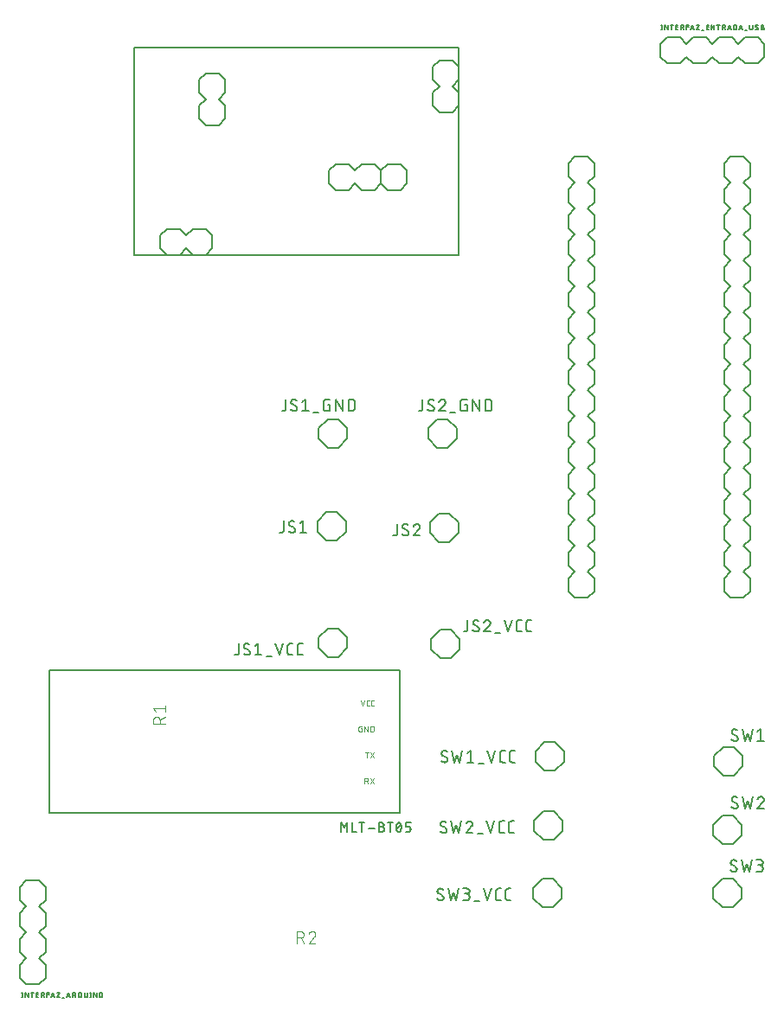
<source format=gbr>
G04 EAGLE Gerber RS-274X export*
G75*
%MOMM*%
%FSLAX34Y34*%
%LPD*%
%INSilkscreen Top*%
%IPPOS*%
%AMOC8*
5,1,8,0,0,1.08239X$1,22.5*%
G01*
%ADD10C,0.203200*%
%ADD11C,0.127000*%
%ADD12C,0.050800*%
%ADD13C,0.152400*%
%ADD14C,0.101600*%


D10*
X61000Y55650D02*
X61000Y42950D01*
X54650Y36600D01*
X41950Y36600D02*
X35600Y42950D01*
X61000Y81050D02*
X54650Y87400D01*
X61000Y81050D02*
X61000Y68350D01*
X54650Y62000D01*
X41950Y62000D02*
X35600Y68350D01*
X35600Y81050D01*
X41950Y87400D01*
X54650Y62000D02*
X61000Y55650D01*
X41950Y62000D02*
X35600Y55650D01*
X35600Y42950D01*
X61000Y119150D02*
X61000Y131850D01*
X61000Y119150D02*
X54650Y112800D01*
X41950Y112800D02*
X35600Y119150D01*
X54650Y112800D02*
X61000Y106450D01*
X61000Y93750D01*
X54650Y87400D01*
X41950Y87400D02*
X35600Y93750D01*
X35600Y106450D01*
X41950Y112800D01*
X41950Y138200D02*
X54650Y138200D01*
X61000Y131850D01*
X41950Y138200D02*
X35600Y131850D01*
X35600Y119150D01*
X41950Y36600D02*
X54650Y36600D01*
D11*
X37971Y28731D02*
X37971Y23905D01*
X37435Y23905D02*
X38507Y23905D01*
X38507Y28731D02*
X37435Y28731D01*
X41203Y28731D02*
X41203Y23905D01*
X43884Y23905D02*
X41203Y28731D01*
X43884Y28731D02*
X43884Y23905D01*
X47847Y23905D02*
X47847Y28731D01*
X49187Y28731D02*
X46506Y28731D01*
X51829Y23905D02*
X53974Y23905D01*
X51829Y23905D02*
X51829Y28731D01*
X53974Y28731D01*
X53438Y26586D02*
X51829Y26586D01*
X56628Y28731D02*
X56628Y23905D01*
X56628Y28731D02*
X57969Y28731D01*
X58040Y28729D01*
X58112Y28723D01*
X58182Y28714D01*
X58252Y28701D01*
X58322Y28684D01*
X58390Y28663D01*
X58457Y28639D01*
X58523Y28611D01*
X58587Y28580D01*
X58650Y28545D01*
X58710Y28507D01*
X58769Y28466D01*
X58825Y28422D01*
X58879Y28375D01*
X58930Y28326D01*
X58978Y28273D01*
X59024Y28218D01*
X59066Y28161D01*
X59106Y28101D01*
X59142Y28040D01*
X59175Y27976D01*
X59204Y27911D01*
X59230Y27845D01*
X59253Y27777D01*
X59272Y27708D01*
X59287Y27638D01*
X59298Y27568D01*
X59306Y27497D01*
X59310Y27426D01*
X59310Y27354D01*
X59306Y27283D01*
X59298Y27212D01*
X59287Y27142D01*
X59272Y27072D01*
X59253Y27003D01*
X59230Y26935D01*
X59204Y26869D01*
X59175Y26804D01*
X59142Y26740D01*
X59106Y26679D01*
X59066Y26619D01*
X59024Y26562D01*
X58978Y26507D01*
X58930Y26454D01*
X58879Y26405D01*
X58825Y26358D01*
X58769Y26314D01*
X58710Y26273D01*
X58650Y26235D01*
X58587Y26200D01*
X58523Y26169D01*
X58457Y26141D01*
X58390Y26117D01*
X58322Y26096D01*
X58252Y26079D01*
X58182Y26066D01*
X58112Y26057D01*
X58040Y26051D01*
X57969Y26049D01*
X57969Y26050D02*
X56628Y26050D01*
X58237Y26050D02*
X59309Y23905D01*
X62253Y23905D02*
X62253Y28731D01*
X64398Y28731D01*
X64398Y26586D02*
X62253Y26586D01*
X66538Y23905D02*
X68146Y28731D01*
X69755Y23905D01*
X69353Y25112D02*
X66940Y25112D01*
X72109Y28731D02*
X74790Y28731D01*
X72109Y23905D01*
X74790Y23905D01*
X77132Y23369D02*
X79277Y23369D01*
X81534Y23905D02*
X83142Y28731D01*
X84751Y23905D01*
X84349Y25112D02*
X81936Y25112D01*
X87535Y23905D02*
X87535Y28731D01*
X88875Y28731D01*
X88946Y28729D01*
X89018Y28723D01*
X89088Y28714D01*
X89158Y28701D01*
X89228Y28684D01*
X89296Y28663D01*
X89363Y28639D01*
X89429Y28611D01*
X89493Y28580D01*
X89556Y28545D01*
X89616Y28507D01*
X89675Y28466D01*
X89731Y28422D01*
X89785Y28375D01*
X89836Y28326D01*
X89884Y28273D01*
X89930Y28218D01*
X89972Y28161D01*
X90012Y28101D01*
X90048Y28040D01*
X90081Y27976D01*
X90110Y27911D01*
X90136Y27845D01*
X90159Y27777D01*
X90178Y27708D01*
X90193Y27638D01*
X90204Y27568D01*
X90212Y27497D01*
X90216Y27426D01*
X90216Y27354D01*
X90212Y27283D01*
X90204Y27212D01*
X90193Y27142D01*
X90178Y27072D01*
X90159Y27003D01*
X90136Y26935D01*
X90110Y26869D01*
X90081Y26804D01*
X90048Y26740D01*
X90012Y26679D01*
X89972Y26619D01*
X89930Y26562D01*
X89884Y26507D01*
X89836Y26454D01*
X89785Y26405D01*
X89731Y26358D01*
X89675Y26314D01*
X89616Y26273D01*
X89556Y26235D01*
X89493Y26200D01*
X89429Y26169D01*
X89363Y26141D01*
X89296Y26117D01*
X89228Y26096D01*
X89158Y26079D01*
X89088Y26066D01*
X89018Y26057D01*
X88946Y26051D01*
X88875Y26049D01*
X88875Y26050D02*
X87535Y26050D01*
X89143Y26050D02*
X90216Y23905D01*
X93140Y23905D02*
X93140Y28731D01*
X94481Y28731D01*
X94551Y28729D01*
X94621Y28724D01*
X94691Y28714D01*
X94760Y28702D01*
X94828Y28685D01*
X94895Y28665D01*
X94962Y28642D01*
X95026Y28615D01*
X95090Y28585D01*
X95152Y28551D01*
X95211Y28515D01*
X95269Y28475D01*
X95325Y28432D01*
X95378Y28387D01*
X95429Y28338D01*
X95478Y28287D01*
X95523Y28234D01*
X95566Y28178D01*
X95606Y28120D01*
X95642Y28061D01*
X95676Y27999D01*
X95706Y27935D01*
X95733Y27871D01*
X95756Y27804D01*
X95776Y27737D01*
X95793Y27669D01*
X95805Y27600D01*
X95815Y27530D01*
X95820Y27460D01*
X95822Y27390D01*
X95821Y27390D02*
X95821Y25246D01*
X95822Y25246D02*
X95820Y25176D01*
X95815Y25106D01*
X95805Y25036D01*
X95793Y24967D01*
X95776Y24899D01*
X95756Y24832D01*
X95733Y24765D01*
X95706Y24701D01*
X95676Y24637D01*
X95642Y24575D01*
X95606Y24516D01*
X95566Y24458D01*
X95523Y24402D01*
X95478Y24349D01*
X95429Y24298D01*
X95378Y24249D01*
X95325Y24204D01*
X95269Y24161D01*
X95211Y24121D01*
X95151Y24085D01*
X95090Y24051D01*
X95026Y24021D01*
X94962Y23994D01*
X94895Y23971D01*
X94828Y23951D01*
X94760Y23934D01*
X94691Y23922D01*
X94621Y23912D01*
X94551Y23907D01*
X94481Y23905D01*
X93140Y23905D01*
X98992Y25246D02*
X98992Y28731D01*
X98992Y25246D02*
X98994Y25175D01*
X99000Y25103D01*
X99009Y25033D01*
X99022Y24963D01*
X99039Y24893D01*
X99060Y24825D01*
X99084Y24758D01*
X99112Y24692D01*
X99143Y24628D01*
X99178Y24565D01*
X99216Y24505D01*
X99257Y24446D01*
X99301Y24390D01*
X99348Y24336D01*
X99397Y24285D01*
X99450Y24237D01*
X99505Y24191D01*
X99562Y24149D01*
X99622Y24109D01*
X99683Y24073D01*
X99747Y24040D01*
X99812Y24011D01*
X99878Y23985D01*
X99946Y23962D01*
X100015Y23943D01*
X100085Y23928D01*
X100155Y23917D01*
X100226Y23909D01*
X100297Y23905D01*
X100369Y23905D01*
X100440Y23909D01*
X100511Y23917D01*
X100581Y23928D01*
X100651Y23943D01*
X100720Y23962D01*
X100788Y23985D01*
X100854Y24011D01*
X100919Y24040D01*
X100983Y24073D01*
X101044Y24109D01*
X101104Y24149D01*
X101161Y24191D01*
X101216Y24237D01*
X101269Y24285D01*
X101318Y24336D01*
X101365Y24390D01*
X101409Y24446D01*
X101450Y24505D01*
X101488Y24565D01*
X101523Y24628D01*
X101554Y24692D01*
X101582Y24758D01*
X101606Y24825D01*
X101627Y24893D01*
X101644Y24963D01*
X101657Y25033D01*
X101666Y25103D01*
X101672Y25175D01*
X101674Y25246D01*
X101673Y25246D02*
X101673Y28731D01*
X104905Y28731D02*
X104905Y23905D01*
X104369Y23905D02*
X105441Y23905D01*
X105441Y28731D02*
X104369Y28731D01*
X108136Y28731D02*
X108136Y23905D01*
X110817Y23905D02*
X108136Y28731D01*
X110817Y28731D02*
X110817Y23905D01*
X113806Y25246D02*
X113806Y27390D01*
X113805Y27390D02*
X113807Y27461D01*
X113813Y27533D01*
X113822Y27603D01*
X113835Y27673D01*
X113852Y27743D01*
X113873Y27811D01*
X113897Y27878D01*
X113925Y27944D01*
X113956Y28008D01*
X113991Y28071D01*
X114029Y28131D01*
X114070Y28190D01*
X114114Y28246D01*
X114161Y28300D01*
X114210Y28351D01*
X114263Y28399D01*
X114318Y28445D01*
X114375Y28487D01*
X114435Y28527D01*
X114496Y28563D01*
X114560Y28596D01*
X114625Y28625D01*
X114691Y28651D01*
X114759Y28674D01*
X114828Y28693D01*
X114898Y28708D01*
X114968Y28719D01*
X115039Y28727D01*
X115110Y28731D01*
X115182Y28731D01*
X115253Y28727D01*
X115324Y28719D01*
X115394Y28708D01*
X115464Y28693D01*
X115533Y28674D01*
X115601Y28651D01*
X115667Y28625D01*
X115732Y28596D01*
X115796Y28563D01*
X115857Y28527D01*
X115917Y28487D01*
X115974Y28445D01*
X116029Y28399D01*
X116082Y28351D01*
X116131Y28300D01*
X116178Y28246D01*
X116222Y28190D01*
X116263Y28131D01*
X116301Y28071D01*
X116336Y28008D01*
X116367Y27944D01*
X116395Y27878D01*
X116419Y27811D01*
X116440Y27743D01*
X116457Y27673D01*
X116470Y27603D01*
X116479Y27533D01*
X116485Y27461D01*
X116487Y27390D01*
X116487Y25246D01*
X116485Y25175D01*
X116479Y25103D01*
X116470Y25033D01*
X116457Y24963D01*
X116440Y24893D01*
X116419Y24825D01*
X116395Y24758D01*
X116367Y24692D01*
X116336Y24628D01*
X116301Y24565D01*
X116263Y24505D01*
X116222Y24446D01*
X116178Y24390D01*
X116131Y24336D01*
X116082Y24285D01*
X116029Y24237D01*
X115974Y24191D01*
X115917Y24149D01*
X115857Y24109D01*
X115796Y24073D01*
X115732Y24040D01*
X115667Y24011D01*
X115601Y23985D01*
X115533Y23962D01*
X115464Y23943D01*
X115394Y23928D01*
X115324Y23917D01*
X115253Y23909D01*
X115182Y23905D01*
X115110Y23905D01*
X115039Y23909D01*
X114968Y23917D01*
X114898Y23928D01*
X114828Y23943D01*
X114759Y23962D01*
X114691Y23985D01*
X114625Y24011D01*
X114560Y24040D01*
X114496Y24073D01*
X114435Y24109D01*
X114375Y24149D01*
X114318Y24191D01*
X114263Y24237D01*
X114210Y24285D01*
X114161Y24336D01*
X114114Y24390D01*
X114070Y24446D01*
X114029Y24505D01*
X113991Y24565D01*
X113956Y24628D01*
X113925Y24692D01*
X113897Y24758D01*
X113873Y24825D01*
X113852Y24893D01*
X113835Y24963D01*
X113822Y25033D01*
X113813Y25103D01*
X113807Y25175D01*
X113805Y25246D01*
D12*
X373181Y233298D02*
X373181Y238886D01*
X374733Y238886D01*
X374810Y238884D01*
X374888Y238878D01*
X374964Y238869D01*
X375041Y238855D01*
X375116Y238838D01*
X375190Y238817D01*
X375264Y238792D01*
X375336Y238764D01*
X375406Y238732D01*
X375475Y238697D01*
X375542Y238658D01*
X375607Y238616D01*
X375670Y238571D01*
X375731Y238523D01*
X375789Y238472D01*
X375844Y238418D01*
X375897Y238361D01*
X375946Y238302D01*
X375993Y238240D01*
X376037Y238176D01*
X376077Y238110D01*
X376114Y238042D01*
X376148Y237972D01*
X376178Y237901D01*
X376204Y237828D01*
X376227Y237754D01*
X376246Y237679D01*
X376261Y237604D01*
X376273Y237527D01*
X376281Y237450D01*
X376285Y237373D01*
X376285Y237295D01*
X376281Y237218D01*
X376273Y237141D01*
X376261Y237064D01*
X376246Y236989D01*
X376227Y236914D01*
X376204Y236840D01*
X376178Y236767D01*
X376148Y236696D01*
X376114Y236626D01*
X376077Y236558D01*
X376037Y236492D01*
X375993Y236428D01*
X375946Y236366D01*
X375897Y236307D01*
X375844Y236250D01*
X375789Y236196D01*
X375731Y236145D01*
X375670Y236097D01*
X375607Y236052D01*
X375542Y236010D01*
X375475Y235971D01*
X375406Y235936D01*
X375336Y235904D01*
X375264Y235876D01*
X375190Y235851D01*
X375116Y235830D01*
X375041Y235813D01*
X374964Y235799D01*
X374888Y235790D01*
X374810Y235784D01*
X374733Y235782D01*
X373181Y235782D01*
X375044Y235782D02*
X376285Y233298D01*
X378321Y233298D02*
X382046Y238886D01*
X378321Y238886D02*
X382046Y233298D01*
X375063Y258698D02*
X375063Y264286D01*
X373511Y264286D02*
X376615Y264286D01*
X382046Y264286D02*
X378321Y258698D01*
X382046Y258698D02*
X378321Y264286D01*
X370342Y287202D02*
X369410Y287202D01*
X370342Y287202D02*
X370342Y284098D01*
X368479Y284098D01*
X368409Y284100D01*
X368340Y284106D01*
X368271Y284116D01*
X368203Y284129D01*
X368135Y284147D01*
X368069Y284168D01*
X368004Y284193D01*
X367940Y284221D01*
X367878Y284253D01*
X367818Y284288D01*
X367760Y284327D01*
X367705Y284369D01*
X367651Y284414D01*
X367601Y284462D01*
X367553Y284512D01*
X367508Y284566D01*
X367466Y284621D01*
X367427Y284679D01*
X367392Y284739D01*
X367360Y284801D01*
X367332Y284865D01*
X367307Y284930D01*
X367286Y284996D01*
X367268Y285064D01*
X367255Y285132D01*
X367245Y285201D01*
X367239Y285270D01*
X367237Y285340D01*
X367237Y288444D01*
X367239Y288514D01*
X367245Y288583D01*
X367255Y288652D01*
X367268Y288720D01*
X367286Y288788D01*
X367307Y288854D01*
X367332Y288919D01*
X367360Y288983D01*
X367392Y289045D01*
X367427Y289105D01*
X367466Y289163D01*
X367508Y289218D01*
X367553Y289272D01*
X367601Y289322D01*
X367651Y289370D01*
X367705Y289415D01*
X367760Y289457D01*
X367818Y289496D01*
X367878Y289531D01*
X367940Y289563D01*
X368004Y289591D01*
X368069Y289616D01*
X368135Y289637D01*
X368203Y289655D01*
X368271Y289668D01*
X368340Y289678D01*
X368409Y289684D01*
X368479Y289686D01*
X370342Y289686D01*
X373089Y289686D02*
X373089Y284098D01*
X376194Y284098D02*
X373089Y289686D01*
X376194Y289686D02*
X376194Y284098D01*
X378942Y284098D02*
X378942Y289686D01*
X380494Y289686D01*
X380570Y289684D01*
X380646Y289679D01*
X380722Y289669D01*
X380797Y289656D01*
X380871Y289639D01*
X380945Y289619D01*
X381017Y289595D01*
X381088Y289568D01*
X381158Y289537D01*
X381226Y289503D01*
X381292Y289465D01*
X381356Y289424D01*
X381419Y289381D01*
X381479Y289334D01*
X381536Y289284D01*
X381591Y289231D01*
X381644Y289176D01*
X381694Y289119D01*
X381741Y289059D01*
X381784Y288996D01*
X381825Y288932D01*
X381863Y288866D01*
X381897Y288798D01*
X381928Y288728D01*
X381955Y288657D01*
X381979Y288584D01*
X381999Y288511D01*
X382016Y288437D01*
X382029Y288362D01*
X382039Y288286D01*
X382044Y288210D01*
X382046Y288134D01*
X382046Y285650D01*
X382044Y285571D01*
X382038Y285493D01*
X382028Y285415D01*
X382014Y285338D01*
X381996Y285261D01*
X381975Y285185D01*
X381949Y285111D01*
X381920Y285038D01*
X381887Y284967D01*
X381851Y284897D01*
X381811Y284829D01*
X381768Y284763D01*
X381721Y284700D01*
X381672Y284639D01*
X381619Y284581D01*
X381563Y284525D01*
X381505Y284472D01*
X381444Y284423D01*
X381381Y284376D01*
X381315Y284333D01*
X381247Y284293D01*
X381178Y284257D01*
X381106Y284224D01*
X381033Y284195D01*
X380959Y284169D01*
X380883Y284148D01*
X380806Y284130D01*
X380729Y284116D01*
X380651Y284106D01*
X380573Y284100D01*
X380494Y284098D01*
X378942Y284098D01*
X371073Y309498D02*
X369210Y315086D01*
X372935Y315086D02*
X371073Y309498D01*
X376232Y309498D02*
X377474Y309498D01*
X376232Y309498D02*
X376162Y309500D01*
X376093Y309506D01*
X376024Y309516D01*
X375956Y309529D01*
X375888Y309547D01*
X375822Y309568D01*
X375757Y309593D01*
X375693Y309621D01*
X375631Y309653D01*
X375571Y309688D01*
X375513Y309727D01*
X375458Y309769D01*
X375404Y309814D01*
X375354Y309862D01*
X375306Y309912D01*
X375261Y309966D01*
X375219Y310021D01*
X375180Y310079D01*
X375145Y310139D01*
X375113Y310201D01*
X375085Y310265D01*
X375060Y310330D01*
X375039Y310396D01*
X375021Y310464D01*
X375008Y310532D01*
X374998Y310601D01*
X374992Y310670D01*
X374990Y310740D01*
X374991Y310740D02*
X374991Y313844D01*
X374990Y313844D02*
X374992Y313914D01*
X374998Y313983D01*
X375008Y314052D01*
X375021Y314120D01*
X375039Y314188D01*
X375060Y314254D01*
X375085Y314319D01*
X375113Y314383D01*
X375145Y314445D01*
X375180Y314505D01*
X375219Y314563D01*
X375261Y314618D01*
X375306Y314672D01*
X375354Y314722D01*
X375404Y314770D01*
X375458Y314815D01*
X375513Y314857D01*
X375571Y314896D01*
X375631Y314931D01*
X375693Y314963D01*
X375757Y314991D01*
X375822Y315016D01*
X375888Y315037D01*
X375956Y315055D01*
X376024Y315068D01*
X376093Y315078D01*
X376162Y315084D01*
X376232Y315086D01*
X377474Y315086D01*
X380804Y309498D02*
X382046Y309498D01*
X380804Y309498D02*
X380734Y309500D01*
X380665Y309506D01*
X380596Y309516D01*
X380528Y309529D01*
X380460Y309547D01*
X380394Y309568D01*
X380329Y309593D01*
X380265Y309621D01*
X380203Y309653D01*
X380143Y309688D01*
X380085Y309727D01*
X380030Y309769D01*
X379976Y309814D01*
X379926Y309862D01*
X379878Y309912D01*
X379833Y309966D01*
X379791Y310021D01*
X379752Y310079D01*
X379717Y310139D01*
X379685Y310201D01*
X379657Y310265D01*
X379632Y310330D01*
X379611Y310396D01*
X379593Y310464D01*
X379580Y310532D01*
X379570Y310601D01*
X379564Y310670D01*
X379562Y310740D01*
X379562Y313844D01*
X379564Y313914D01*
X379570Y313983D01*
X379580Y314052D01*
X379593Y314120D01*
X379611Y314188D01*
X379632Y314254D01*
X379657Y314319D01*
X379685Y314383D01*
X379717Y314445D01*
X379752Y314505D01*
X379791Y314563D01*
X379833Y314618D01*
X379878Y314672D01*
X379926Y314722D01*
X379976Y314770D01*
X380030Y314815D01*
X380085Y314857D01*
X380143Y314896D01*
X380203Y314931D01*
X380265Y314963D01*
X380329Y314991D01*
X380394Y315016D01*
X380460Y315037D01*
X380528Y315055D01*
X380596Y315068D01*
X380665Y315078D01*
X380734Y315084D01*
X380804Y315086D01*
X382046Y315086D01*
D11*
X407700Y344550D02*
X407700Y204850D01*
X407700Y344550D02*
X64800Y344550D01*
X64800Y204850D01*
X407700Y204850D01*
X350148Y195135D02*
X350148Y186245D01*
X353112Y190196D02*
X350148Y195135D01*
X353112Y190196D02*
X356075Y195135D01*
X356075Y186245D01*
X361029Y186245D02*
X361029Y195135D01*
X361029Y186245D02*
X364980Y186245D01*
X370485Y186245D02*
X370485Y195135D01*
X368016Y195135D02*
X372955Y195135D01*
X376666Y189702D02*
X382593Y189702D01*
X387392Y191184D02*
X389861Y191184D01*
X389861Y191183D02*
X389959Y191181D01*
X390057Y191175D01*
X390155Y191165D01*
X390252Y191152D01*
X390349Y191134D01*
X390445Y191113D01*
X390539Y191088D01*
X390633Y191059D01*
X390726Y191027D01*
X390817Y190990D01*
X390907Y190951D01*
X390995Y190907D01*
X391081Y190860D01*
X391166Y190810D01*
X391248Y190757D01*
X391328Y190700D01*
X391406Y190640D01*
X391481Y190577D01*
X391554Y190511D01*
X391624Y190442D01*
X391691Y190371D01*
X391756Y190297D01*
X391817Y190220D01*
X391876Y190141D01*
X391931Y190060D01*
X391983Y189977D01*
X392031Y189891D01*
X392076Y189804D01*
X392118Y189715D01*
X392156Y189625D01*
X392190Y189533D01*
X392221Y189440D01*
X392248Y189345D01*
X392271Y189250D01*
X392291Y189153D01*
X392306Y189057D01*
X392318Y188959D01*
X392326Y188861D01*
X392330Y188763D01*
X392330Y188665D01*
X392326Y188567D01*
X392318Y188469D01*
X392306Y188371D01*
X392291Y188275D01*
X392271Y188178D01*
X392248Y188083D01*
X392221Y187988D01*
X392190Y187895D01*
X392156Y187803D01*
X392118Y187713D01*
X392076Y187624D01*
X392031Y187537D01*
X391983Y187451D01*
X391931Y187368D01*
X391876Y187287D01*
X391817Y187208D01*
X391756Y187131D01*
X391691Y187057D01*
X391624Y186986D01*
X391554Y186917D01*
X391481Y186851D01*
X391406Y186788D01*
X391328Y186728D01*
X391248Y186671D01*
X391166Y186618D01*
X391081Y186568D01*
X390995Y186521D01*
X390907Y186477D01*
X390817Y186438D01*
X390726Y186401D01*
X390633Y186369D01*
X390539Y186340D01*
X390445Y186315D01*
X390349Y186294D01*
X390252Y186276D01*
X390155Y186263D01*
X390057Y186253D01*
X389959Y186247D01*
X389861Y186245D01*
X387392Y186245D01*
X387392Y195135D01*
X389861Y195135D01*
X389948Y195133D01*
X390036Y195127D01*
X390123Y195118D01*
X390209Y195104D01*
X390295Y195087D01*
X390379Y195066D01*
X390463Y195041D01*
X390546Y195012D01*
X390627Y194980D01*
X390707Y194945D01*
X390785Y194906D01*
X390862Y194863D01*
X390936Y194817D01*
X391008Y194768D01*
X391078Y194716D01*
X391146Y194660D01*
X391211Y194602D01*
X391274Y194541D01*
X391333Y194477D01*
X391390Y194410D01*
X391444Y194342D01*
X391495Y194270D01*
X391542Y194197D01*
X391587Y194122D01*
X391628Y194044D01*
X391665Y193965D01*
X391699Y193885D01*
X391729Y193803D01*
X391756Y193720D01*
X391779Y193635D01*
X391798Y193550D01*
X391813Y193464D01*
X391825Y193377D01*
X391833Y193290D01*
X391837Y193203D01*
X391837Y193115D01*
X391833Y193028D01*
X391825Y192941D01*
X391813Y192854D01*
X391798Y192768D01*
X391779Y192683D01*
X391756Y192598D01*
X391729Y192515D01*
X391699Y192433D01*
X391665Y192353D01*
X391628Y192274D01*
X391587Y192196D01*
X391542Y192121D01*
X391495Y192048D01*
X391444Y191976D01*
X391390Y191908D01*
X391333Y191841D01*
X391274Y191777D01*
X391211Y191716D01*
X391146Y191658D01*
X391078Y191602D01*
X391008Y191550D01*
X390936Y191501D01*
X390862Y191455D01*
X390785Y191412D01*
X390707Y191373D01*
X390627Y191338D01*
X390546Y191306D01*
X390463Y191277D01*
X390379Y191252D01*
X390295Y191231D01*
X390209Y191214D01*
X390123Y191200D01*
X390036Y191191D01*
X389948Y191185D01*
X389861Y191183D01*
X397917Y195135D02*
X397917Y186245D01*
X395448Y195135D02*
X400387Y195135D01*
X404723Y193900D02*
X404648Y193742D01*
X404577Y193582D01*
X404510Y193421D01*
X404447Y193258D01*
X404387Y193093D01*
X404332Y192927D01*
X404281Y192760D01*
X404233Y192592D01*
X404190Y192422D01*
X404150Y192252D01*
X404115Y192081D01*
X404084Y191909D01*
X404057Y191736D01*
X404034Y191562D01*
X404015Y191389D01*
X404001Y191214D01*
X403990Y191040D01*
X403984Y190865D01*
X403982Y190690D01*
X404724Y193901D02*
X404753Y193979D01*
X404785Y194057D01*
X404822Y194132D01*
X404861Y194206D01*
X404904Y194278D01*
X404950Y194349D01*
X405000Y194416D01*
X405052Y194482D01*
X405107Y194545D01*
X405166Y194605D01*
X405227Y194663D01*
X405290Y194718D01*
X405356Y194770D01*
X405425Y194819D01*
X405495Y194864D01*
X405567Y194907D01*
X405642Y194946D01*
X405718Y194981D01*
X405795Y195013D01*
X405874Y195041D01*
X405955Y195066D01*
X406036Y195087D01*
X406118Y195104D01*
X406201Y195118D01*
X406284Y195127D01*
X406368Y195133D01*
X406452Y195135D01*
X406536Y195133D01*
X406620Y195127D01*
X406703Y195118D01*
X406786Y195104D01*
X406868Y195087D01*
X406949Y195066D01*
X407030Y195041D01*
X407109Y195013D01*
X407186Y194981D01*
X407262Y194946D01*
X407337Y194907D01*
X407409Y194864D01*
X407480Y194819D01*
X407548Y194770D01*
X407614Y194718D01*
X407677Y194663D01*
X407738Y194605D01*
X407797Y194545D01*
X407852Y194482D01*
X407904Y194416D01*
X407954Y194349D01*
X408000Y194278D01*
X408043Y194206D01*
X408082Y194132D01*
X408119Y194057D01*
X408151Y193979D01*
X408180Y193900D01*
X408255Y193742D01*
X408326Y193582D01*
X408393Y193421D01*
X408456Y193258D01*
X408516Y193093D01*
X408571Y192927D01*
X408622Y192760D01*
X408670Y192592D01*
X408713Y192422D01*
X408753Y192252D01*
X408788Y192081D01*
X408819Y191909D01*
X408846Y191736D01*
X408869Y191562D01*
X408888Y191389D01*
X408902Y191214D01*
X408913Y191040D01*
X408919Y190865D01*
X408921Y190690D01*
X403982Y190690D02*
X403984Y190515D01*
X403990Y190340D01*
X404001Y190166D01*
X404015Y189991D01*
X404034Y189818D01*
X404057Y189644D01*
X404084Y189471D01*
X404115Y189299D01*
X404150Y189128D01*
X404190Y188958D01*
X404233Y188788D01*
X404281Y188620D01*
X404332Y188453D01*
X404387Y188287D01*
X404447Y188122D01*
X404510Y187959D01*
X404577Y187798D01*
X404648Y187638D01*
X404723Y187480D01*
X404724Y187479D02*
X404753Y187401D01*
X404785Y187323D01*
X404822Y187248D01*
X404861Y187174D01*
X404904Y187101D01*
X404950Y187031D01*
X405000Y186964D01*
X405052Y186898D01*
X405108Y186835D01*
X405166Y186775D01*
X405227Y186717D01*
X405290Y186662D01*
X405356Y186610D01*
X405425Y186561D01*
X405495Y186516D01*
X405567Y186473D01*
X405642Y186434D01*
X405718Y186399D01*
X405795Y186367D01*
X405874Y186339D01*
X405955Y186314D01*
X406036Y186293D01*
X406118Y186276D01*
X406201Y186262D01*
X406284Y186253D01*
X406368Y186247D01*
X406452Y186245D01*
X408180Y187480D02*
X408255Y187638D01*
X408326Y187798D01*
X408393Y187959D01*
X408456Y188122D01*
X408516Y188287D01*
X408571Y188453D01*
X408622Y188620D01*
X408670Y188788D01*
X408713Y188958D01*
X408753Y189128D01*
X408788Y189299D01*
X408819Y189471D01*
X408846Y189644D01*
X408869Y189818D01*
X408888Y189991D01*
X408902Y190166D01*
X408913Y190340D01*
X408919Y190515D01*
X408921Y190690D01*
X408180Y187479D02*
X408151Y187401D01*
X408119Y187323D01*
X408082Y187248D01*
X408043Y187174D01*
X408000Y187102D01*
X407954Y187031D01*
X407904Y186964D01*
X407852Y186898D01*
X407797Y186835D01*
X407738Y186775D01*
X407677Y186717D01*
X407614Y186662D01*
X407548Y186610D01*
X407480Y186561D01*
X407409Y186516D01*
X407337Y186473D01*
X407262Y186434D01*
X407186Y186399D01*
X407109Y186367D01*
X407030Y186339D01*
X406949Y186314D01*
X406868Y186293D01*
X406786Y186276D01*
X406703Y186262D01*
X406620Y186253D01*
X406536Y186247D01*
X406452Y186245D01*
X404476Y188221D02*
X408427Y193159D01*
X413126Y186245D02*
X416089Y186245D01*
X416178Y186247D01*
X416266Y186253D01*
X416354Y186263D01*
X416442Y186277D01*
X416529Y186295D01*
X416615Y186316D01*
X416700Y186342D01*
X416783Y186371D01*
X416866Y186404D01*
X416946Y186441D01*
X417025Y186481D01*
X417102Y186525D01*
X417178Y186572D01*
X417250Y186622D01*
X417321Y186676D01*
X417389Y186733D01*
X417455Y186793D01*
X417517Y186855D01*
X417577Y186921D01*
X417634Y186989D01*
X417688Y187060D01*
X417738Y187132D01*
X417785Y187207D01*
X417829Y187285D01*
X417869Y187364D01*
X417906Y187444D01*
X417939Y187527D01*
X417968Y187610D01*
X417994Y187695D01*
X418015Y187781D01*
X418033Y187868D01*
X418047Y187956D01*
X418057Y188044D01*
X418063Y188132D01*
X418065Y188221D01*
X418065Y189208D01*
X418063Y189294D01*
X418057Y189380D01*
X418048Y189466D01*
X418035Y189551D01*
X418018Y189636D01*
X417998Y189719D01*
X417974Y189802D01*
X417946Y189884D01*
X417915Y189964D01*
X417880Y190043D01*
X417842Y190120D01*
X417800Y190196D01*
X417756Y190270D01*
X417708Y190341D01*
X417657Y190411D01*
X417603Y190478D01*
X417546Y190543D01*
X417486Y190605D01*
X417424Y190665D01*
X417359Y190722D01*
X417292Y190776D01*
X417222Y190827D01*
X417151Y190875D01*
X417077Y190919D01*
X417001Y190961D01*
X416924Y190999D01*
X416845Y191034D01*
X416765Y191065D01*
X416683Y191093D01*
X416600Y191117D01*
X416517Y191137D01*
X416432Y191154D01*
X416347Y191167D01*
X416261Y191176D01*
X416175Y191182D01*
X416089Y191184D01*
X413126Y191184D01*
X413126Y195135D01*
X418065Y195135D01*
X147900Y751000D02*
X147900Y954200D01*
X465400Y954200D01*
X465400Y751000D02*
X147900Y751000D01*
X465400Y751000D02*
X465400Y954200D01*
D10*
X192350Y776400D02*
X179650Y776400D01*
X192350Y776400D02*
X198700Y770050D01*
X198700Y757350D02*
X192350Y751000D01*
X198700Y770050D02*
X205050Y776400D01*
X217750Y776400D01*
X224100Y770050D01*
X224100Y757350D02*
X217750Y751000D01*
X205050Y751000D01*
X198700Y757350D01*
X173300Y757350D02*
X173300Y770050D01*
X179650Y776400D01*
X173300Y757350D02*
X179650Y751000D01*
X192350Y751000D01*
X224100Y757350D02*
X224100Y770050D01*
X440000Y897050D02*
X440000Y909750D01*
X446350Y916100D01*
X459050Y916100D02*
X465400Y909750D01*
X446350Y916100D02*
X440000Y922450D01*
X440000Y935150D01*
X446350Y941500D01*
X459050Y941500D02*
X465400Y935150D01*
X465400Y922450D01*
X459050Y916100D01*
X459050Y890700D02*
X446350Y890700D01*
X440000Y897050D01*
X459050Y890700D02*
X465400Y897050D01*
X465400Y909750D01*
X459050Y941500D02*
X446350Y941500D01*
X357450Y839900D02*
X344750Y839900D01*
X357450Y839900D02*
X363800Y833550D01*
X363800Y820850D02*
X357450Y814500D01*
X363800Y833550D02*
X370150Y839900D01*
X382850Y839900D01*
X389200Y833550D01*
X389200Y820850D02*
X382850Y814500D01*
X370150Y814500D01*
X363800Y820850D01*
X338400Y820850D02*
X338400Y833550D01*
X344750Y839900D01*
X338400Y820850D02*
X344750Y814500D01*
X357450Y814500D01*
X389200Y820850D02*
X389200Y833550D01*
X395550Y839900D01*
X389200Y833550D02*
X389200Y820850D01*
X395550Y814500D01*
X408250Y814500D01*
X414600Y820850D01*
X414600Y833550D01*
X408250Y839900D01*
X395550Y839900D01*
X211400Y884350D02*
X211400Y897050D01*
X217750Y903400D01*
X230450Y903400D02*
X236800Y897050D01*
X217750Y903400D02*
X211400Y909750D01*
X211400Y922450D01*
X217750Y928800D01*
X230450Y928800D02*
X236800Y922450D01*
X236800Y909750D01*
X230450Y903400D01*
X230450Y878000D02*
X217750Y878000D01*
X211400Y884350D01*
X230450Y878000D02*
X236800Y884350D01*
X236800Y897050D01*
X230450Y928800D02*
X217750Y928800D01*
X745050Y963700D02*
X757750Y963700D01*
X764100Y957350D01*
X764100Y944650D02*
X757750Y938300D01*
X719650Y963700D02*
X713300Y957350D01*
X719650Y963700D02*
X732350Y963700D01*
X738700Y957350D01*
X738700Y944650D02*
X732350Y938300D01*
X719650Y938300D01*
X713300Y944650D01*
X738700Y957350D02*
X745050Y963700D01*
X738700Y944650D02*
X745050Y938300D01*
X757750Y938300D01*
X681550Y963700D02*
X668850Y963700D01*
X681550Y963700D02*
X687900Y957350D01*
X687900Y944650D02*
X681550Y938300D01*
X687900Y957350D02*
X694250Y963700D01*
X706950Y963700D01*
X713300Y957350D01*
X713300Y944650D02*
X706950Y938300D01*
X694250Y938300D01*
X687900Y944650D01*
X662500Y944650D02*
X662500Y957350D01*
X668850Y963700D01*
X662500Y944650D02*
X668850Y938300D01*
X681550Y938300D01*
X764100Y944650D02*
X764100Y957350D01*
D11*
X663671Y971305D02*
X663671Y976131D01*
X663135Y971305D02*
X664207Y971305D01*
X664207Y976131D02*
X663135Y976131D01*
X666903Y976131D02*
X666903Y971305D01*
X669584Y971305D02*
X666903Y976131D01*
X669584Y976131D02*
X669584Y971305D01*
X673547Y971305D02*
X673547Y976131D01*
X674887Y976131D02*
X672206Y976131D01*
X677529Y971305D02*
X679674Y971305D01*
X677529Y971305D02*
X677529Y976131D01*
X679674Y976131D01*
X679138Y973986D02*
X677529Y973986D01*
X682328Y976131D02*
X682328Y971305D01*
X682328Y976131D02*
X683669Y976131D01*
X683740Y976129D01*
X683812Y976123D01*
X683882Y976114D01*
X683952Y976101D01*
X684022Y976084D01*
X684090Y976063D01*
X684157Y976039D01*
X684223Y976011D01*
X684287Y975980D01*
X684350Y975945D01*
X684410Y975907D01*
X684469Y975866D01*
X684525Y975822D01*
X684579Y975775D01*
X684630Y975726D01*
X684678Y975673D01*
X684724Y975618D01*
X684766Y975561D01*
X684806Y975501D01*
X684842Y975440D01*
X684875Y975376D01*
X684904Y975311D01*
X684930Y975245D01*
X684953Y975177D01*
X684972Y975108D01*
X684987Y975038D01*
X684998Y974968D01*
X685006Y974897D01*
X685010Y974826D01*
X685010Y974754D01*
X685006Y974683D01*
X684998Y974612D01*
X684987Y974542D01*
X684972Y974472D01*
X684953Y974403D01*
X684930Y974335D01*
X684904Y974269D01*
X684875Y974204D01*
X684842Y974140D01*
X684806Y974079D01*
X684766Y974019D01*
X684724Y973962D01*
X684678Y973907D01*
X684630Y973854D01*
X684579Y973805D01*
X684525Y973758D01*
X684469Y973714D01*
X684410Y973673D01*
X684350Y973635D01*
X684287Y973600D01*
X684223Y973569D01*
X684157Y973541D01*
X684090Y973517D01*
X684022Y973496D01*
X683952Y973479D01*
X683882Y973466D01*
X683812Y973457D01*
X683740Y973451D01*
X683669Y973449D01*
X683669Y973450D02*
X682328Y973450D01*
X683937Y973450D02*
X685009Y971305D01*
X687953Y971305D02*
X687953Y976131D01*
X690098Y976131D01*
X690098Y973986D02*
X687953Y973986D01*
X692238Y971305D02*
X693846Y976131D01*
X695455Y971305D01*
X695053Y972512D02*
X692640Y972512D01*
X697809Y976131D02*
X700490Y976131D01*
X697809Y971305D01*
X700490Y971305D01*
X702832Y970769D02*
X704977Y970769D01*
X707704Y971305D02*
X709849Y971305D01*
X707704Y971305D02*
X707704Y976131D01*
X709849Y976131D01*
X709313Y973986D02*
X707704Y973986D01*
X712439Y976131D02*
X712439Y971305D01*
X715120Y971305D02*
X712439Y976131D01*
X715120Y976131D02*
X715120Y971305D01*
X719083Y971305D02*
X719083Y976131D01*
X717743Y976131D02*
X720424Y976131D01*
X723110Y976131D02*
X723110Y971305D01*
X723110Y976131D02*
X724451Y976131D01*
X724522Y976129D01*
X724594Y976123D01*
X724664Y976114D01*
X724734Y976101D01*
X724804Y976084D01*
X724872Y976063D01*
X724939Y976039D01*
X725005Y976011D01*
X725069Y975980D01*
X725132Y975945D01*
X725192Y975907D01*
X725251Y975866D01*
X725307Y975822D01*
X725361Y975775D01*
X725412Y975726D01*
X725460Y975673D01*
X725506Y975618D01*
X725548Y975561D01*
X725588Y975501D01*
X725624Y975440D01*
X725657Y975376D01*
X725686Y975311D01*
X725712Y975245D01*
X725735Y975177D01*
X725754Y975108D01*
X725769Y975038D01*
X725780Y974968D01*
X725788Y974897D01*
X725792Y974826D01*
X725792Y974754D01*
X725788Y974683D01*
X725780Y974612D01*
X725769Y974542D01*
X725754Y974472D01*
X725735Y974403D01*
X725712Y974335D01*
X725686Y974269D01*
X725657Y974204D01*
X725624Y974140D01*
X725588Y974079D01*
X725548Y974019D01*
X725506Y973962D01*
X725460Y973907D01*
X725412Y973854D01*
X725361Y973805D01*
X725307Y973758D01*
X725251Y973714D01*
X725192Y973673D01*
X725132Y973635D01*
X725069Y973600D01*
X725005Y973569D01*
X724939Y973541D01*
X724872Y973517D01*
X724804Y973496D01*
X724734Y973479D01*
X724664Y973466D01*
X724594Y973457D01*
X724522Y973451D01*
X724451Y973449D01*
X724451Y973450D02*
X723110Y973450D01*
X724719Y973450D02*
X725791Y971305D01*
X728265Y971305D02*
X729873Y976131D01*
X731482Y971305D01*
X731080Y972512D02*
X728667Y972512D01*
X734202Y971305D02*
X734202Y976131D01*
X735543Y976131D01*
X735613Y976129D01*
X735683Y976124D01*
X735753Y976114D01*
X735822Y976102D01*
X735890Y976085D01*
X735957Y976065D01*
X736024Y976042D01*
X736088Y976015D01*
X736152Y975985D01*
X736214Y975951D01*
X736273Y975915D01*
X736331Y975875D01*
X736387Y975832D01*
X736440Y975787D01*
X736491Y975738D01*
X736540Y975687D01*
X736585Y975634D01*
X736628Y975578D01*
X736668Y975520D01*
X736704Y975461D01*
X736738Y975399D01*
X736768Y975335D01*
X736795Y975271D01*
X736818Y975204D01*
X736838Y975137D01*
X736855Y975069D01*
X736867Y975000D01*
X736877Y974930D01*
X736882Y974860D01*
X736884Y974790D01*
X736883Y974790D02*
X736883Y972646D01*
X736884Y972646D02*
X736882Y972576D01*
X736877Y972506D01*
X736867Y972436D01*
X736855Y972367D01*
X736838Y972299D01*
X736818Y972232D01*
X736795Y972165D01*
X736768Y972101D01*
X736738Y972037D01*
X736704Y971975D01*
X736668Y971916D01*
X736628Y971858D01*
X736585Y971802D01*
X736540Y971749D01*
X736491Y971698D01*
X736440Y971649D01*
X736387Y971604D01*
X736331Y971561D01*
X736273Y971521D01*
X736213Y971485D01*
X736152Y971451D01*
X736088Y971421D01*
X736024Y971394D01*
X735957Y971371D01*
X735890Y971351D01*
X735822Y971334D01*
X735753Y971322D01*
X735683Y971312D01*
X735613Y971307D01*
X735543Y971305D01*
X734202Y971305D01*
X739603Y971305D02*
X741212Y976131D01*
X742820Y971305D01*
X742418Y972512D02*
X740005Y972512D01*
X745077Y970769D02*
X747222Y970769D01*
X749930Y972646D02*
X749930Y976131D01*
X749929Y972646D02*
X749931Y972575D01*
X749937Y972503D01*
X749946Y972433D01*
X749959Y972363D01*
X749976Y972293D01*
X749997Y972225D01*
X750021Y972158D01*
X750049Y972092D01*
X750080Y972028D01*
X750115Y971965D01*
X750153Y971905D01*
X750194Y971846D01*
X750238Y971790D01*
X750285Y971736D01*
X750334Y971685D01*
X750387Y971637D01*
X750442Y971591D01*
X750499Y971549D01*
X750559Y971509D01*
X750620Y971473D01*
X750684Y971440D01*
X750749Y971411D01*
X750815Y971385D01*
X750883Y971362D01*
X750952Y971343D01*
X751022Y971328D01*
X751092Y971317D01*
X751163Y971309D01*
X751234Y971305D01*
X751306Y971305D01*
X751377Y971309D01*
X751448Y971317D01*
X751518Y971328D01*
X751588Y971343D01*
X751657Y971362D01*
X751725Y971385D01*
X751791Y971411D01*
X751856Y971440D01*
X751920Y971473D01*
X751981Y971509D01*
X752041Y971549D01*
X752098Y971591D01*
X752153Y971637D01*
X752206Y971685D01*
X752255Y971736D01*
X752302Y971790D01*
X752346Y971846D01*
X752387Y971905D01*
X752425Y971965D01*
X752460Y972028D01*
X752491Y972092D01*
X752519Y972158D01*
X752543Y972225D01*
X752564Y972293D01*
X752581Y972363D01*
X752594Y972433D01*
X752603Y972503D01*
X752609Y972575D01*
X752611Y972646D01*
X752611Y976131D01*
X757025Y971305D02*
X757090Y971307D01*
X757154Y971313D01*
X757218Y971323D01*
X757282Y971336D01*
X757344Y971354D01*
X757405Y971375D01*
X757465Y971399D01*
X757523Y971428D01*
X757580Y971460D01*
X757634Y971495D01*
X757686Y971533D01*
X757736Y971575D01*
X757783Y971619D01*
X757827Y971666D01*
X757869Y971716D01*
X757907Y971768D01*
X757942Y971822D01*
X757974Y971879D01*
X758003Y971937D01*
X758027Y971997D01*
X758048Y972058D01*
X758066Y972120D01*
X758079Y972184D01*
X758089Y972248D01*
X758095Y972312D01*
X758097Y972377D01*
X757025Y971305D02*
X756931Y971307D01*
X756837Y971313D01*
X756743Y971323D01*
X756650Y971336D01*
X756558Y971354D01*
X756466Y971375D01*
X756375Y971400D01*
X756285Y971429D01*
X756197Y971462D01*
X756110Y971498D01*
X756025Y971538D01*
X755941Y971581D01*
X755860Y971628D01*
X755780Y971678D01*
X755702Y971731D01*
X755627Y971788D01*
X755554Y971847D01*
X755484Y971910D01*
X755416Y971975D01*
X755550Y975059D02*
X755552Y975124D01*
X755558Y975188D01*
X755568Y975252D01*
X755581Y975316D01*
X755599Y975378D01*
X755620Y975439D01*
X755644Y975499D01*
X755673Y975557D01*
X755705Y975614D01*
X755740Y975668D01*
X755778Y975720D01*
X755820Y975770D01*
X755864Y975817D01*
X755911Y975861D01*
X755961Y975903D01*
X756013Y975941D01*
X756067Y975976D01*
X756124Y976008D01*
X756182Y976037D01*
X756242Y976061D01*
X756303Y976082D01*
X756365Y976100D01*
X756429Y976113D01*
X756493Y976123D01*
X756557Y976129D01*
X756622Y976131D01*
X756708Y976129D01*
X756794Y976124D01*
X756880Y976114D01*
X756965Y976101D01*
X757050Y976085D01*
X757134Y976065D01*
X757217Y976041D01*
X757299Y976014D01*
X757379Y975983D01*
X757459Y975949D01*
X757536Y975911D01*
X757612Y975870D01*
X757686Y975826D01*
X757758Y975779D01*
X757829Y975729D01*
X756086Y974121D02*
X756033Y974154D01*
X755982Y974191D01*
X755933Y974230D01*
X755886Y974272D01*
X755842Y974317D01*
X755801Y974364D01*
X755762Y974413D01*
X755726Y974465D01*
X755693Y974519D01*
X755664Y974574D01*
X755638Y974631D01*
X755615Y974690D01*
X755595Y974749D01*
X755579Y974810D01*
X755566Y974871D01*
X755557Y974934D01*
X755552Y974996D01*
X755550Y975059D01*
X757561Y973315D02*
X757614Y973282D01*
X757665Y973245D01*
X757714Y973206D01*
X757761Y973164D01*
X757805Y973119D01*
X757846Y973072D01*
X757885Y973023D01*
X757921Y972971D01*
X757954Y972917D01*
X757983Y972862D01*
X758009Y972805D01*
X758032Y972746D01*
X758052Y972687D01*
X758068Y972626D01*
X758081Y972565D01*
X758090Y972502D01*
X758095Y972440D01*
X758097Y972377D01*
X757561Y973316D02*
X756086Y974120D01*
X761049Y973986D02*
X762389Y973986D01*
X762389Y973987D02*
X762460Y973985D01*
X762532Y973979D01*
X762602Y973970D01*
X762672Y973957D01*
X762742Y973940D01*
X762810Y973919D01*
X762877Y973895D01*
X762943Y973867D01*
X763007Y973836D01*
X763070Y973801D01*
X763130Y973763D01*
X763189Y973722D01*
X763245Y973678D01*
X763299Y973631D01*
X763350Y973582D01*
X763398Y973529D01*
X763444Y973474D01*
X763486Y973417D01*
X763526Y973357D01*
X763562Y973296D01*
X763595Y973232D01*
X763624Y973167D01*
X763650Y973101D01*
X763673Y973033D01*
X763692Y972964D01*
X763707Y972894D01*
X763718Y972824D01*
X763726Y972753D01*
X763730Y972682D01*
X763730Y972610D01*
X763726Y972539D01*
X763718Y972468D01*
X763707Y972398D01*
X763692Y972328D01*
X763673Y972259D01*
X763650Y972191D01*
X763624Y972125D01*
X763595Y972060D01*
X763562Y971996D01*
X763526Y971935D01*
X763486Y971875D01*
X763444Y971818D01*
X763398Y971763D01*
X763350Y971710D01*
X763299Y971661D01*
X763245Y971614D01*
X763189Y971570D01*
X763130Y971529D01*
X763070Y971491D01*
X763007Y971456D01*
X762943Y971425D01*
X762877Y971397D01*
X762810Y971373D01*
X762742Y971352D01*
X762672Y971335D01*
X762602Y971322D01*
X762532Y971313D01*
X762460Y971307D01*
X762389Y971305D01*
X761049Y971305D01*
X761049Y976131D01*
X762389Y976131D01*
X762454Y976129D01*
X762518Y976123D01*
X762582Y976113D01*
X762646Y976100D01*
X762708Y976082D01*
X762769Y976061D01*
X762829Y976037D01*
X762887Y976008D01*
X762944Y975976D01*
X762998Y975941D01*
X763050Y975903D01*
X763100Y975861D01*
X763147Y975817D01*
X763191Y975770D01*
X763233Y975720D01*
X763271Y975668D01*
X763306Y975614D01*
X763338Y975557D01*
X763367Y975499D01*
X763391Y975439D01*
X763412Y975378D01*
X763430Y975316D01*
X763443Y975252D01*
X763453Y975188D01*
X763459Y975124D01*
X763461Y975059D01*
X763459Y974994D01*
X763453Y974930D01*
X763443Y974866D01*
X763430Y974802D01*
X763412Y974740D01*
X763391Y974679D01*
X763367Y974619D01*
X763338Y974561D01*
X763306Y974504D01*
X763271Y974450D01*
X763233Y974398D01*
X763191Y974348D01*
X763147Y974301D01*
X763100Y974257D01*
X763050Y974215D01*
X762998Y974177D01*
X762944Y974142D01*
X762887Y974110D01*
X762829Y974081D01*
X762769Y974057D01*
X762708Y974036D01*
X762646Y974018D01*
X762582Y974005D01*
X762518Y973995D01*
X762454Y973989D01*
X762389Y973987D01*
D13*
X538030Y131080D02*
X538030Y120920D01*
X557080Y112030D02*
X565970Y120920D01*
X565970Y131080D02*
X557080Y139970D01*
X565970Y131080D02*
X565970Y120920D01*
X546920Y139970D02*
X538030Y131080D01*
X546920Y139970D02*
X557080Y139970D01*
X538030Y120920D02*
X546920Y112030D01*
X557080Y112030D01*
D11*
X450285Y121685D02*
X450283Y121585D01*
X450277Y121486D01*
X450267Y121386D01*
X450254Y121288D01*
X450236Y121189D01*
X450215Y121092D01*
X450190Y120996D01*
X450161Y120900D01*
X450128Y120806D01*
X450092Y120713D01*
X450052Y120622D01*
X450008Y120532D01*
X449961Y120444D01*
X449911Y120358D01*
X449857Y120274D01*
X449800Y120192D01*
X449740Y120113D01*
X449676Y120035D01*
X449610Y119961D01*
X449541Y119889D01*
X449469Y119820D01*
X449395Y119754D01*
X449317Y119690D01*
X449238Y119630D01*
X449156Y119573D01*
X449072Y119519D01*
X448986Y119469D01*
X448898Y119422D01*
X448808Y119378D01*
X448717Y119338D01*
X448624Y119302D01*
X448530Y119269D01*
X448434Y119240D01*
X448338Y119215D01*
X448241Y119194D01*
X448142Y119176D01*
X448044Y119163D01*
X447944Y119153D01*
X447845Y119147D01*
X447745Y119145D01*
X447604Y119147D01*
X447463Y119152D01*
X447322Y119162D01*
X447181Y119175D01*
X447041Y119191D01*
X446901Y119212D01*
X446762Y119236D01*
X446623Y119264D01*
X446486Y119295D01*
X446349Y119330D01*
X446213Y119368D01*
X446078Y119410D01*
X445945Y119456D01*
X445812Y119505D01*
X445681Y119558D01*
X445552Y119614D01*
X445423Y119673D01*
X445297Y119736D01*
X445172Y119802D01*
X445049Y119871D01*
X444928Y119944D01*
X444809Y120020D01*
X444691Y120099D01*
X444576Y120180D01*
X444464Y120265D01*
X444353Y120353D01*
X444245Y120444D01*
X444139Y120537D01*
X444036Y120634D01*
X443935Y120733D01*
X444253Y128035D02*
X444255Y128135D01*
X444261Y128234D01*
X444271Y128334D01*
X444284Y128432D01*
X444302Y128531D01*
X444323Y128628D01*
X444348Y128724D01*
X444377Y128820D01*
X444410Y128914D01*
X444446Y129007D01*
X444486Y129098D01*
X444530Y129188D01*
X444577Y129276D01*
X444627Y129362D01*
X444681Y129446D01*
X444738Y129528D01*
X444798Y129607D01*
X444862Y129685D01*
X444928Y129759D01*
X444997Y129831D01*
X445069Y129900D01*
X445143Y129966D01*
X445221Y130030D01*
X445300Y130090D01*
X445382Y130147D01*
X445466Y130201D01*
X445552Y130251D01*
X445640Y130298D01*
X445730Y130342D01*
X445821Y130382D01*
X445914Y130418D01*
X446008Y130451D01*
X446104Y130480D01*
X446200Y130505D01*
X446297Y130526D01*
X446396Y130544D01*
X446494Y130557D01*
X446594Y130567D01*
X446693Y130573D01*
X446793Y130575D01*
X446793Y130576D02*
X446926Y130574D01*
X447059Y130569D01*
X447192Y130559D01*
X447325Y130546D01*
X447457Y130529D01*
X447589Y130509D01*
X447720Y130485D01*
X447850Y130457D01*
X447980Y130426D01*
X448108Y130391D01*
X448236Y130352D01*
X448362Y130310D01*
X448487Y130264D01*
X448611Y130215D01*
X448734Y130163D01*
X448855Y130107D01*
X448974Y130047D01*
X449092Y129985D01*
X449207Y129919D01*
X449321Y129850D01*
X449433Y129777D01*
X449543Y129702D01*
X449651Y129623D01*
X445522Y125812D02*
X445438Y125864D01*
X445355Y125919D01*
X445275Y125978D01*
X445197Y126039D01*
X445122Y126103D01*
X445049Y126171D01*
X444978Y126241D01*
X444911Y126313D01*
X444846Y126388D01*
X444784Y126466D01*
X444725Y126546D01*
X444669Y126628D01*
X444617Y126712D01*
X444568Y126798D01*
X444522Y126886D01*
X444479Y126976D01*
X444440Y127067D01*
X444405Y127160D01*
X444373Y127254D01*
X444345Y127349D01*
X444320Y127445D01*
X444300Y127542D01*
X444282Y127640D01*
X444269Y127738D01*
X444260Y127837D01*
X444254Y127936D01*
X444252Y128035D01*
X449015Y123908D02*
X449099Y123856D01*
X449182Y123801D01*
X449262Y123742D01*
X449340Y123681D01*
X449415Y123617D01*
X449488Y123549D01*
X449559Y123479D01*
X449626Y123407D01*
X449691Y123332D01*
X449753Y123254D01*
X449812Y123174D01*
X449868Y123092D01*
X449920Y123008D01*
X449969Y122922D01*
X450015Y122834D01*
X450058Y122744D01*
X450097Y122653D01*
X450132Y122560D01*
X450164Y122466D01*
X450192Y122371D01*
X450217Y122275D01*
X450237Y122178D01*
X450255Y122080D01*
X450268Y121982D01*
X450277Y121883D01*
X450283Y121784D01*
X450285Y121685D01*
X449015Y123908D02*
X445523Y125813D01*
X454603Y130575D02*
X457143Y119145D01*
X459683Y126765D01*
X462223Y119145D01*
X464763Y130575D01*
X469462Y119145D02*
X472637Y119145D01*
X472748Y119147D01*
X472858Y119153D01*
X472969Y119162D01*
X473079Y119176D01*
X473188Y119193D01*
X473297Y119214D01*
X473405Y119239D01*
X473512Y119268D01*
X473618Y119300D01*
X473723Y119336D01*
X473826Y119376D01*
X473928Y119419D01*
X474029Y119466D01*
X474128Y119517D01*
X474225Y119570D01*
X474319Y119627D01*
X474412Y119688D01*
X474503Y119751D01*
X474592Y119818D01*
X474678Y119888D01*
X474761Y119961D01*
X474843Y120036D01*
X474921Y120114D01*
X474996Y120196D01*
X475069Y120279D01*
X475139Y120365D01*
X475206Y120454D01*
X475269Y120545D01*
X475330Y120638D01*
X475387Y120732D01*
X475440Y120829D01*
X475491Y120928D01*
X475538Y121029D01*
X475581Y121131D01*
X475621Y121234D01*
X475657Y121339D01*
X475689Y121445D01*
X475718Y121552D01*
X475743Y121660D01*
X475764Y121769D01*
X475781Y121878D01*
X475795Y121988D01*
X475804Y122099D01*
X475810Y122209D01*
X475812Y122320D01*
X475810Y122431D01*
X475804Y122541D01*
X475795Y122652D01*
X475781Y122762D01*
X475764Y122871D01*
X475743Y122980D01*
X475718Y123088D01*
X475689Y123195D01*
X475657Y123301D01*
X475621Y123406D01*
X475581Y123509D01*
X475538Y123611D01*
X475491Y123712D01*
X475440Y123811D01*
X475387Y123907D01*
X475330Y124002D01*
X475269Y124095D01*
X475206Y124186D01*
X475139Y124275D01*
X475069Y124361D01*
X474996Y124444D01*
X474921Y124526D01*
X474843Y124604D01*
X474761Y124679D01*
X474678Y124752D01*
X474592Y124822D01*
X474503Y124889D01*
X474412Y124952D01*
X474319Y125013D01*
X474225Y125070D01*
X474128Y125123D01*
X474029Y125174D01*
X473928Y125221D01*
X473826Y125264D01*
X473723Y125304D01*
X473618Y125340D01*
X473512Y125372D01*
X473405Y125401D01*
X473297Y125426D01*
X473188Y125447D01*
X473079Y125464D01*
X472969Y125478D01*
X472858Y125487D01*
X472748Y125493D01*
X472637Y125495D01*
X473272Y130575D02*
X469462Y130575D01*
X473272Y130575D02*
X473372Y130573D01*
X473471Y130567D01*
X473571Y130557D01*
X473669Y130544D01*
X473768Y130526D01*
X473865Y130505D01*
X473961Y130480D01*
X474057Y130451D01*
X474151Y130418D01*
X474244Y130382D01*
X474335Y130342D01*
X474425Y130298D01*
X474513Y130251D01*
X474599Y130201D01*
X474683Y130147D01*
X474765Y130090D01*
X474844Y130030D01*
X474922Y129966D01*
X474996Y129900D01*
X475068Y129831D01*
X475137Y129759D01*
X475203Y129685D01*
X475267Y129607D01*
X475327Y129528D01*
X475384Y129446D01*
X475438Y129362D01*
X475488Y129276D01*
X475535Y129188D01*
X475579Y129098D01*
X475619Y129007D01*
X475655Y128914D01*
X475688Y128820D01*
X475717Y128724D01*
X475742Y128628D01*
X475763Y128531D01*
X475781Y128432D01*
X475794Y128334D01*
X475804Y128234D01*
X475810Y128135D01*
X475812Y128035D01*
X475810Y127935D01*
X475804Y127836D01*
X475794Y127736D01*
X475781Y127638D01*
X475763Y127539D01*
X475742Y127442D01*
X475717Y127346D01*
X475688Y127250D01*
X475655Y127156D01*
X475619Y127063D01*
X475579Y126972D01*
X475535Y126882D01*
X475488Y126794D01*
X475438Y126708D01*
X475384Y126624D01*
X475327Y126542D01*
X475267Y126463D01*
X475203Y126385D01*
X475137Y126311D01*
X475068Y126239D01*
X474996Y126170D01*
X474922Y126104D01*
X474844Y126040D01*
X474765Y125980D01*
X474683Y125923D01*
X474599Y125869D01*
X474513Y125819D01*
X474425Y125772D01*
X474335Y125728D01*
X474244Y125688D01*
X474151Y125652D01*
X474057Y125619D01*
X473961Y125590D01*
X473865Y125565D01*
X473768Y125544D01*
X473669Y125526D01*
X473571Y125513D01*
X473471Y125503D01*
X473372Y125497D01*
X473272Y125495D01*
X470732Y125495D01*
X480384Y117875D02*
X485464Y117875D01*
X493211Y119145D02*
X489401Y130575D01*
X497021Y130575D02*
X493211Y119145D01*
X503969Y119145D02*
X506509Y119145D01*
X503969Y119145D02*
X503869Y119147D01*
X503770Y119153D01*
X503670Y119163D01*
X503572Y119176D01*
X503473Y119194D01*
X503376Y119215D01*
X503280Y119240D01*
X503184Y119269D01*
X503090Y119302D01*
X502997Y119338D01*
X502906Y119378D01*
X502816Y119422D01*
X502728Y119469D01*
X502642Y119519D01*
X502558Y119573D01*
X502476Y119630D01*
X502397Y119690D01*
X502319Y119754D01*
X502245Y119820D01*
X502173Y119889D01*
X502104Y119961D01*
X502038Y120035D01*
X501974Y120113D01*
X501914Y120192D01*
X501857Y120274D01*
X501803Y120358D01*
X501753Y120444D01*
X501706Y120532D01*
X501662Y120622D01*
X501622Y120713D01*
X501586Y120806D01*
X501553Y120900D01*
X501524Y120996D01*
X501499Y121092D01*
X501478Y121189D01*
X501460Y121288D01*
X501447Y121386D01*
X501437Y121486D01*
X501431Y121585D01*
X501429Y121685D01*
X501429Y128035D01*
X501431Y128135D01*
X501437Y128234D01*
X501447Y128334D01*
X501460Y128432D01*
X501478Y128531D01*
X501499Y128628D01*
X501524Y128724D01*
X501553Y128820D01*
X501586Y128914D01*
X501622Y129007D01*
X501662Y129098D01*
X501706Y129188D01*
X501753Y129276D01*
X501803Y129362D01*
X501857Y129446D01*
X501914Y129528D01*
X501974Y129607D01*
X502038Y129685D01*
X502104Y129759D01*
X502173Y129831D01*
X502245Y129900D01*
X502319Y129966D01*
X502397Y130030D01*
X502476Y130090D01*
X502558Y130147D01*
X502642Y130201D01*
X502728Y130251D01*
X502816Y130298D01*
X502906Y130342D01*
X502997Y130382D01*
X503090Y130418D01*
X503184Y130451D01*
X503280Y130480D01*
X503376Y130505D01*
X503473Y130526D01*
X503572Y130544D01*
X503670Y130557D01*
X503770Y130567D01*
X503869Y130573D01*
X503969Y130575D01*
X506509Y130575D01*
X513494Y119145D02*
X516034Y119145D01*
X513494Y119145D02*
X513394Y119147D01*
X513295Y119153D01*
X513195Y119163D01*
X513097Y119176D01*
X512998Y119194D01*
X512901Y119215D01*
X512805Y119240D01*
X512709Y119269D01*
X512615Y119302D01*
X512522Y119338D01*
X512431Y119378D01*
X512341Y119422D01*
X512253Y119469D01*
X512167Y119519D01*
X512083Y119573D01*
X512001Y119630D01*
X511922Y119690D01*
X511844Y119754D01*
X511770Y119820D01*
X511698Y119889D01*
X511629Y119961D01*
X511563Y120035D01*
X511499Y120113D01*
X511439Y120192D01*
X511382Y120274D01*
X511328Y120358D01*
X511278Y120444D01*
X511231Y120532D01*
X511187Y120622D01*
X511147Y120713D01*
X511111Y120806D01*
X511078Y120900D01*
X511049Y120996D01*
X511024Y121092D01*
X511003Y121189D01*
X510985Y121288D01*
X510972Y121386D01*
X510962Y121486D01*
X510956Y121585D01*
X510954Y121685D01*
X510954Y128035D01*
X510956Y128135D01*
X510962Y128234D01*
X510972Y128334D01*
X510985Y128432D01*
X511003Y128531D01*
X511024Y128628D01*
X511049Y128724D01*
X511078Y128820D01*
X511111Y128914D01*
X511147Y129007D01*
X511187Y129098D01*
X511231Y129188D01*
X511278Y129276D01*
X511328Y129362D01*
X511382Y129446D01*
X511439Y129528D01*
X511499Y129607D01*
X511563Y129685D01*
X511629Y129759D01*
X511698Y129831D01*
X511770Y129900D01*
X511844Y129966D01*
X511922Y130030D01*
X512001Y130090D01*
X512083Y130147D01*
X512167Y130201D01*
X512253Y130251D01*
X512341Y130298D01*
X512431Y130342D01*
X512522Y130382D01*
X512615Y130418D01*
X512709Y130451D01*
X512805Y130480D01*
X512901Y130505D01*
X512998Y130526D01*
X513097Y130544D01*
X513195Y130557D01*
X513295Y130567D01*
X513394Y130573D01*
X513494Y130575D01*
X516034Y130575D01*
D13*
X539030Y186920D02*
X539030Y197080D01*
X558080Y178030D02*
X566970Y186920D01*
X566970Y197080D02*
X558080Y205970D01*
X566970Y197080D02*
X566970Y186920D01*
X547920Y205970D02*
X539030Y197080D01*
X547920Y205970D02*
X558080Y205970D01*
X539030Y186920D02*
X547920Y178030D01*
X558080Y178030D01*
D11*
X453285Y187685D02*
X453283Y187585D01*
X453277Y187486D01*
X453267Y187386D01*
X453254Y187288D01*
X453236Y187189D01*
X453215Y187092D01*
X453190Y186996D01*
X453161Y186900D01*
X453128Y186806D01*
X453092Y186713D01*
X453052Y186622D01*
X453008Y186532D01*
X452961Y186444D01*
X452911Y186358D01*
X452857Y186274D01*
X452800Y186192D01*
X452740Y186113D01*
X452676Y186035D01*
X452610Y185961D01*
X452541Y185889D01*
X452469Y185820D01*
X452395Y185754D01*
X452317Y185690D01*
X452238Y185630D01*
X452156Y185573D01*
X452072Y185519D01*
X451986Y185469D01*
X451898Y185422D01*
X451808Y185378D01*
X451717Y185338D01*
X451624Y185302D01*
X451530Y185269D01*
X451434Y185240D01*
X451338Y185215D01*
X451241Y185194D01*
X451142Y185176D01*
X451044Y185163D01*
X450944Y185153D01*
X450845Y185147D01*
X450745Y185145D01*
X450604Y185147D01*
X450463Y185152D01*
X450322Y185162D01*
X450181Y185175D01*
X450041Y185191D01*
X449901Y185212D01*
X449762Y185236D01*
X449623Y185264D01*
X449486Y185295D01*
X449349Y185330D01*
X449213Y185368D01*
X449078Y185410D01*
X448945Y185456D01*
X448812Y185505D01*
X448681Y185558D01*
X448552Y185614D01*
X448423Y185673D01*
X448297Y185736D01*
X448172Y185802D01*
X448049Y185871D01*
X447928Y185944D01*
X447809Y186020D01*
X447691Y186099D01*
X447576Y186180D01*
X447464Y186265D01*
X447353Y186353D01*
X447245Y186444D01*
X447139Y186537D01*
X447036Y186634D01*
X446935Y186733D01*
X447253Y194035D02*
X447255Y194135D01*
X447261Y194234D01*
X447271Y194334D01*
X447284Y194432D01*
X447302Y194531D01*
X447323Y194628D01*
X447348Y194724D01*
X447377Y194820D01*
X447410Y194914D01*
X447446Y195007D01*
X447486Y195098D01*
X447530Y195188D01*
X447577Y195276D01*
X447627Y195362D01*
X447681Y195446D01*
X447738Y195528D01*
X447798Y195607D01*
X447862Y195685D01*
X447928Y195759D01*
X447997Y195831D01*
X448069Y195900D01*
X448143Y195966D01*
X448221Y196030D01*
X448300Y196090D01*
X448382Y196147D01*
X448466Y196201D01*
X448552Y196251D01*
X448640Y196298D01*
X448730Y196342D01*
X448821Y196382D01*
X448914Y196418D01*
X449008Y196451D01*
X449104Y196480D01*
X449200Y196505D01*
X449297Y196526D01*
X449396Y196544D01*
X449494Y196557D01*
X449594Y196567D01*
X449693Y196573D01*
X449793Y196575D01*
X449793Y196576D02*
X449926Y196574D01*
X450059Y196569D01*
X450192Y196559D01*
X450325Y196546D01*
X450457Y196529D01*
X450589Y196509D01*
X450720Y196485D01*
X450850Y196457D01*
X450980Y196426D01*
X451108Y196391D01*
X451236Y196352D01*
X451362Y196310D01*
X451487Y196264D01*
X451611Y196215D01*
X451734Y196163D01*
X451855Y196107D01*
X451974Y196047D01*
X452092Y195985D01*
X452207Y195919D01*
X452321Y195850D01*
X452433Y195777D01*
X452543Y195702D01*
X452651Y195623D01*
X448522Y191812D02*
X448438Y191864D01*
X448355Y191919D01*
X448275Y191978D01*
X448197Y192039D01*
X448122Y192103D01*
X448049Y192171D01*
X447978Y192241D01*
X447911Y192313D01*
X447846Y192388D01*
X447784Y192466D01*
X447725Y192546D01*
X447669Y192628D01*
X447617Y192712D01*
X447568Y192798D01*
X447522Y192886D01*
X447479Y192976D01*
X447440Y193067D01*
X447405Y193160D01*
X447373Y193254D01*
X447345Y193349D01*
X447320Y193445D01*
X447300Y193542D01*
X447282Y193640D01*
X447269Y193738D01*
X447260Y193837D01*
X447254Y193936D01*
X447252Y194035D01*
X452015Y189908D02*
X452099Y189856D01*
X452182Y189801D01*
X452262Y189742D01*
X452340Y189681D01*
X452415Y189617D01*
X452488Y189549D01*
X452559Y189479D01*
X452626Y189407D01*
X452691Y189332D01*
X452753Y189254D01*
X452812Y189174D01*
X452868Y189092D01*
X452920Y189008D01*
X452969Y188922D01*
X453015Y188834D01*
X453058Y188744D01*
X453097Y188653D01*
X453132Y188560D01*
X453164Y188466D01*
X453192Y188371D01*
X453217Y188275D01*
X453237Y188178D01*
X453255Y188080D01*
X453268Y187982D01*
X453277Y187883D01*
X453283Y187784D01*
X453285Y187685D01*
X452015Y189908D02*
X448523Y191813D01*
X457603Y196575D02*
X460143Y185145D01*
X462683Y192765D01*
X465223Y185145D01*
X467763Y196575D01*
X475955Y196576D02*
X476059Y196574D01*
X476164Y196568D01*
X476268Y196559D01*
X476371Y196546D01*
X476474Y196528D01*
X476576Y196508D01*
X476678Y196483D01*
X476778Y196455D01*
X476878Y196423D01*
X476976Y196387D01*
X477073Y196348D01*
X477168Y196306D01*
X477262Y196260D01*
X477354Y196210D01*
X477444Y196158D01*
X477532Y196102D01*
X477618Y196042D01*
X477702Y195980D01*
X477783Y195915D01*
X477862Y195847D01*
X477939Y195775D01*
X478012Y195702D01*
X478084Y195625D01*
X478152Y195546D01*
X478217Y195465D01*
X478279Y195381D01*
X478339Y195295D01*
X478395Y195207D01*
X478447Y195117D01*
X478497Y195025D01*
X478543Y194931D01*
X478585Y194836D01*
X478624Y194739D01*
X478660Y194641D01*
X478692Y194541D01*
X478720Y194441D01*
X478745Y194339D01*
X478765Y194237D01*
X478783Y194134D01*
X478796Y194031D01*
X478805Y193927D01*
X478811Y193822D01*
X478813Y193718D01*
X475955Y196575D02*
X475837Y196573D01*
X475718Y196567D01*
X475600Y196558D01*
X475483Y196545D01*
X475366Y196527D01*
X475249Y196507D01*
X475133Y196482D01*
X475018Y196454D01*
X474905Y196421D01*
X474792Y196386D01*
X474680Y196346D01*
X474570Y196304D01*
X474461Y196257D01*
X474353Y196207D01*
X474248Y196154D01*
X474144Y196097D01*
X474042Y196037D01*
X473942Y195974D01*
X473844Y195907D01*
X473748Y195838D01*
X473655Y195765D01*
X473564Y195689D01*
X473475Y195611D01*
X473389Y195529D01*
X473306Y195445D01*
X473225Y195359D01*
X473148Y195269D01*
X473073Y195178D01*
X473001Y195084D01*
X472932Y194987D01*
X472867Y194889D01*
X472804Y194788D01*
X472745Y194685D01*
X472689Y194581D01*
X472637Y194475D01*
X472588Y194367D01*
X472543Y194258D01*
X472501Y194147D01*
X472463Y194035D01*
X477860Y191496D02*
X477936Y191571D01*
X478011Y191650D01*
X478082Y191731D01*
X478151Y191815D01*
X478216Y191901D01*
X478278Y191989D01*
X478338Y192079D01*
X478394Y192171D01*
X478447Y192266D01*
X478496Y192362D01*
X478542Y192460D01*
X478585Y192559D01*
X478624Y192660D01*
X478659Y192762D01*
X478691Y192865D01*
X478719Y192969D01*
X478744Y193074D01*
X478765Y193181D01*
X478782Y193287D01*
X478795Y193394D01*
X478804Y193502D01*
X478810Y193610D01*
X478812Y193718D01*
X477860Y191495D02*
X472462Y185145D01*
X478812Y185145D01*
X483384Y183875D02*
X488464Y183875D01*
X496211Y185145D02*
X492401Y196575D01*
X500021Y196575D02*
X496211Y185145D01*
X506969Y185145D02*
X509509Y185145D01*
X506969Y185145D02*
X506869Y185147D01*
X506770Y185153D01*
X506670Y185163D01*
X506572Y185176D01*
X506473Y185194D01*
X506376Y185215D01*
X506280Y185240D01*
X506184Y185269D01*
X506090Y185302D01*
X505997Y185338D01*
X505906Y185378D01*
X505816Y185422D01*
X505728Y185469D01*
X505642Y185519D01*
X505558Y185573D01*
X505476Y185630D01*
X505397Y185690D01*
X505319Y185754D01*
X505245Y185820D01*
X505173Y185889D01*
X505104Y185961D01*
X505038Y186035D01*
X504974Y186113D01*
X504914Y186192D01*
X504857Y186274D01*
X504803Y186358D01*
X504753Y186444D01*
X504706Y186532D01*
X504662Y186622D01*
X504622Y186713D01*
X504586Y186806D01*
X504553Y186900D01*
X504524Y186996D01*
X504499Y187092D01*
X504478Y187189D01*
X504460Y187288D01*
X504447Y187386D01*
X504437Y187486D01*
X504431Y187585D01*
X504429Y187685D01*
X504429Y194035D01*
X504431Y194135D01*
X504437Y194234D01*
X504447Y194334D01*
X504460Y194432D01*
X504478Y194531D01*
X504499Y194628D01*
X504524Y194724D01*
X504553Y194820D01*
X504586Y194914D01*
X504622Y195007D01*
X504662Y195098D01*
X504706Y195188D01*
X504753Y195276D01*
X504803Y195362D01*
X504857Y195446D01*
X504914Y195528D01*
X504974Y195607D01*
X505038Y195685D01*
X505104Y195759D01*
X505173Y195831D01*
X505245Y195900D01*
X505319Y195966D01*
X505397Y196030D01*
X505476Y196090D01*
X505558Y196147D01*
X505642Y196201D01*
X505728Y196251D01*
X505816Y196298D01*
X505906Y196342D01*
X505997Y196382D01*
X506090Y196418D01*
X506184Y196451D01*
X506280Y196480D01*
X506376Y196505D01*
X506473Y196526D01*
X506572Y196544D01*
X506670Y196557D01*
X506770Y196567D01*
X506869Y196573D01*
X506969Y196575D01*
X509509Y196575D01*
X516494Y185145D02*
X519034Y185145D01*
X516494Y185145D02*
X516394Y185147D01*
X516295Y185153D01*
X516195Y185163D01*
X516097Y185176D01*
X515998Y185194D01*
X515901Y185215D01*
X515805Y185240D01*
X515709Y185269D01*
X515615Y185302D01*
X515522Y185338D01*
X515431Y185378D01*
X515341Y185422D01*
X515253Y185469D01*
X515167Y185519D01*
X515083Y185573D01*
X515001Y185630D01*
X514922Y185690D01*
X514844Y185754D01*
X514770Y185820D01*
X514698Y185889D01*
X514629Y185961D01*
X514563Y186035D01*
X514499Y186113D01*
X514439Y186192D01*
X514382Y186274D01*
X514328Y186358D01*
X514278Y186444D01*
X514231Y186532D01*
X514187Y186622D01*
X514147Y186713D01*
X514111Y186806D01*
X514078Y186900D01*
X514049Y186996D01*
X514024Y187092D01*
X514003Y187189D01*
X513985Y187288D01*
X513972Y187386D01*
X513962Y187486D01*
X513956Y187585D01*
X513954Y187685D01*
X513954Y194035D01*
X513956Y194135D01*
X513962Y194234D01*
X513972Y194334D01*
X513985Y194432D01*
X514003Y194531D01*
X514024Y194628D01*
X514049Y194724D01*
X514078Y194820D01*
X514111Y194914D01*
X514147Y195007D01*
X514187Y195098D01*
X514231Y195188D01*
X514278Y195276D01*
X514328Y195362D01*
X514382Y195446D01*
X514439Y195528D01*
X514499Y195607D01*
X514563Y195685D01*
X514629Y195759D01*
X514698Y195831D01*
X514770Y195900D01*
X514844Y195966D01*
X514922Y196030D01*
X515001Y196090D01*
X515083Y196147D01*
X515167Y196201D01*
X515253Y196251D01*
X515341Y196298D01*
X515431Y196342D01*
X515522Y196382D01*
X515615Y196418D01*
X515709Y196451D01*
X515805Y196480D01*
X515901Y196505D01*
X515998Y196526D01*
X516097Y196544D01*
X516195Y196557D01*
X516295Y196567D01*
X516394Y196573D01*
X516494Y196575D01*
X519034Y196575D01*
D13*
X540030Y254920D02*
X540030Y265080D01*
X559080Y246030D02*
X567970Y254920D01*
X567970Y265080D02*
X559080Y273970D01*
X567970Y265080D02*
X567970Y254920D01*
X548920Y273970D02*
X540030Y265080D01*
X548920Y273970D02*
X559080Y273970D01*
X540030Y254920D02*
X548920Y246030D01*
X559080Y246030D01*
D11*
X454285Y256685D02*
X454283Y256585D01*
X454277Y256486D01*
X454267Y256386D01*
X454254Y256288D01*
X454236Y256189D01*
X454215Y256092D01*
X454190Y255996D01*
X454161Y255900D01*
X454128Y255806D01*
X454092Y255713D01*
X454052Y255622D01*
X454008Y255532D01*
X453961Y255444D01*
X453911Y255358D01*
X453857Y255274D01*
X453800Y255192D01*
X453740Y255113D01*
X453676Y255035D01*
X453610Y254961D01*
X453541Y254889D01*
X453469Y254820D01*
X453395Y254754D01*
X453317Y254690D01*
X453238Y254630D01*
X453156Y254573D01*
X453072Y254519D01*
X452986Y254469D01*
X452898Y254422D01*
X452808Y254378D01*
X452717Y254338D01*
X452624Y254302D01*
X452530Y254269D01*
X452434Y254240D01*
X452338Y254215D01*
X452241Y254194D01*
X452142Y254176D01*
X452044Y254163D01*
X451944Y254153D01*
X451845Y254147D01*
X451745Y254145D01*
X451604Y254147D01*
X451463Y254152D01*
X451322Y254162D01*
X451181Y254175D01*
X451041Y254191D01*
X450901Y254212D01*
X450762Y254236D01*
X450623Y254264D01*
X450486Y254295D01*
X450349Y254330D01*
X450213Y254368D01*
X450078Y254410D01*
X449945Y254456D01*
X449812Y254505D01*
X449681Y254558D01*
X449552Y254614D01*
X449423Y254673D01*
X449297Y254736D01*
X449172Y254802D01*
X449049Y254871D01*
X448928Y254944D01*
X448809Y255020D01*
X448691Y255099D01*
X448576Y255180D01*
X448464Y255265D01*
X448353Y255353D01*
X448245Y255444D01*
X448139Y255537D01*
X448036Y255634D01*
X447935Y255733D01*
X448253Y263035D02*
X448255Y263135D01*
X448261Y263234D01*
X448271Y263334D01*
X448284Y263432D01*
X448302Y263531D01*
X448323Y263628D01*
X448348Y263724D01*
X448377Y263820D01*
X448410Y263914D01*
X448446Y264007D01*
X448486Y264098D01*
X448530Y264188D01*
X448577Y264276D01*
X448627Y264362D01*
X448681Y264446D01*
X448738Y264528D01*
X448798Y264607D01*
X448862Y264685D01*
X448928Y264759D01*
X448997Y264831D01*
X449069Y264900D01*
X449143Y264966D01*
X449221Y265030D01*
X449300Y265090D01*
X449382Y265147D01*
X449466Y265201D01*
X449552Y265251D01*
X449640Y265298D01*
X449730Y265342D01*
X449821Y265382D01*
X449914Y265418D01*
X450008Y265451D01*
X450104Y265480D01*
X450200Y265505D01*
X450297Y265526D01*
X450396Y265544D01*
X450494Y265557D01*
X450594Y265567D01*
X450693Y265573D01*
X450793Y265575D01*
X450793Y265576D02*
X450926Y265574D01*
X451059Y265569D01*
X451192Y265559D01*
X451325Y265546D01*
X451457Y265529D01*
X451589Y265509D01*
X451720Y265485D01*
X451850Y265457D01*
X451980Y265426D01*
X452108Y265391D01*
X452236Y265352D01*
X452362Y265310D01*
X452487Y265264D01*
X452611Y265215D01*
X452734Y265163D01*
X452855Y265107D01*
X452974Y265047D01*
X453092Y264985D01*
X453207Y264919D01*
X453321Y264850D01*
X453433Y264777D01*
X453543Y264702D01*
X453651Y264623D01*
X449522Y260812D02*
X449438Y260864D01*
X449355Y260919D01*
X449275Y260978D01*
X449197Y261039D01*
X449122Y261103D01*
X449049Y261171D01*
X448978Y261241D01*
X448911Y261313D01*
X448846Y261388D01*
X448784Y261466D01*
X448725Y261546D01*
X448669Y261628D01*
X448617Y261712D01*
X448568Y261798D01*
X448522Y261886D01*
X448479Y261976D01*
X448440Y262067D01*
X448405Y262160D01*
X448373Y262254D01*
X448345Y262349D01*
X448320Y262445D01*
X448300Y262542D01*
X448282Y262640D01*
X448269Y262738D01*
X448260Y262837D01*
X448254Y262936D01*
X448252Y263035D01*
X453015Y258908D02*
X453099Y258856D01*
X453182Y258801D01*
X453262Y258742D01*
X453340Y258681D01*
X453415Y258617D01*
X453488Y258549D01*
X453559Y258479D01*
X453626Y258407D01*
X453691Y258332D01*
X453753Y258254D01*
X453812Y258174D01*
X453868Y258092D01*
X453920Y258008D01*
X453969Y257922D01*
X454015Y257834D01*
X454058Y257744D01*
X454097Y257653D01*
X454132Y257560D01*
X454164Y257466D01*
X454192Y257371D01*
X454217Y257275D01*
X454237Y257178D01*
X454255Y257080D01*
X454268Y256982D01*
X454277Y256883D01*
X454283Y256784D01*
X454285Y256685D01*
X453015Y258908D02*
X449523Y260813D01*
X458603Y265575D02*
X461143Y254145D01*
X463683Y261765D01*
X466223Y254145D01*
X468763Y265575D01*
X473462Y263035D02*
X476637Y265575D01*
X476637Y254145D01*
X473462Y254145D02*
X479812Y254145D01*
X484384Y252875D02*
X489464Y252875D01*
X497211Y254145D02*
X493401Y265575D01*
X501021Y265575D02*
X497211Y254145D01*
X507969Y254145D02*
X510509Y254145D01*
X507969Y254145D02*
X507869Y254147D01*
X507770Y254153D01*
X507670Y254163D01*
X507572Y254176D01*
X507473Y254194D01*
X507376Y254215D01*
X507280Y254240D01*
X507184Y254269D01*
X507090Y254302D01*
X506997Y254338D01*
X506906Y254378D01*
X506816Y254422D01*
X506728Y254469D01*
X506642Y254519D01*
X506558Y254573D01*
X506476Y254630D01*
X506397Y254690D01*
X506319Y254754D01*
X506245Y254820D01*
X506173Y254889D01*
X506104Y254961D01*
X506038Y255035D01*
X505974Y255113D01*
X505914Y255192D01*
X505857Y255274D01*
X505803Y255358D01*
X505753Y255444D01*
X505706Y255532D01*
X505662Y255622D01*
X505622Y255713D01*
X505586Y255806D01*
X505553Y255900D01*
X505524Y255996D01*
X505499Y256092D01*
X505478Y256189D01*
X505460Y256288D01*
X505447Y256386D01*
X505437Y256486D01*
X505431Y256585D01*
X505429Y256685D01*
X505429Y263035D01*
X505431Y263135D01*
X505437Y263234D01*
X505447Y263334D01*
X505460Y263432D01*
X505478Y263531D01*
X505499Y263628D01*
X505524Y263724D01*
X505553Y263820D01*
X505586Y263914D01*
X505622Y264007D01*
X505662Y264098D01*
X505706Y264188D01*
X505753Y264276D01*
X505803Y264362D01*
X505857Y264446D01*
X505914Y264528D01*
X505974Y264607D01*
X506038Y264685D01*
X506104Y264759D01*
X506173Y264831D01*
X506245Y264900D01*
X506319Y264966D01*
X506397Y265030D01*
X506476Y265090D01*
X506558Y265147D01*
X506642Y265201D01*
X506728Y265251D01*
X506816Y265298D01*
X506906Y265342D01*
X506997Y265382D01*
X507090Y265418D01*
X507184Y265451D01*
X507280Y265480D01*
X507376Y265505D01*
X507473Y265526D01*
X507572Y265544D01*
X507670Y265557D01*
X507770Y265567D01*
X507869Y265573D01*
X507969Y265575D01*
X510509Y265575D01*
X517494Y254145D02*
X520034Y254145D01*
X517494Y254145D02*
X517394Y254147D01*
X517295Y254153D01*
X517195Y254163D01*
X517097Y254176D01*
X516998Y254194D01*
X516901Y254215D01*
X516805Y254240D01*
X516709Y254269D01*
X516615Y254302D01*
X516522Y254338D01*
X516431Y254378D01*
X516341Y254422D01*
X516253Y254469D01*
X516167Y254519D01*
X516083Y254573D01*
X516001Y254630D01*
X515922Y254690D01*
X515844Y254754D01*
X515770Y254820D01*
X515698Y254889D01*
X515629Y254961D01*
X515563Y255035D01*
X515499Y255113D01*
X515439Y255192D01*
X515382Y255274D01*
X515328Y255358D01*
X515278Y255444D01*
X515231Y255532D01*
X515187Y255622D01*
X515147Y255713D01*
X515111Y255806D01*
X515078Y255900D01*
X515049Y255996D01*
X515024Y256092D01*
X515003Y256189D01*
X514985Y256288D01*
X514972Y256386D01*
X514962Y256486D01*
X514956Y256585D01*
X514954Y256685D01*
X514954Y263035D01*
X514956Y263135D01*
X514962Y263234D01*
X514972Y263334D01*
X514985Y263432D01*
X515003Y263531D01*
X515024Y263628D01*
X515049Y263724D01*
X515078Y263820D01*
X515111Y263914D01*
X515147Y264007D01*
X515187Y264098D01*
X515231Y264188D01*
X515278Y264276D01*
X515328Y264362D01*
X515382Y264446D01*
X515439Y264528D01*
X515499Y264607D01*
X515563Y264685D01*
X515629Y264759D01*
X515698Y264831D01*
X515770Y264900D01*
X515844Y264966D01*
X515922Y265030D01*
X516001Y265090D01*
X516083Y265147D01*
X516167Y265201D01*
X516253Y265251D01*
X516341Y265298D01*
X516431Y265342D01*
X516522Y265382D01*
X516615Y265418D01*
X516709Y265451D01*
X516805Y265480D01*
X516901Y265505D01*
X516998Y265526D01*
X517097Y265544D01*
X517195Y265557D01*
X517295Y265567D01*
X517394Y265573D01*
X517494Y265575D01*
X520034Y265575D01*
D13*
X328030Y365920D02*
X328030Y376080D01*
X347080Y357030D02*
X355970Y365920D01*
X355970Y376080D02*
X347080Y384970D01*
X355970Y376080D02*
X355970Y365920D01*
X336920Y384970D02*
X328030Y376080D01*
X336920Y384970D02*
X347080Y384970D01*
X328030Y365920D02*
X336920Y357030D01*
X347080Y357030D01*
D11*
X249745Y361685D02*
X249745Y370575D01*
X249745Y361685D02*
X249743Y361585D01*
X249737Y361486D01*
X249727Y361386D01*
X249714Y361288D01*
X249696Y361189D01*
X249675Y361092D01*
X249650Y360996D01*
X249621Y360900D01*
X249588Y360806D01*
X249552Y360713D01*
X249512Y360622D01*
X249468Y360532D01*
X249421Y360444D01*
X249371Y360358D01*
X249317Y360274D01*
X249260Y360192D01*
X249200Y360113D01*
X249136Y360035D01*
X249070Y359961D01*
X249001Y359889D01*
X248929Y359820D01*
X248855Y359754D01*
X248777Y359690D01*
X248698Y359630D01*
X248616Y359573D01*
X248532Y359519D01*
X248446Y359469D01*
X248358Y359422D01*
X248268Y359378D01*
X248177Y359338D01*
X248084Y359302D01*
X247990Y359269D01*
X247894Y359240D01*
X247798Y359215D01*
X247701Y359194D01*
X247602Y359176D01*
X247504Y359163D01*
X247404Y359153D01*
X247305Y359147D01*
X247205Y359145D01*
X245935Y359145D01*
X258583Y359145D02*
X258683Y359147D01*
X258782Y359153D01*
X258882Y359163D01*
X258980Y359176D01*
X259079Y359194D01*
X259176Y359215D01*
X259272Y359240D01*
X259368Y359269D01*
X259462Y359302D01*
X259555Y359338D01*
X259646Y359378D01*
X259736Y359422D01*
X259824Y359469D01*
X259910Y359519D01*
X259994Y359573D01*
X260076Y359630D01*
X260155Y359690D01*
X260233Y359754D01*
X260307Y359820D01*
X260379Y359889D01*
X260448Y359961D01*
X260514Y360035D01*
X260578Y360113D01*
X260638Y360192D01*
X260695Y360274D01*
X260749Y360358D01*
X260799Y360444D01*
X260846Y360532D01*
X260890Y360622D01*
X260930Y360713D01*
X260966Y360806D01*
X260999Y360900D01*
X261028Y360996D01*
X261053Y361092D01*
X261074Y361189D01*
X261092Y361288D01*
X261105Y361386D01*
X261115Y361486D01*
X261121Y361585D01*
X261123Y361685D01*
X258583Y359145D02*
X258442Y359147D01*
X258301Y359152D01*
X258160Y359162D01*
X258019Y359175D01*
X257879Y359191D01*
X257739Y359212D01*
X257600Y359236D01*
X257461Y359264D01*
X257324Y359295D01*
X257187Y359330D01*
X257051Y359368D01*
X256916Y359410D01*
X256783Y359456D01*
X256650Y359505D01*
X256519Y359558D01*
X256390Y359614D01*
X256261Y359673D01*
X256135Y359736D01*
X256010Y359802D01*
X255887Y359871D01*
X255766Y359944D01*
X255647Y360020D01*
X255529Y360099D01*
X255414Y360180D01*
X255302Y360265D01*
X255191Y360353D01*
X255083Y360444D01*
X254977Y360537D01*
X254874Y360634D01*
X254773Y360733D01*
X255090Y368035D02*
X255092Y368135D01*
X255098Y368234D01*
X255108Y368334D01*
X255121Y368432D01*
X255139Y368531D01*
X255160Y368628D01*
X255185Y368724D01*
X255214Y368820D01*
X255247Y368914D01*
X255283Y369007D01*
X255323Y369098D01*
X255367Y369188D01*
X255414Y369276D01*
X255464Y369362D01*
X255518Y369446D01*
X255575Y369528D01*
X255635Y369607D01*
X255699Y369685D01*
X255765Y369759D01*
X255834Y369831D01*
X255906Y369900D01*
X255980Y369966D01*
X256058Y370030D01*
X256137Y370090D01*
X256219Y370147D01*
X256303Y370201D01*
X256389Y370251D01*
X256477Y370298D01*
X256567Y370342D01*
X256658Y370382D01*
X256751Y370418D01*
X256845Y370451D01*
X256941Y370480D01*
X257037Y370505D01*
X257134Y370526D01*
X257233Y370544D01*
X257331Y370557D01*
X257431Y370567D01*
X257530Y370573D01*
X257630Y370575D01*
X257630Y370576D02*
X257763Y370574D01*
X257896Y370569D01*
X258029Y370559D01*
X258162Y370546D01*
X258294Y370529D01*
X258426Y370509D01*
X258557Y370485D01*
X258687Y370457D01*
X258817Y370426D01*
X258945Y370391D01*
X259073Y370352D01*
X259199Y370310D01*
X259324Y370264D01*
X259448Y370215D01*
X259571Y370163D01*
X259692Y370107D01*
X259811Y370047D01*
X259929Y369985D01*
X260044Y369919D01*
X260158Y369850D01*
X260270Y369777D01*
X260380Y369702D01*
X260488Y369623D01*
X256360Y365812D02*
X256276Y365864D01*
X256193Y365919D01*
X256113Y365978D01*
X256035Y366039D01*
X255960Y366103D01*
X255887Y366171D01*
X255816Y366241D01*
X255749Y366313D01*
X255684Y366388D01*
X255622Y366466D01*
X255563Y366546D01*
X255507Y366628D01*
X255455Y366712D01*
X255406Y366798D01*
X255360Y366886D01*
X255317Y366976D01*
X255278Y367067D01*
X255243Y367160D01*
X255211Y367254D01*
X255183Y367349D01*
X255158Y367445D01*
X255138Y367542D01*
X255120Y367640D01*
X255107Y367738D01*
X255098Y367837D01*
X255092Y367936D01*
X255090Y368035D01*
X259853Y363908D02*
X259937Y363856D01*
X260020Y363801D01*
X260100Y363742D01*
X260178Y363681D01*
X260253Y363617D01*
X260326Y363549D01*
X260397Y363479D01*
X260464Y363407D01*
X260529Y363332D01*
X260591Y363254D01*
X260650Y363174D01*
X260706Y363092D01*
X260758Y363008D01*
X260807Y362922D01*
X260853Y362834D01*
X260896Y362744D01*
X260935Y362653D01*
X260970Y362560D01*
X261002Y362466D01*
X261030Y362371D01*
X261055Y362275D01*
X261075Y362178D01*
X261093Y362080D01*
X261106Y361982D01*
X261115Y361883D01*
X261121Y361784D01*
X261123Y361685D01*
X259853Y363908D02*
X256360Y365813D01*
X265822Y368035D02*
X268997Y370575D01*
X268997Y359145D01*
X265822Y359145D02*
X272172Y359145D01*
X276744Y357875D02*
X281824Y357875D01*
X289571Y359145D02*
X285761Y370575D01*
X293381Y370575D02*
X289571Y359145D01*
X300328Y359145D02*
X302868Y359145D01*
X300328Y359145D02*
X300228Y359147D01*
X300129Y359153D01*
X300029Y359163D01*
X299931Y359176D01*
X299832Y359194D01*
X299735Y359215D01*
X299639Y359240D01*
X299543Y359269D01*
X299449Y359302D01*
X299356Y359338D01*
X299265Y359378D01*
X299175Y359422D01*
X299087Y359469D01*
X299001Y359519D01*
X298917Y359573D01*
X298835Y359630D01*
X298756Y359690D01*
X298678Y359754D01*
X298604Y359820D01*
X298532Y359889D01*
X298463Y359961D01*
X298397Y360035D01*
X298333Y360113D01*
X298273Y360192D01*
X298216Y360274D01*
X298162Y360358D01*
X298112Y360444D01*
X298065Y360532D01*
X298021Y360622D01*
X297981Y360713D01*
X297945Y360806D01*
X297912Y360900D01*
X297883Y360996D01*
X297858Y361092D01*
X297837Y361189D01*
X297819Y361288D01*
X297806Y361386D01*
X297796Y361486D01*
X297790Y361585D01*
X297788Y361685D01*
X297788Y368035D01*
X297790Y368135D01*
X297796Y368234D01*
X297806Y368334D01*
X297819Y368432D01*
X297837Y368531D01*
X297858Y368628D01*
X297883Y368724D01*
X297912Y368820D01*
X297945Y368914D01*
X297981Y369007D01*
X298021Y369098D01*
X298065Y369188D01*
X298112Y369276D01*
X298162Y369362D01*
X298216Y369446D01*
X298273Y369528D01*
X298333Y369607D01*
X298397Y369685D01*
X298463Y369759D01*
X298532Y369831D01*
X298604Y369900D01*
X298678Y369966D01*
X298756Y370030D01*
X298835Y370090D01*
X298917Y370147D01*
X299001Y370201D01*
X299087Y370251D01*
X299175Y370298D01*
X299265Y370342D01*
X299356Y370382D01*
X299449Y370418D01*
X299543Y370451D01*
X299639Y370480D01*
X299735Y370505D01*
X299832Y370526D01*
X299931Y370544D01*
X300029Y370557D01*
X300129Y370567D01*
X300228Y370573D01*
X300328Y370575D01*
X302868Y370575D01*
X309853Y359145D02*
X312393Y359145D01*
X309853Y359145D02*
X309753Y359147D01*
X309654Y359153D01*
X309554Y359163D01*
X309456Y359176D01*
X309357Y359194D01*
X309260Y359215D01*
X309164Y359240D01*
X309068Y359269D01*
X308974Y359302D01*
X308881Y359338D01*
X308790Y359378D01*
X308700Y359422D01*
X308612Y359469D01*
X308526Y359519D01*
X308442Y359573D01*
X308360Y359630D01*
X308281Y359690D01*
X308203Y359754D01*
X308129Y359820D01*
X308057Y359889D01*
X307988Y359961D01*
X307922Y360035D01*
X307858Y360113D01*
X307798Y360192D01*
X307741Y360274D01*
X307687Y360358D01*
X307637Y360444D01*
X307590Y360532D01*
X307546Y360622D01*
X307506Y360713D01*
X307470Y360806D01*
X307437Y360900D01*
X307408Y360996D01*
X307383Y361092D01*
X307362Y361189D01*
X307344Y361288D01*
X307331Y361386D01*
X307321Y361486D01*
X307315Y361585D01*
X307313Y361685D01*
X307313Y368035D01*
X307315Y368135D01*
X307321Y368234D01*
X307331Y368334D01*
X307344Y368432D01*
X307362Y368531D01*
X307383Y368628D01*
X307408Y368724D01*
X307437Y368820D01*
X307470Y368914D01*
X307506Y369007D01*
X307546Y369098D01*
X307590Y369188D01*
X307637Y369276D01*
X307687Y369362D01*
X307741Y369446D01*
X307798Y369528D01*
X307858Y369607D01*
X307922Y369685D01*
X307988Y369759D01*
X308057Y369831D01*
X308129Y369900D01*
X308203Y369966D01*
X308281Y370030D01*
X308360Y370090D01*
X308442Y370147D01*
X308526Y370201D01*
X308612Y370251D01*
X308700Y370298D01*
X308790Y370342D01*
X308881Y370382D01*
X308974Y370418D01*
X309068Y370451D01*
X309164Y370480D01*
X309260Y370505D01*
X309357Y370526D01*
X309456Y370544D01*
X309554Y370557D01*
X309654Y370567D01*
X309753Y370573D01*
X309853Y370575D01*
X312393Y370575D01*
D13*
X438030Y375080D02*
X438030Y364920D01*
X457080Y356030D02*
X465970Y364920D01*
X465970Y375080D02*
X457080Y383970D01*
X465970Y375080D02*
X465970Y364920D01*
X446920Y383970D02*
X438030Y375080D01*
X446920Y383970D02*
X457080Y383970D01*
X438030Y364920D02*
X446920Y356030D01*
X457080Y356030D01*
D11*
X473745Y384685D02*
X473745Y393575D01*
X473745Y384685D02*
X473743Y384585D01*
X473737Y384486D01*
X473727Y384386D01*
X473714Y384288D01*
X473696Y384189D01*
X473675Y384092D01*
X473650Y383996D01*
X473621Y383900D01*
X473588Y383806D01*
X473552Y383713D01*
X473512Y383622D01*
X473468Y383532D01*
X473421Y383444D01*
X473371Y383358D01*
X473317Y383274D01*
X473260Y383192D01*
X473200Y383113D01*
X473136Y383035D01*
X473070Y382961D01*
X473001Y382889D01*
X472929Y382820D01*
X472855Y382754D01*
X472777Y382690D01*
X472698Y382630D01*
X472616Y382573D01*
X472532Y382519D01*
X472446Y382469D01*
X472358Y382422D01*
X472268Y382378D01*
X472177Y382338D01*
X472084Y382302D01*
X471990Y382269D01*
X471894Y382240D01*
X471798Y382215D01*
X471701Y382194D01*
X471602Y382176D01*
X471504Y382163D01*
X471404Y382153D01*
X471305Y382147D01*
X471205Y382145D01*
X469935Y382145D01*
X482583Y382145D02*
X482683Y382147D01*
X482782Y382153D01*
X482882Y382163D01*
X482980Y382176D01*
X483079Y382194D01*
X483176Y382215D01*
X483272Y382240D01*
X483368Y382269D01*
X483462Y382302D01*
X483555Y382338D01*
X483646Y382378D01*
X483736Y382422D01*
X483824Y382469D01*
X483910Y382519D01*
X483994Y382573D01*
X484076Y382630D01*
X484155Y382690D01*
X484233Y382754D01*
X484307Y382820D01*
X484379Y382889D01*
X484448Y382961D01*
X484514Y383035D01*
X484578Y383113D01*
X484638Y383192D01*
X484695Y383274D01*
X484749Y383358D01*
X484799Y383444D01*
X484846Y383532D01*
X484890Y383622D01*
X484930Y383713D01*
X484966Y383806D01*
X484999Y383900D01*
X485028Y383996D01*
X485053Y384092D01*
X485074Y384189D01*
X485092Y384288D01*
X485105Y384386D01*
X485115Y384486D01*
X485121Y384585D01*
X485123Y384685D01*
X482583Y382145D02*
X482442Y382147D01*
X482301Y382152D01*
X482160Y382162D01*
X482019Y382175D01*
X481879Y382191D01*
X481739Y382212D01*
X481600Y382236D01*
X481461Y382264D01*
X481324Y382295D01*
X481187Y382330D01*
X481051Y382368D01*
X480916Y382410D01*
X480783Y382456D01*
X480650Y382505D01*
X480519Y382558D01*
X480390Y382614D01*
X480261Y382673D01*
X480135Y382736D01*
X480010Y382802D01*
X479887Y382871D01*
X479766Y382944D01*
X479647Y383020D01*
X479529Y383099D01*
X479414Y383180D01*
X479302Y383265D01*
X479191Y383353D01*
X479083Y383444D01*
X478977Y383537D01*
X478874Y383634D01*
X478773Y383733D01*
X479090Y391035D02*
X479092Y391135D01*
X479098Y391234D01*
X479108Y391334D01*
X479121Y391432D01*
X479139Y391531D01*
X479160Y391628D01*
X479185Y391724D01*
X479214Y391820D01*
X479247Y391914D01*
X479283Y392007D01*
X479323Y392098D01*
X479367Y392188D01*
X479414Y392276D01*
X479464Y392362D01*
X479518Y392446D01*
X479575Y392528D01*
X479635Y392607D01*
X479699Y392685D01*
X479765Y392759D01*
X479834Y392831D01*
X479906Y392900D01*
X479980Y392966D01*
X480058Y393030D01*
X480137Y393090D01*
X480219Y393147D01*
X480303Y393201D01*
X480389Y393251D01*
X480477Y393298D01*
X480567Y393342D01*
X480658Y393382D01*
X480751Y393418D01*
X480845Y393451D01*
X480941Y393480D01*
X481037Y393505D01*
X481134Y393526D01*
X481233Y393544D01*
X481331Y393557D01*
X481431Y393567D01*
X481530Y393573D01*
X481630Y393575D01*
X481630Y393576D02*
X481763Y393574D01*
X481896Y393569D01*
X482029Y393559D01*
X482162Y393546D01*
X482294Y393529D01*
X482426Y393509D01*
X482557Y393485D01*
X482687Y393457D01*
X482817Y393426D01*
X482945Y393391D01*
X483073Y393352D01*
X483199Y393310D01*
X483324Y393264D01*
X483448Y393215D01*
X483571Y393163D01*
X483692Y393107D01*
X483811Y393047D01*
X483929Y392985D01*
X484044Y392919D01*
X484158Y392850D01*
X484270Y392777D01*
X484380Y392702D01*
X484488Y392623D01*
X480360Y388812D02*
X480276Y388864D01*
X480193Y388919D01*
X480113Y388978D01*
X480035Y389039D01*
X479960Y389103D01*
X479887Y389171D01*
X479816Y389241D01*
X479749Y389313D01*
X479684Y389388D01*
X479622Y389466D01*
X479563Y389546D01*
X479507Y389628D01*
X479455Y389712D01*
X479406Y389798D01*
X479360Y389886D01*
X479317Y389976D01*
X479278Y390067D01*
X479243Y390160D01*
X479211Y390254D01*
X479183Y390349D01*
X479158Y390445D01*
X479138Y390542D01*
X479120Y390640D01*
X479107Y390738D01*
X479098Y390837D01*
X479092Y390936D01*
X479090Y391035D01*
X483853Y386908D02*
X483937Y386856D01*
X484020Y386801D01*
X484100Y386742D01*
X484178Y386681D01*
X484253Y386617D01*
X484326Y386549D01*
X484397Y386479D01*
X484464Y386407D01*
X484529Y386332D01*
X484591Y386254D01*
X484650Y386174D01*
X484706Y386092D01*
X484758Y386008D01*
X484807Y385922D01*
X484853Y385834D01*
X484896Y385744D01*
X484935Y385653D01*
X484970Y385560D01*
X485002Y385466D01*
X485030Y385371D01*
X485055Y385275D01*
X485075Y385178D01*
X485093Y385080D01*
X485106Y384982D01*
X485115Y384883D01*
X485121Y384784D01*
X485123Y384685D01*
X483853Y386908D02*
X480360Y388813D01*
X493314Y393576D02*
X493418Y393574D01*
X493523Y393568D01*
X493627Y393559D01*
X493730Y393546D01*
X493833Y393528D01*
X493935Y393508D01*
X494037Y393483D01*
X494137Y393455D01*
X494237Y393423D01*
X494335Y393387D01*
X494432Y393348D01*
X494527Y393306D01*
X494621Y393260D01*
X494713Y393210D01*
X494803Y393158D01*
X494891Y393102D01*
X494977Y393042D01*
X495061Y392980D01*
X495142Y392915D01*
X495221Y392847D01*
X495298Y392775D01*
X495371Y392702D01*
X495443Y392625D01*
X495511Y392546D01*
X495576Y392465D01*
X495638Y392381D01*
X495698Y392295D01*
X495754Y392207D01*
X495806Y392117D01*
X495856Y392025D01*
X495902Y391931D01*
X495944Y391836D01*
X495983Y391739D01*
X496019Y391641D01*
X496051Y391541D01*
X496079Y391441D01*
X496104Y391339D01*
X496124Y391237D01*
X496142Y391134D01*
X496155Y391031D01*
X496164Y390927D01*
X496170Y390822D01*
X496172Y390718D01*
X493314Y393575D02*
X493196Y393573D01*
X493077Y393567D01*
X492959Y393558D01*
X492842Y393545D01*
X492725Y393527D01*
X492608Y393507D01*
X492492Y393482D01*
X492377Y393454D01*
X492264Y393421D01*
X492151Y393386D01*
X492039Y393346D01*
X491929Y393304D01*
X491820Y393257D01*
X491712Y393207D01*
X491607Y393154D01*
X491503Y393097D01*
X491401Y393037D01*
X491301Y392974D01*
X491203Y392907D01*
X491107Y392838D01*
X491014Y392765D01*
X490923Y392689D01*
X490834Y392611D01*
X490748Y392529D01*
X490665Y392445D01*
X490584Y392359D01*
X490507Y392269D01*
X490432Y392178D01*
X490360Y392084D01*
X490291Y391987D01*
X490226Y391889D01*
X490163Y391788D01*
X490104Y391685D01*
X490048Y391581D01*
X489996Y391475D01*
X489947Y391367D01*
X489902Y391258D01*
X489860Y391147D01*
X489822Y391035D01*
X495220Y388496D02*
X495296Y388571D01*
X495371Y388650D01*
X495442Y388731D01*
X495511Y388815D01*
X495576Y388901D01*
X495638Y388989D01*
X495698Y389079D01*
X495754Y389171D01*
X495807Y389266D01*
X495856Y389362D01*
X495902Y389460D01*
X495945Y389559D01*
X495984Y389660D01*
X496019Y389762D01*
X496051Y389865D01*
X496079Y389969D01*
X496104Y390074D01*
X496125Y390181D01*
X496142Y390287D01*
X496155Y390394D01*
X496164Y390502D01*
X496170Y390610D01*
X496172Y390718D01*
X495219Y388495D02*
X489822Y382145D01*
X496172Y382145D01*
X500744Y380875D02*
X505824Y380875D01*
X513571Y382145D02*
X509761Y393575D01*
X517381Y393575D02*
X513571Y382145D01*
X524328Y382145D02*
X526868Y382145D01*
X524328Y382145D02*
X524228Y382147D01*
X524129Y382153D01*
X524029Y382163D01*
X523931Y382176D01*
X523832Y382194D01*
X523735Y382215D01*
X523639Y382240D01*
X523543Y382269D01*
X523449Y382302D01*
X523356Y382338D01*
X523265Y382378D01*
X523175Y382422D01*
X523087Y382469D01*
X523001Y382519D01*
X522917Y382573D01*
X522835Y382630D01*
X522756Y382690D01*
X522678Y382754D01*
X522604Y382820D01*
X522532Y382889D01*
X522463Y382961D01*
X522397Y383035D01*
X522333Y383113D01*
X522273Y383192D01*
X522216Y383274D01*
X522162Y383358D01*
X522112Y383444D01*
X522065Y383532D01*
X522021Y383622D01*
X521981Y383713D01*
X521945Y383806D01*
X521912Y383900D01*
X521883Y383996D01*
X521858Y384092D01*
X521837Y384189D01*
X521819Y384288D01*
X521806Y384386D01*
X521796Y384486D01*
X521790Y384585D01*
X521788Y384685D01*
X521788Y391035D01*
X521790Y391135D01*
X521796Y391234D01*
X521806Y391334D01*
X521819Y391432D01*
X521837Y391531D01*
X521858Y391628D01*
X521883Y391724D01*
X521912Y391820D01*
X521945Y391914D01*
X521981Y392007D01*
X522021Y392098D01*
X522065Y392188D01*
X522112Y392276D01*
X522162Y392362D01*
X522216Y392446D01*
X522273Y392528D01*
X522333Y392607D01*
X522397Y392685D01*
X522463Y392759D01*
X522532Y392831D01*
X522604Y392900D01*
X522678Y392966D01*
X522756Y393030D01*
X522835Y393090D01*
X522917Y393147D01*
X523001Y393201D01*
X523087Y393251D01*
X523175Y393298D01*
X523265Y393342D01*
X523356Y393382D01*
X523449Y393418D01*
X523543Y393451D01*
X523639Y393480D01*
X523735Y393505D01*
X523832Y393526D01*
X523931Y393544D01*
X524029Y393557D01*
X524129Y393567D01*
X524228Y393573D01*
X524328Y393575D01*
X526868Y393575D01*
X533853Y382145D02*
X536393Y382145D01*
X533853Y382145D02*
X533753Y382147D01*
X533654Y382153D01*
X533554Y382163D01*
X533456Y382176D01*
X533357Y382194D01*
X533260Y382215D01*
X533164Y382240D01*
X533068Y382269D01*
X532974Y382302D01*
X532881Y382338D01*
X532790Y382378D01*
X532700Y382422D01*
X532612Y382469D01*
X532526Y382519D01*
X532442Y382573D01*
X532360Y382630D01*
X532281Y382690D01*
X532203Y382754D01*
X532129Y382820D01*
X532057Y382889D01*
X531988Y382961D01*
X531922Y383035D01*
X531858Y383113D01*
X531798Y383192D01*
X531741Y383274D01*
X531687Y383358D01*
X531637Y383444D01*
X531590Y383532D01*
X531546Y383622D01*
X531506Y383713D01*
X531470Y383806D01*
X531437Y383900D01*
X531408Y383996D01*
X531383Y384092D01*
X531362Y384189D01*
X531344Y384288D01*
X531331Y384386D01*
X531321Y384486D01*
X531315Y384585D01*
X531313Y384685D01*
X531313Y391035D01*
X531315Y391135D01*
X531321Y391234D01*
X531331Y391334D01*
X531344Y391432D01*
X531362Y391531D01*
X531383Y391628D01*
X531408Y391724D01*
X531437Y391820D01*
X531470Y391914D01*
X531506Y392007D01*
X531546Y392098D01*
X531590Y392188D01*
X531637Y392276D01*
X531687Y392362D01*
X531741Y392446D01*
X531798Y392528D01*
X531858Y392607D01*
X531922Y392685D01*
X531988Y392759D01*
X532057Y392831D01*
X532129Y392900D01*
X532203Y392966D01*
X532281Y393030D01*
X532360Y393090D01*
X532442Y393147D01*
X532526Y393201D01*
X532612Y393251D01*
X532700Y393298D01*
X532790Y393342D01*
X532881Y393382D01*
X532974Y393418D01*
X533068Y393451D01*
X533164Y393480D01*
X533260Y393505D01*
X533357Y393526D01*
X533456Y393544D01*
X533554Y393557D01*
X533654Y393567D01*
X533753Y393573D01*
X533853Y393575D01*
X536393Y393575D01*
D13*
X327030Y479920D02*
X327030Y490080D01*
X346080Y471030D02*
X354970Y479920D01*
X354970Y490080D02*
X346080Y498970D01*
X354970Y490080D02*
X354970Y479920D01*
X335920Y498970D02*
X327030Y490080D01*
X335920Y498970D02*
X346080Y498970D01*
X327030Y479920D02*
X335920Y471030D01*
X346080Y471030D01*
D11*
X293745Y481685D02*
X293745Y490575D01*
X293745Y481685D02*
X293743Y481585D01*
X293737Y481486D01*
X293727Y481386D01*
X293714Y481288D01*
X293696Y481189D01*
X293675Y481092D01*
X293650Y480996D01*
X293621Y480900D01*
X293588Y480806D01*
X293552Y480713D01*
X293512Y480622D01*
X293468Y480532D01*
X293421Y480444D01*
X293371Y480358D01*
X293317Y480274D01*
X293260Y480192D01*
X293200Y480113D01*
X293136Y480035D01*
X293070Y479961D01*
X293001Y479889D01*
X292929Y479820D01*
X292855Y479754D01*
X292777Y479690D01*
X292698Y479630D01*
X292616Y479573D01*
X292532Y479519D01*
X292446Y479469D01*
X292358Y479422D01*
X292268Y479378D01*
X292177Y479338D01*
X292084Y479302D01*
X291990Y479269D01*
X291894Y479240D01*
X291798Y479215D01*
X291701Y479194D01*
X291602Y479176D01*
X291504Y479163D01*
X291404Y479153D01*
X291305Y479147D01*
X291205Y479145D01*
X289935Y479145D01*
X302583Y479145D02*
X302683Y479147D01*
X302782Y479153D01*
X302882Y479163D01*
X302980Y479176D01*
X303079Y479194D01*
X303176Y479215D01*
X303272Y479240D01*
X303368Y479269D01*
X303462Y479302D01*
X303555Y479338D01*
X303646Y479378D01*
X303736Y479422D01*
X303824Y479469D01*
X303910Y479519D01*
X303994Y479573D01*
X304076Y479630D01*
X304155Y479690D01*
X304233Y479754D01*
X304307Y479820D01*
X304379Y479889D01*
X304448Y479961D01*
X304514Y480035D01*
X304578Y480113D01*
X304638Y480192D01*
X304695Y480274D01*
X304749Y480358D01*
X304799Y480444D01*
X304846Y480532D01*
X304890Y480622D01*
X304930Y480713D01*
X304966Y480806D01*
X304999Y480900D01*
X305028Y480996D01*
X305053Y481092D01*
X305074Y481189D01*
X305092Y481288D01*
X305105Y481386D01*
X305115Y481486D01*
X305121Y481585D01*
X305123Y481685D01*
X302583Y479145D02*
X302442Y479147D01*
X302301Y479152D01*
X302160Y479162D01*
X302019Y479175D01*
X301879Y479191D01*
X301739Y479212D01*
X301600Y479236D01*
X301461Y479264D01*
X301324Y479295D01*
X301187Y479330D01*
X301051Y479368D01*
X300916Y479410D01*
X300783Y479456D01*
X300650Y479505D01*
X300519Y479558D01*
X300390Y479614D01*
X300261Y479673D01*
X300135Y479736D01*
X300010Y479802D01*
X299887Y479871D01*
X299766Y479944D01*
X299647Y480020D01*
X299529Y480099D01*
X299414Y480180D01*
X299302Y480265D01*
X299191Y480353D01*
X299083Y480444D01*
X298977Y480537D01*
X298874Y480634D01*
X298773Y480733D01*
X299090Y488035D02*
X299092Y488135D01*
X299098Y488234D01*
X299108Y488334D01*
X299121Y488432D01*
X299139Y488531D01*
X299160Y488628D01*
X299185Y488724D01*
X299214Y488820D01*
X299247Y488914D01*
X299283Y489007D01*
X299323Y489098D01*
X299367Y489188D01*
X299414Y489276D01*
X299464Y489362D01*
X299518Y489446D01*
X299575Y489528D01*
X299635Y489607D01*
X299699Y489685D01*
X299765Y489759D01*
X299834Y489831D01*
X299906Y489900D01*
X299980Y489966D01*
X300058Y490030D01*
X300137Y490090D01*
X300219Y490147D01*
X300303Y490201D01*
X300389Y490251D01*
X300477Y490298D01*
X300567Y490342D01*
X300658Y490382D01*
X300751Y490418D01*
X300845Y490451D01*
X300941Y490480D01*
X301037Y490505D01*
X301134Y490526D01*
X301233Y490544D01*
X301331Y490557D01*
X301431Y490567D01*
X301530Y490573D01*
X301630Y490575D01*
X301630Y490576D02*
X301763Y490574D01*
X301896Y490569D01*
X302029Y490559D01*
X302162Y490546D01*
X302294Y490529D01*
X302426Y490509D01*
X302557Y490485D01*
X302687Y490457D01*
X302817Y490426D01*
X302945Y490391D01*
X303073Y490352D01*
X303199Y490310D01*
X303324Y490264D01*
X303448Y490215D01*
X303571Y490163D01*
X303692Y490107D01*
X303811Y490047D01*
X303929Y489985D01*
X304044Y489919D01*
X304158Y489850D01*
X304270Y489777D01*
X304380Y489702D01*
X304488Y489623D01*
X300360Y485812D02*
X300276Y485864D01*
X300193Y485919D01*
X300113Y485978D01*
X300035Y486039D01*
X299960Y486103D01*
X299887Y486171D01*
X299816Y486241D01*
X299749Y486313D01*
X299684Y486388D01*
X299622Y486466D01*
X299563Y486546D01*
X299507Y486628D01*
X299455Y486712D01*
X299406Y486798D01*
X299360Y486886D01*
X299317Y486976D01*
X299278Y487067D01*
X299243Y487160D01*
X299211Y487254D01*
X299183Y487349D01*
X299158Y487445D01*
X299138Y487542D01*
X299120Y487640D01*
X299107Y487738D01*
X299098Y487837D01*
X299092Y487936D01*
X299090Y488035D01*
X303853Y483908D02*
X303937Y483856D01*
X304020Y483801D01*
X304100Y483742D01*
X304178Y483681D01*
X304253Y483617D01*
X304326Y483549D01*
X304397Y483479D01*
X304464Y483407D01*
X304529Y483332D01*
X304591Y483254D01*
X304650Y483174D01*
X304706Y483092D01*
X304758Y483008D01*
X304807Y482922D01*
X304853Y482834D01*
X304896Y482744D01*
X304935Y482653D01*
X304970Y482560D01*
X305002Y482466D01*
X305030Y482371D01*
X305055Y482275D01*
X305075Y482178D01*
X305093Y482080D01*
X305106Y481982D01*
X305115Y481883D01*
X305121Y481784D01*
X305123Y481685D01*
X303853Y483908D02*
X300360Y485813D01*
X309822Y488035D02*
X312997Y490575D01*
X312997Y479145D01*
X309822Y479145D02*
X316172Y479145D01*
D13*
X437030Y478920D02*
X437030Y489080D01*
X456080Y470030D02*
X464970Y478920D01*
X464970Y489080D02*
X456080Y497970D01*
X464970Y489080D02*
X464970Y478920D01*
X445920Y497970D02*
X437030Y489080D01*
X445920Y497970D02*
X456080Y497970D01*
X437030Y478920D02*
X445920Y470030D01*
X456080Y470030D01*
D11*
X404745Y478685D02*
X404745Y487575D01*
X404745Y478685D02*
X404743Y478585D01*
X404737Y478486D01*
X404727Y478386D01*
X404714Y478288D01*
X404696Y478189D01*
X404675Y478092D01*
X404650Y477996D01*
X404621Y477900D01*
X404588Y477806D01*
X404552Y477713D01*
X404512Y477622D01*
X404468Y477532D01*
X404421Y477444D01*
X404371Y477358D01*
X404317Y477274D01*
X404260Y477192D01*
X404200Y477113D01*
X404136Y477035D01*
X404070Y476961D01*
X404001Y476889D01*
X403929Y476820D01*
X403855Y476754D01*
X403777Y476690D01*
X403698Y476630D01*
X403616Y476573D01*
X403532Y476519D01*
X403446Y476469D01*
X403358Y476422D01*
X403268Y476378D01*
X403177Y476338D01*
X403084Y476302D01*
X402990Y476269D01*
X402894Y476240D01*
X402798Y476215D01*
X402701Y476194D01*
X402602Y476176D01*
X402504Y476163D01*
X402404Y476153D01*
X402305Y476147D01*
X402205Y476145D01*
X400935Y476145D01*
X413583Y476145D02*
X413683Y476147D01*
X413782Y476153D01*
X413882Y476163D01*
X413980Y476176D01*
X414079Y476194D01*
X414176Y476215D01*
X414272Y476240D01*
X414368Y476269D01*
X414462Y476302D01*
X414555Y476338D01*
X414646Y476378D01*
X414736Y476422D01*
X414824Y476469D01*
X414910Y476519D01*
X414994Y476573D01*
X415076Y476630D01*
X415155Y476690D01*
X415233Y476754D01*
X415307Y476820D01*
X415379Y476889D01*
X415448Y476961D01*
X415514Y477035D01*
X415578Y477113D01*
X415638Y477192D01*
X415695Y477274D01*
X415749Y477358D01*
X415799Y477444D01*
X415846Y477532D01*
X415890Y477622D01*
X415930Y477713D01*
X415966Y477806D01*
X415999Y477900D01*
X416028Y477996D01*
X416053Y478092D01*
X416074Y478189D01*
X416092Y478288D01*
X416105Y478386D01*
X416115Y478486D01*
X416121Y478585D01*
X416123Y478685D01*
X413583Y476145D02*
X413442Y476147D01*
X413301Y476152D01*
X413160Y476162D01*
X413019Y476175D01*
X412879Y476191D01*
X412739Y476212D01*
X412600Y476236D01*
X412461Y476264D01*
X412324Y476295D01*
X412187Y476330D01*
X412051Y476368D01*
X411916Y476410D01*
X411783Y476456D01*
X411650Y476505D01*
X411519Y476558D01*
X411390Y476614D01*
X411261Y476673D01*
X411135Y476736D01*
X411010Y476802D01*
X410887Y476871D01*
X410766Y476944D01*
X410647Y477020D01*
X410529Y477099D01*
X410414Y477180D01*
X410302Y477265D01*
X410191Y477353D01*
X410083Y477444D01*
X409977Y477537D01*
X409874Y477634D01*
X409773Y477733D01*
X410090Y485035D02*
X410092Y485135D01*
X410098Y485234D01*
X410108Y485334D01*
X410121Y485432D01*
X410139Y485531D01*
X410160Y485628D01*
X410185Y485724D01*
X410214Y485820D01*
X410247Y485914D01*
X410283Y486007D01*
X410323Y486098D01*
X410367Y486188D01*
X410414Y486276D01*
X410464Y486362D01*
X410518Y486446D01*
X410575Y486528D01*
X410635Y486607D01*
X410699Y486685D01*
X410765Y486759D01*
X410834Y486831D01*
X410906Y486900D01*
X410980Y486966D01*
X411058Y487030D01*
X411137Y487090D01*
X411219Y487147D01*
X411303Y487201D01*
X411389Y487251D01*
X411477Y487298D01*
X411567Y487342D01*
X411658Y487382D01*
X411751Y487418D01*
X411845Y487451D01*
X411941Y487480D01*
X412037Y487505D01*
X412134Y487526D01*
X412233Y487544D01*
X412331Y487557D01*
X412431Y487567D01*
X412530Y487573D01*
X412630Y487575D01*
X412630Y487576D02*
X412763Y487574D01*
X412896Y487569D01*
X413029Y487559D01*
X413162Y487546D01*
X413294Y487529D01*
X413426Y487509D01*
X413557Y487485D01*
X413687Y487457D01*
X413817Y487426D01*
X413945Y487391D01*
X414073Y487352D01*
X414199Y487310D01*
X414324Y487264D01*
X414448Y487215D01*
X414571Y487163D01*
X414692Y487107D01*
X414811Y487047D01*
X414929Y486985D01*
X415044Y486919D01*
X415158Y486850D01*
X415270Y486777D01*
X415380Y486702D01*
X415488Y486623D01*
X411360Y482812D02*
X411276Y482864D01*
X411193Y482919D01*
X411113Y482978D01*
X411035Y483039D01*
X410960Y483103D01*
X410887Y483171D01*
X410816Y483241D01*
X410749Y483313D01*
X410684Y483388D01*
X410622Y483466D01*
X410563Y483546D01*
X410507Y483628D01*
X410455Y483712D01*
X410406Y483798D01*
X410360Y483886D01*
X410317Y483976D01*
X410278Y484067D01*
X410243Y484160D01*
X410211Y484254D01*
X410183Y484349D01*
X410158Y484445D01*
X410138Y484542D01*
X410120Y484640D01*
X410107Y484738D01*
X410098Y484837D01*
X410092Y484936D01*
X410090Y485035D01*
X414853Y480908D02*
X414937Y480856D01*
X415020Y480801D01*
X415100Y480742D01*
X415178Y480681D01*
X415253Y480617D01*
X415326Y480549D01*
X415397Y480479D01*
X415464Y480407D01*
X415529Y480332D01*
X415591Y480254D01*
X415650Y480174D01*
X415706Y480092D01*
X415758Y480008D01*
X415807Y479922D01*
X415853Y479834D01*
X415896Y479744D01*
X415935Y479653D01*
X415970Y479560D01*
X416002Y479466D01*
X416030Y479371D01*
X416055Y479275D01*
X416075Y479178D01*
X416093Y479080D01*
X416106Y478982D01*
X416115Y478883D01*
X416121Y478784D01*
X416123Y478685D01*
X414853Y480908D02*
X411360Y482813D01*
X424314Y487576D02*
X424418Y487574D01*
X424523Y487568D01*
X424627Y487559D01*
X424730Y487546D01*
X424833Y487528D01*
X424935Y487508D01*
X425037Y487483D01*
X425137Y487455D01*
X425237Y487423D01*
X425335Y487387D01*
X425432Y487348D01*
X425527Y487306D01*
X425621Y487260D01*
X425713Y487210D01*
X425803Y487158D01*
X425891Y487102D01*
X425977Y487042D01*
X426061Y486980D01*
X426142Y486915D01*
X426221Y486847D01*
X426298Y486775D01*
X426371Y486702D01*
X426443Y486625D01*
X426511Y486546D01*
X426576Y486465D01*
X426638Y486381D01*
X426698Y486295D01*
X426754Y486207D01*
X426806Y486117D01*
X426856Y486025D01*
X426902Y485931D01*
X426944Y485836D01*
X426983Y485739D01*
X427019Y485641D01*
X427051Y485541D01*
X427079Y485441D01*
X427104Y485339D01*
X427124Y485237D01*
X427142Y485134D01*
X427155Y485031D01*
X427164Y484927D01*
X427170Y484822D01*
X427172Y484718D01*
X424314Y487575D02*
X424196Y487573D01*
X424077Y487567D01*
X423959Y487558D01*
X423842Y487545D01*
X423725Y487527D01*
X423608Y487507D01*
X423492Y487482D01*
X423377Y487454D01*
X423264Y487421D01*
X423151Y487386D01*
X423039Y487346D01*
X422929Y487304D01*
X422820Y487257D01*
X422712Y487207D01*
X422607Y487154D01*
X422503Y487097D01*
X422401Y487037D01*
X422301Y486974D01*
X422203Y486907D01*
X422107Y486838D01*
X422014Y486765D01*
X421923Y486689D01*
X421834Y486611D01*
X421748Y486529D01*
X421665Y486445D01*
X421584Y486359D01*
X421507Y486269D01*
X421432Y486178D01*
X421360Y486084D01*
X421291Y485987D01*
X421226Y485889D01*
X421163Y485788D01*
X421104Y485685D01*
X421048Y485581D01*
X420996Y485475D01*
X420947Y485367D01*
X420902Y485258D01*
X420860Y485147D01*
X420822Y485035D01*
X426220Y482496D02*
X426296Y482571D01*
X426371Y482650D01*
X426442Y482731D01*
X426511Y482815D01*
X426576Y482901D01*
X426638Y482989D01*
X426698Y483079D01*
X426754Y483171D01*
X426807Y483266D01*
X426856Y483362D01*
X426902Y483460D01*
X426945Y483559D01*
X426984Y483660D01*
X427019Y483762D01*
X427051Y483865D01*
X427079Y483969D01*
X427104Y484074D01*
X427125Y484181D01*
X427142Y484287D01*
X427155Y484394D01*
X427164Y484502D01*
X427170Y484610D01*
X427172Y484718D01*
X426219Y482495D02*
X420822Y476145D01*
X427172Y476145D01*
D13*
X328030Y570920D02*
X328030Y581080D01*
X347080Y562030D02*
X355970Y570920D01*
X355970Y581080D02*
X347080Y589970D01*
X355970Y581080D02*
X355970Y570920D01*
X336920Y589970D02*
X328030Y581080D01*
X336920Y589970D02*
X347080Y589970D01*
X328030Y570920D02*
X336920Y562030D01*
X347080Y562030D01*
D11*
X295745Y600685D02*
X295745Y609575D01*
X295745Y600685D02*
X295743Y600585D01*
X295737Y600486D01*
X295727Y600386D01*
X295714Y600288D01*
X295696Y600189D01*
X295675Y600092D01*
X295650Y599996D01*
X295621Y599900D01*
X295588Y599806D01*
X295552Y599713D01*
X295512Y599622D01*
X295468Y599532D01*
X295421Y599444D01*
X295371Y599358D01*
X295317Y599274D01*
X295260Y599192D01*
X295200Y599113D01*
X295136Y599035D01*
X295070Y598961D01*
X295001Y598889D01*
X294929Y598820D01*
X294855Y598754D01*
X294777Y598690D01*
X294698Y598630D01*
X294616Y598573D01*
X294532Y598519D01*
X294446Y598469D01*
X294358Y598422D01*
X294268Y598378D01*
X294177Y598338D01*
X294084Y598302D01*
X293990Y598269D01*
X293894Y598240D01*
X293798Y598215D01*
X293701Y598194D01*
X293602Y598176D01*
X293504Y598163D01*
X293404Y598153D01*
X293305Y598147D01*
X293205Y598145D01*
X291935Y598145D01*
X304583Y598145D02*
X304683Y598147D01*
X304782Y598153D01*
X304882Y598163D01*
X304980Y598176D01*
X305079Y598194D01*
X305176Y598215D01*
X305272Y598240D01*
X305368Y598269D01*
X305462Y598302D01*
X305555Y598338D01*
X305646Y598378D01*
X305736Y598422D01*
X305824Y598469D01*
X305910Y598519D01*
X305994Y598573D01*
X306076Y598630D01*
X306155Y598690D01*
X306233Y598754D01*
X306307Y598820D01*
X306379Y598889D01*
X306448Y598961D01*
X306514Y599035D01*
X306578Y599113D01*
X306638Y599192D01*
X306695Y599274D01*
X306749Y599358D01*
X306799Y599444D01*
X306846Y599532D01*
X306890Y599622D01*
X306930Y599713D01*
X306966Y599806D01*
X306999Y599900D01*
X307028Y599996D01*
X307053Y600092D01*
X307074Y600189D01*
X307092Y600288D01*
X307105Y600386D01*
X307115Y600486D01*
X307121Y600585D01*
X307123Y600685D01*
X304583Y598145D02*
X304442Y598147D01*
X304301Y598152D01*
X304160Y598162D01*
X304019Y598175D01*
X303879Y598191D01*
X303739Y598212D01*
X303600Y598236D01*
X303461Y598264D01*
X303324Y598295D01*
X303187Y598330D01*
X303051Y598368D01*
X302916Y598410D01*
X302783Y598456D01*
X302650Y598505D01*
X302519Y598558D01*
X302390Y598614D01*
X302261Y598673D01*
X302135Y598736D01*
X302010Y598802D01*
X301887Y598871D01*
X301766Y598944D01*
X301647Y599020D01*
X301529Y599099D01*
X301414Y599180D01*
X301302Y599265D01*
X301191Y599353D01*
X301083Y599444D01*
X300977Y599537D01*
X300874Y599634D01*
X300773Y599733D01*
X301090Y607035D02*
X301092Y607135D01*
X301098Y607234D01*
X301108Y607334D01*
X301121Y607432D01*
X301139Y607531D01*
X301160Y607628D01*
X301185Y607724D01*
X301214Y607820D01*
X301247Y607914D01*
X301283Y608007D01*
X301323Y608098D01*
X301367Y608188D01*
X301414Y608276D01*
X301464Y608362D01*
X301518Y608446D01*
X301575Y608528D01*
X301635Y608607D01*
X301699Y608685D01*
X301765Y608759D01*
X301834Y608831D01*
X301906Y608900D01*
X301980Y608966D01*
X302058Y609030D01*
X302137Y609090D01*
X302219Y609147D01*
X302303Y609201D01*
X302389Y609251D01*
X302477Y609298D01*
X302567Y609342D01*
X302658Y609382D01*
X302751Y609418D01*
X302845Y609451D01*
X302941Y609480D01*
X303037Y609505D01*
X303134Y609526D01*
X303233Y609544D01*
X303331Y609557D01*
X303431Y609567D01*
X303530Y609573D01*
X303630Y609575D01*
X303630Y609576D02*
X303763Y609574D01*
X303896Y609569D01*
X304029Y609559D01*
X304162Y609546D01*
X304294Y609529D01*
X304426Y609509D01*
X304557Y609485D01*
X304687Y609457D01*
X304817Y609426D01*
X304945Y609391D01*
X305073Y609352D01*
X305199Y609310D01*
X305324Y609264D01*
X305448Y609215D01*
X305571Y609163D01*
X305692Y609107D01*
X305811Y609047D01*
X305929Y608985D01*
X306044Y608919D01*
X306158Y608850D01*
X306270Y608777D01*
X306380Y608702D01*
X306488Y608623D01*
X302360Y604812D02*
X302276Y604864D01*
X302193Y604919D01*
X302113Y604978D01*
X302035Y605039D01*
X301960Y605103D01*
X301887Y605171D01*
X301816Y605241D01*
X301749Y605313D01*
X301684Y605388D01*
X301622Y605466D01*
X301563Y605546D01*
X301507Y605628D01*
X301455Y605712D01*
X301406Y605798D01*
X301360Y605886D01*
X301317Y605976D01*
X301278Y606067D01*
X301243Y606160D01*
X301211Y606254D01*
X301183Y606349D01*
X301158Y606445D01*
X301138Y606542D01*
X301120Y606640D01*
X301107Y606738D01*
X301098Y606837D01*
X301092Y606936D01*
X301090Y607035D01*
X305853Y602908D02*
X305937Y602856D01*
X306020Y602801D01*
X306100Y602742D01*
X306178Y602681D01*
X306253Y602617D01*
X306326Y602549D01*
X306397Y602479D01*
X306464Y602407D01*
X306529Y602332D01*
X306591Y602254D01*
X306650Y602174D01*
X306706Y602092D01*
X306758Y602008D01*
X306807Y601922D01*
X306853Y601834D01*
X306896Y601744D01*
X306935Y601653D01*
X306970Y601560D01*
X307002Y601466D01*
X307030Y601371D01*
X307055Y601275D01*
X307075Y601178D01*
X307093Y601080D01*
X307106Y600982D01*
X307115Y600883D01*
X307121Y600784D01*
X307123Y600685D01*
X305853Y602908D02*
X302360Y604813D01*
X311822Y607035D02*
X314997Y609575D01*
X314997Y598145D01*
X311822Y598145D02*
X318172Y598145D01*
X322744Y596875D02*
X327824Y596875D01*
X337222Y604495D02*
X339127Y604495D01*
X339127Y598145D01*
X335317Y598145D01*
X335217Y598147D01*
X335118Y598153D01*
X335018Y598163D01*
X334920Y598176D01*
X334821Y598194D01*
X334724Y598215D01*
X334628Y598240D01*
X334532Y598269D01*
X334438Y598302D01*
X334345Y598338D01*
X334254Y598378D01*
X334164Y598422D01*
X334076Y598469D01*
X333990Y598519D01*
X333906Y598573D01*
X333824Y598630D01*
X333745Y598690D01*
X333667Y598754D01*
X333593Y598820D01*
X333521Y598889D01*
X333452Y598961D01*
X333386Y599035D01*
X333322Y599113D01*
X333262Y599192D01*
X333205Y599274D01*
X333151Y599358D01*
X333101Y599444D01*
X333054Y599532D01*
X333010Y599622D01*
X332970Y599713D01*
X332934Y599806D01*
X332901Y599900D01*
X332872Y599996D01*
X332847Y600092D01*
X332826Y600189D01*
X332808Y600288D01*
X332795Y600386D01*
X332785Y600486D01*
X332779Y600585D01*
X332777Y600685D01*
X332777Y607035D01*
X332779Y607135D01*
X332785Y607234D01*
X332795Y607334D01*
X332808Y607432D01*
X332826Y607531D01*
X332847Y607628D01*
X332872Y607724D01*
X332901Y607820D01*
X332934Y607914D01*
X332970Y608007D01*
X333010Y608098D01*
X333054Y608188D01*
X333101Y608276D01*
X333151Y608362D01*
X333205Y608446D01*
X333262Y608528D01*
X333322Y608607D01*
X333386Y608685D01*
X333452Y608759D01*
X333521Y608831D01*
X333593Y608900D01*
X333667Y608966D01*
X333745Y609030D01*
X333824Y609090D01*
X333906Y609147D01*
X333990Y609201D01*
X334076Y609251D01*
X334164Y609298D01*
X334254Y609342D01*
X334345Y609382D01*
X334438Y609418D01*
X334532Y609451D01*
X334628Y609480D01*
X334724Y609505D01*
X334821Y609526D01*
X334920Y609544D01*
X335018Y609557D01*
X335118Y609567D01*
X335217Y609573D01*
X335317Y609575D01*
X339127Y609575D01*
X344969Y609575D02*
X344969Y598145D01*
X351319Y598145D02*
X344969Y609575D01*
X351319Y609575D02*
X351319Y598145D01*
X357161Y598145D02*
X357161Y609575D01*
X360336Y609575D01*
X360447Y609573D01*
X360557Y609567D01*
X360668Y609558D01*
X360778Y609544D01*
X360887Y609527D01*
X360996Y609506D01*
X361104Y609481D01*
X361211Y609452D01*
X361317Y609420D01*
X361422Y609384D01*
X361525Y609344D01*
X361627Y609301D01*
X361728Y609254D01*
X361827Y609203D01*
X361924Y609150D01*
X362018Y609093D01*
X362111Y609032D01*
X362202Y608969D01*
X362291Y608902D01*
X362377Y608832D01*
X362460Y608759D01*
X362542Y608684D01*
X362620Y608606D01*
X362695Y608524D01*
X362768Y608441D01*
X362838Y608355D01*
X362905Y608266D01*
X362968Y608175D01*
X363029Y608082D01*
X363086Y607988D01*
X363139Y607891D01*
X363190Y607792D01*
X363237Y607691D01*
X363280Y607589D01*
X363320Y607486D01*
X363356Y607381D01*
X363388Y607275D01*
X363417Y607168D01*
X363442Y607060D01*
X363463Y606951D01*
X363480Y606842D01*
X363494Y606732D01*
X363503Y606621D01*
X363509Y606511D01*
X363511Y606400D01*
X363511Y601320D01*
X363509Y601209D01*
X363503Y601099D01*
X363494Y600988D01*
X363480Y600878D01*
X363463Y600769D01*
X363442Y600660D01*
X363417Y600552D01*
X363388Y600445D01*
X363356Y600339D01*
X363320Y600234D01*
X363280Y600131D01*
X363237Y600029D01*
X363190Y599928D01*
X363139Y599829D01*
X363086Y599733D01*
X363029Y599638D01*
X362968Y599545D01*
X362905Y599454D01*
X362838Y599365D01*
X362768Y599279D01*
X362695Y599196D01*
X362620Y599114D01*
X362542Y599036D01*
X362460Y598961D01*
X362377Y598888D01*
X362291Y598818D01*
X362202Y598751D01*
X362111Y598688D01*
X362018Y598627D01*
X361924Y598570D01*
X361827Y598517D01*
X361728Y598466D01*
X361627Y598419D01*
X361525Y598376D01*
X361422Y598336D01*
X361317Y598300D01*
X361211Y598268D01*
X361104Y598239D01*
X360996Y598214D01*
X360887Y598193D01*
X360778Y598176D01*
X360668Y598162D01*
X360557Y598153D01*
X360447Y598147D01*
X360336Y598145D01*
X357161Y598145D01*
D13*
X435030Y581080D02*
X435030Y570920D01*
X454080Y562030D02*
X462970Y570920D01*
X462970Y581080D02*
X454080Y589970D01*
X462970Y581080D02*
X462970Y570920D01*
X443920Y589970D02*
X435030Y581080D01*
X443920Y589970D02*
X454080Y589970D01*
X435030Y570920D02*
X443920Y562030D01*
X454080Y562030D01*
D11*
X429745Y600685D02*
X429745Y609575D01*
X429745Y600685D02*
X429743Y600585D01*
X429737Y600486D01*
X429727Y600386D01*
X429714Y600288D01*
X429696Y600189D01*
X429675Y600092D01*
X429650Y599996D01*
X429621Y599900D01*
X429588Y599806D01*
X429552Y599713D01*
X429512Y599622D01*
X429468Y599532D01*
X429421Y599444D01*
X429371Y599358D01*
X429317Y599274D01*
X429260Y599192D01*
X429200Y599113D01*
X429136Y599035D01*
X429070Y598961D01*
X429001Y598889D01*
X428929Y598820D01*
X428855Y598754D01*
X428777Y598690D01*
X428698Y598630D01*
X428616Y598573D01*
X428532Y598519D01*
X428446Y598469D01*
X428358Y598422D01*
X428268Y598378D01*
X428177Y598338D01*
X428084Y598302D01*
X427990Y598269D01*
X427894Y598240D01*
X427798Y598215D01*
X427701Y598194D01*
X427602Y598176D01*
X427504Y598163D01*
X427404Y598153D01*
X427305Y598147D01*
X427205Y598145D01*
X425935Y598145D01*
X438583Y598145D02*
X438683Y598147D01*
X438782Y598153D01*
X438882Y598163D01*
X438980Y598176D01*
X439079Y598194D01*
X439176Y598215D01*
X439272Y598240D01*
X439368Y598269D01*
X439462Y598302D01*
X439555Y598338D01*
X439646Y598378D01*
X439736Y598422D01*
X439824Y598469D01*
X439910Y598519D01*
X439994Y598573D01*
X440076Y598630D01*
X440155Y598690D01*
X440233Y598754D01*
X440307Y598820D01*
X440379Y598889D01*
X440448Y598961D01*
X440514Y599035D01*
X440578Y599113D01*
X440638Y599192D01*
X440695Y599274D01*
X440749Y599358D01*
X440799Y599444D01*
X440846Y599532D01*
X440890Y599622D01*
X440930Y599713D01*
X440966Y599806D01*
X440999Y599900D01*
X441028Y599996D01*
X441053Y600092D01*
X441074Y600189D01*
X441092Y600288D01*
X441105Y600386D01*
X441115Y600486D01*
X441121Y600585D01*
X441123Y600685D01*
X438583Y598145D02*
X438442Y598147D01*
X438301Y598152D01*
X438160Y598162D01*
X438019Y598175D01*
X437879Y598191D01*
X437739Y598212D01*
X437600Y598236D01*
X437461Y598264D01*
X437324Y598295D01*
X437187Y598330D01*
X437051Y598368D01*
X436916Y598410D01*
X436783Y598456D01*
X436650Y598505D01*
X436519Y598558D01*
X436390Y598614D01*
X436261Y598673D01*
X436135Y598736D01*
X436010Y598802D01*
X435887Y598871D01*
X435766Y598944D01*
X435647Y599020D01*
X435529Y599099D01*
X435414Y599180D01*
X435302Y599265D01*
X435191Y599353D01*
X435083Y599444D01*
X434977Y599537D01*
X434874Y599634D01*
X434773Y599733D01*
X435090Y607035D02*
X435092Y607135D01*
X435098Y607234D01*
X435108Y607334D01*
X435121Y607432D01*
X435139Y607531D01*
X435160Y607628D01*
X435185Y607724D01*
X435214Y607820D01*
X435247Y607914D01*
X435283Y608007D01*
X435323Y608098D01*
X435367Y608188D01*
X435414Y608276D01*
X435464Y608362D01*
X435518Y608446D01*
X435575Y608528D01*
X435635Y608607D01*
X435699Y608685D01*
X435765Y608759D01*
X435834Y608831D01*
X435906Y608900D01*
X435980Y608966D01*
X436058Y609030D01*
X436137Y609090D01*
X436219Y609147D01*
X436303Y609201D01*
X436389Y609251D01*
X436477Y609298D01*
X436567Y609342D01*
X436658Y609382D01*
X436751Y609418D01*
X436845Y609451D01*
X436941Y609480D01*
X437037Y609505D01*
X437134Y609526D01*
X437233Y609544D01*
X437331Y609557D01*
X437431Y609567D01*
X437530Y609573D01*
X437630Y609575D01*
X437630Y609576D02*
X437763Y609574D01*
X437896Y609569D01*
X438029Y609559D01*
X438162Y609546D01*
X438294Y609529D01*
X438426Y609509D01*
X438557Y609485D01*
X438687Y609457D01*
X438817Y609426D01*
X438945Y609391D01*
X439073Y609352D01*
X439199Y609310D01*
X439324Y609264D01*
X439448Y609215D01*
X439571Y609163D01*
X439692Y609107D01*
X439811Y609047D01*
X439929Y608985D01*
X440044Y608919D01*
X440158Y608850D01*
X440270Y608777D01*
X440380Y608702D01*
X440488Y608623D01*
X436360Y604812D02*
X436276Y604864D01*
X436193Y604919D01*
X436113Y604978D01*
X436035Y605039D01*
X435960Y605103D01*
X435887Y605171D01*
X435816Y605241D01*
X435749Y605313D01*
X435684Y605388D01*
X435622Y605466D01*
X435563Y605546D01*
X435507Y605628D01*
X435455Y605712D01*
X435406Y605798D01*
X435360Y605886D01*
X435317Y605976D01*
X435278Y606067D01*
X435243Y606160D01*
X435211Y606254D01*
X435183Y606349D01*
X435158Y606445D01*
X435138Y606542D01*
X435120Y606640D01*
X435107Y606738D01*
X435098Y606837D01*
X435092Y606936D01*
X435090Y607035D01*
X439853Y602908D02*
X439937Y602856D01*
X440020Y602801D01*
X440100Y602742D01*
X440178Y602681D01*
X440253Y602617D01*
X440326Y602549D01*
X440397Y602479D01*
X440464Y602407D01*
X440529Y602332D01*
X440591Y602254D01*
X440650Y602174D01*
X440706Y602092D01*
X440758Y602008D01*
X440807Y601922D01*
X440853Y601834D01*
X440896Y601744D01*
X440935Y601653D01*
X440970Y601560D01*
X441002Y601466D01*
X441030Y601371D01*
X441055Y601275D01*
X441075Y601178D01*
X441093Y601080D01*
X441106Y600982D01*
X441115Y600883D01*
X441121Y600784D01*
X441123Y600685D01*
X439853Y602908D02*
X436360Y604813D01*
X449314Y609576D02*
X449418Y609574D01*
X449523Y609568D01*
X449627Y609559D01*
X449730Y609546D01*
X449833Y609528D01*
X449935Y609508D01*
X450037Y609483D01*
X450137Y609455D01*
X450237Y609423D01*
X450335Y609387D01*
X450432Y609348D01*
X450527Y609306D01*
X450621Y609260D01*
X450713Y609210D01*
X450803Y609158D01*
X450891Y609102D01*
X450977Y609042D01*
X451061Y608980D01*
X451142Y608915D01*
X451221Y608847D01*
X451298Y608775D01*
X451371Y608702D01*
X451443Y608625D01*
X451511Y608546D01*
X451576Y608465D01*
X451638Y608381D01*
X451698Y608295D01*
X451754Y608207D01*
X451806Y608117D01*
X451856Y608025D01*
X451902Y607931D01*
X451944Y607836D01*
X451983Y607739D01*
X452019Y607641D01*
X452051Y607541D01*
X452079Y607441D01*
X452104Y607339D01*
X452124Y607237D01*
X452142Y607134D01*
X452155Y607031D01*
X452164Y606927D01*
X452170Y606822D01*
X452172Y606718D01*
X449314Y609575D02*
X449196Y609573D01*
X449077Y609567D01*
X448959Y609558D01*
X448842Y609545D01*
X448725Y609527D01*
X448608Y609507D01*
X448492Y609482D01*
X448377Y609454D01*
X448264Y609421D01*
X448151Y609386D01*
X448039Y609346D01*
X447929Y609304D01*
X447820Y609257D01*
X447712Y609207D01*
X447607Y609154D01*
X447503Y609097D01*
X447401Y609037D01*
X447301Y608974D01*
X447203Y608907D01*
X447107Y608838D01*
X447014Y608765D01*
X446923Y608689D01*
X446834Y608611D01*
X446748Y608529D01*
X446665Y608445D01*
X446584Y608359D01*
X446507Y608269D01*
X446432Y608178D01*
X446360Y608084D01*
X446291Y607987D01*
X446226Y607889D01*
X446163Y607788D01*
X446104Y607685D01*
X446048Y607581D01*
X445996Y607475D01*
X445947Y607367D01*
X445902Y607258D01*
X445860Y607147D01*
X445822Y607035D01*
X451220Y604496D02*
X451296Y604571D01*
X451371Y604650D01*
X451442Y604731D01*
X451511Y604815D01*
X451576Y604901D01*
X451638Y604989D01*
X451698Y605079D01*
X451754Y605171D01*
X451807Y605266D01*
X451856Y605362D01*
X451902Y605460D01*
X451945Y605559D01*
X451984Y605660D01*
X452019Y605762D01*
X452051Y605865D01*
X452079Y605969D01*
X452104Y606074D01*
X452125Y606181D01*
X452142Y606287D01*
X452155Y606394D01*
X452164Y606502D01*
X452170Y606610D01*
X452172Y606718D01*
X451219Y604495D02*
X445822Y598145D01*
X452172Y598145D01*
X456744Y596875D02*
X461824Y596875D01*
X471222Y604495D02*
X473127Y604495D01*
X473127Y598145D01*
X469317Y598145D01*
X469217Y598147D01*
X469118Y598153D01*
X469018Y598163D01*
X468920Y598176D01*
X468821Y598194D01*
X468724Y598215D01*
X468628Y598240D01*
X468532Y598269D01*
X468438Y598302D01*
X468345Y598338D01*
X468254Y598378D01*
X468164Y598422D01*
X468076Y598469D01*
X467990Y598519D01*
X467906Y598573D01*
X467824Y598630D01*
X467745Y598690D01*
X467667Y598754D01*
X467593Y598820D01*
X467521Y598889D01*
X467452Y598961D01*
X467386Y599035D01*
X467322Y599113D01*
X467262Y599192D01*
X467205Y599274D01*
X467151Y599358D01*
X467101Y599444D01*
X467054Y599532D01*
X467010Y599622D01*
X466970Y599713D01*
X466934Y599806D01*
X466901Y599900D01*
X466872Y599996D01*
X466847Y600092D01*
X466826Y600189D01*
X466808Y600288D01*
X466795Y600386D01*
X466785Y600486D01*
X466779Y600585D01*
X466777Y600685D01*
X466777Y607035D01*
X466779Y607135D01*
X466785Y607234D01*
X466795Y607334D01*
X466808Y607432D01*
X466826Y607531D01*
X466847Y607628D01*
X466872Y607724D01*
X466901Y607820D01*
X466934Y607914D01*
X466970Y608007D01*
X467010Y608098D01*
X467054Y608188D01*
X467101Y608276D01*
X467151Y608362D01*
X467205Y608446D01*
X467262Y608528D01*
X467322Y608607D01*
X467386Y608685D01*
X467452Y608759D01*
X467521Y608831D01*
X467593Y608900D01*
X467667Y608966D01*
X467745Y609030D01*
X467824Y609090D01*
X467906Y609147D01*
X467990Y609201D01*
X468076Y609251D01*
X468164Y609298D01*
X468254Y609342D01*
X468345Y609382D01*
X468438Y609418D01*
X468532Y609451D01*
X468628Y609480D01*
X468724Y609505D01*
X468821Y609526D01*
X468920Y609544D01*
X469018Y609557D01*
X469118Y609567D01*
X469217Y609573D01*
X469317Y609575D01*
X473127Y609575D01*
X478969Y609575D02*
X478969Y598145D01*
X485319Y598145D02*
X478969Y609575D01*
X485319Y609575D02*
X485319Y598145D01*
X491161Y598145D02*
X491161Y609575D01*
X494336Y609575D01*
X494447Y609573D01*
X494557Y609567D01*
X494668Y609558D01*
X494778Y609544D01*
X494887Y609527D01*
X494996Y609506D01*
X495104Y609481D01*
X495211Y609452D01*
X495317Y609420D01*
X495422Y609384D01*
X495525Y609344D01*
X495627Y609301D01*
X495728Y609254D01*
X495827Y609203D01*
X495924Y609150D01*
X496018Y609093D01*
X496111Y609032D01*
X496202Y608969D01*
X496291Y608902D01*
X496377Y608832D01*
X496460Y608759D01*
X496542Y608684D01*
X496620Y608606D01*
X496695Y608524D01*
X496768Y608441D01*
X496838Y608355D01*
X496905Y608266D01*
X496968Y608175D01*
X497029Y608082D01*
X497086Y607988D01*
X497139Y607891D01*
X497190Y607792D01*
X497237Y607691D01*
X497280Y607589D01*
X497320Y607486D01*
X497356Y607381D01*
X497388Y607275D01*
X497417Y607168D01*
X497442Y607060D01*
X497463Y606951D01*
X497480Y606842D01*
X497494Y606732D01*
X497503Y606621D01*
X497509Y606511D01*
X497511Y606400D01*
X497511Y601320D01*
X497509Y601209D01*
X497503Y601099D01*
X497494Y600988D01*
X497480Y600878D01*
X497463Y600769D01*
X497442Y600660D01*
X497417Y600552D01*
X497388Y600445D01*
X497356Y600339D01*
X497320Y600234D01*
X497280Y600131D01*
X497237Y600029D01*
X497190Y599928D01*
X497139Y599829D01*
X497086Y599733D01*
X497029Y599638D01*
X496968Y599545D01*
X496905Y599454D01*
X496838Y599365D01*
X496768Y599279D01*
X496695Y599196D01*
X496620Y599114D01*
X496542Y599036D01*
X496460Y598961D01*
X496377Y598888D01*
X496291Y598818D01*
X496202Y598751D01*
X496111Y598688D01*
X496018Y598627D01*
X495924Y598570D01*
X495827Y598517D01*
X495728Y598466D01*
X495627Y598419D01*
X495525Y598376D01*
X495422Y598336D01*
X495317Y598300D01*
X495211Y598268D01*
X495104Y598239D01*
X494996Y598214D01*
X494887Y598193D01*
X494778Y598176D01*
X494668Y598162D01*
X494557Y598153D01*
X494447Y598147D01*
X494336Y598145D01*
X491161Y598145D01*
D13*
X715030Y260080D02*
X715030Y249920D01*
X734080Y241030D02*
X742970Y249920D01*
X742970Y260080D02*
X734080Y268970D01*
X742970Y260080D02*
X742970Y249920D01*
X723920Y268970D02*
X715030Y260080D01*
X723920Y268970D02*
X734080Y268970D01*
X715030Y249920D02*
X723920Y241030D01*
X734080Y241030D01*
D11*
X735745Y275145D02*
X735845Y275147D01*
X735944Y275153D01*
X736044Y275163D01*
X736142Y275176D01*
X736241Y275194D01*
X736338Y275215D01*
X736434Y275240D01*
X736530Y275269D01*
X736624Y275302D01*
X736717Y275338D01*
X736808Y275378D01*
X736898Y275422D01*
X736986Y275469D01*
X737072Y275519D01*
X737156Y275573D01*
X737238Y275630D01*
X737317Y275690D01*
X737395Y275754D01*
X737469Y275820D01*
X737541Y275889D01*
X737610Y275961D01*
X737676Y276035D01*
X737740Y276113D01*
X737800Y276192D01*
X737857Y276274D01*
X737911Y276358D01*
X737961Y276444D01*
X738008Y276532D01*
X738052Y276622D01*
X738092Y276713D01*
X738128Y276806D01*
X738161Y276900D01*
X738190Y276996D01*
X738215Y277092D01*
X738236Y277189D01*
X738254Y277288D01*
X738267Y277386D01*
X738277Y277486D01*
X738283Y277585D01*
X738285Y277685D01*
X735745Y275145D02*
X735604Y275147D01*
X735463Y275152D01*
X735322Y275162D01*
X735181Y275175D01*
X735041Y275191D01*
X734901Y275212D01*
X734762Y275236D01*
X734623Y275264D01*
X734486Y275295D01*
X734349Y275330D01*
X734213Y275368D01*
X734078Y275410D01*
X733945Y275456D01*
X733812Y275505D01*
X733681Y275558D01*
X733552Y275614D01*
X733423Y275673D01*
X733297Y275736D01*
X733172Y275802D01*
X733049Y275871D01*
X732928Y275944D01*
X732809Y276020D01*
X732691Y276099D01*
X732576Y276180D01*
X732464Y276265D01*
X732353Y276353D01*
X732245Y276444D01*
X732139Y276537D01*
X732036Y276634D01*
X731935Y276733D01*
X732253Y284035D02*
X732255Y284135D01*
X732261Y284234D01*
X732271Y284334D01*
X732284Y284432D01*
X732302Y284531D01*
X732323Y284628D01*
X732348Y284724D01*
X732377Y284820D01*
X732410Y284914D01*
X732446Y285007D01*
X732486Y285098D01*
X732530Y285188D01*
X732577Y285276D01*
X732627Y285362D01*
X732681Y285446D01*
X732738Y285528D01*
X732798Y285607D01*
X732862Y285685D01*
X732928Y285759D01*
X732997Y285831D01*
X733069Y285900D01*
X733143Y285966D01*
X733221Y286030D01*
X733300Y286090D01*
X733382Y286147D01*
X733466Y286201D01*
X733552Y286251D01*
X733640Y286298D01*
X733730Y286342D01*
X733821Y286382D01*
X733914Y286418D01*
X734008Y286451D01*
X734104Y286480D01*
X734200Y286505D01*
X734297Y286526D01*
X734396Y286544D01*
X734494Y286557D01*
X734594Y286567D01*
X734693Y286573D01*
X734793Y286575D01*
X734793Y286576D02*
X734926Y286574D01*
X735059Y286569D01*
X735192Y286559D01*
X735325Y286546D01*
X735457Y286529D01*
X735589Y286509D01*
X735720Y286485D01*
X735850Y286457D01*
X735980Y286426D01*
X736108Y286391D01*
X736236Y286352D01*
X736362Y286310D01*
X736487Y286264D01*
X736611Y286215D01*
X736734Y286163D01*
X736855Y286107D01*
X736974Y286047D01*
X737092Y285985D01*
X737207Y285919D01*
X737321Y285850D01*
X737433Y285777D01*
X737543Y285702D01*
X737651Y285623D01*
X733522Y281812D02*
X733438Y281864D01*
X733355Y281919D01*
X733275Y281978D01*
X733197Y282039D01*
X733122Y282103D01*
X733049Y282171D01*
X732978Y282241D01*
X732911Y282313D01*
X732846Y282388D01*
X732784Y282466D01*
X732725Y282546D01*
X732669Y282628D01*
X732617Y282712D01*
X732568Y282798D01*
X732522Y282886D01*
X732479Y282976D01*
X732440Y283067D01*
X732405Y283160D01*
X732373Y283254D01*
X732345Y283349D01*
X732320Y283445D01*
X732300Y283542D01*
X732282Y283640D01*
X732269Y283738D01*
X732260Y283837D01*
X732254Y283936D01*
X732252Y284035D01*
X737015Y279908D02*
X737099Y279856D01*
X737182Y279801D01*
X737262Y279742D01*
X737340Y279681D01*
X737415Y279617D01*
X737488Y279549D01*
X737559Y279479D01*
X737626Y279407D01*
X737691Y279332D01*
X737753Y279254D01*
X737812Y279174D01*
X737868Y279092D01*
X737920Y279008D01*
X737969Y278922D01*
X738015Y278834D01*
X738058Y278744D01*
X738097Y278653D01*
X738132Y278560D01*
X738164Y278466D01*
X738192Y278371D01*
X738217Y278275D01*
X738237Y278178D01*
X738255Y278080D01*
X738268Y277982D01*
X738277Y277883D01*
X738283Y277784D01*
X738285Y277685D01*
X737015Y279908D02*
X733523Y281813D01*
X742603Y286575D02*
X745143Y275145D01*
X747683Y282765D01*
X750223Y275145D01*
X752763Y286575D01*
X757462Y284035D02*
X760637Y286575D01*
X760637Y275145D01*
X757462Y275145D02*
X763812Y275145D01*
D13*
X714030Y131080D02*
X714030Y120920D01*
X733080Y112030D02*
X741970Y120920D01*
X741970Y131080D02*
X733080Y139970D01*
X741970Y131080D02*
X741970Y120920D01*
X722920Y139970D02*
X714030Y131080D01*
X722920Y139970D02*
X733080Y139970D01*
X714030Y120920D02*
X722920Y112030D01*
X733080Y112030D01*
D11*
X734745Y147145D02*
X734845Y147147D01*
X734944Y147153D01*
X735044Y147163D01*
X735142Y147176D01*
X735241Y147194D01*
X735338Y147215D01*
X735434Y147240D01*
X735530Y147269D01*
X735624Y147302D01*
X735717Y147338D01*
X735808Y147378D01*
X735898Y147422D01*
X735986Y147469D01*
X736072Y147519D01*
X736156Y147573D01*
X736238Y147630D01*
X736317Y147690D01*
X736395Y147754D01*
X736469Y147820D01*
X736541Y147889D01*
X736610Y147961D01*
X736676Y148035D01*
X736740Y148113D01*
X736800Y148192D01*
X736857Y148274D01*
X736911Y148358D01*
X736961Y148444D01*
X737008Y148532D01*
X737052Y148622D01*
X737092Y148713D01*
X737128Y148806D01*
X737161Y148900D01*
X737190Y148996D01*
X737215Y149092D01*
X737236Y149189D01*
X737254Y149288D01*
X737267Y149386D01*
X737277Y149486D01*
X737283Y149585D01*
X737285Y149685D01*
X734745Y147145D02*
X734604Y147147D01*
X734463Y147152D01*
X734322Y147162D01*
X734181Y147175D01*
X734041Y147191D01*
X733901Y147212D01*
X733762Y147236D01*
X733623Y147264D01*
X733486Y147295D01*
X733349Y147330D01*
X733213Y147368D01*
X733078Y147410D01*
X732945Y147456D01*
X732812Y147505D01*
X732681Y147558D01*
X732552Y147614D01*
X732423Y147673D01*
X732297Y147736D01*
X732172Y147802D01*
X732049Y147871D01*
X731928Y147944D01*
X731809Y148020D01*
X731691Y148099D01*
X731576Y148180D01*
X731464Y148265D01*
X731353Y148353D01*
X731245Y148444D01*
X731139Y148537D01*
X731036Y148634D01*
X730935Y148733D01*
X731253Y156035D02*
X731255Y156135D01*
X731261Y156234D01*
X731271Y156334D01*
X731284Y156432D01*
X731302Y156531D01*
X731323Y156628D01*
X731348Y156724D01*
X731377Y156820D01*
X731410Y156914D01*
X731446Y157007D01*
X731486Y157098D01*
X731530Y157188D01*
X731577Y157276D01*
X731627Y157362D01*
X731681Y157446D01*
X731738Y157528D01*
X731798Y157607D01*
X731862Y157685D01*
X731928Y157759D01*
X731997Y157831D01*
X732069Y157900D01*
X732143Y157966D01*
X732221Y158030D01*
X732300Y158090D01*
X732382Y158147D01*
X732466Y158201D01*
X732552Y158251D01*
X732640Y158298D01*
X732730Y158342D01*
X732821Y158382D01*
X732914Y158418D01*
X733008Y158451D01*
X733104Y158480D01*
X733200Y158505D01*
X733297Y158526D01*
X733396Y158544D01*
X733494Y158557D01*
X733594Y158567D01*
X733693Y158573D01*
X733793Y158575D01*
X733793Y158576D02*
X733926Y158574D01*
X734059Y158569D01*
X734192Y158559D01*
X734325Y158546D01*
X734457Y158529D01*
X734589Y158509D01*
X734720Y158485D01*
X734850Y158457D01*
X734980Y158426D01*
X735108Y158391D01*
X735236Y158352D01*
X735362Y158310D01*
X735487Y158264D01*
X735611Y158215D01*
X735734Y158163D01*
X735855Y158107D01*
X735974Y158047D01*
X736092Y157985D01*
X736207Y157919D01*
X736321Y157850D01*
X736433Y157777D01*
X736543Y157702D01*
X736651Y157623D01*
X732522Y153812D02*
X732438Y153864D01*
X732355Y153919D01*
X732275Y153978D01*
X732197Y154039D01*
X732122Y154103D01*
X732049Y154171D01*
X731978Y154241D01*
X731911Y154313D01*
X731846Y154388D01*
X731784Y154466D01*
X731725Y154546D01*
X731669Y154628D01*
X731617Y154712D01*
X731568Y154798D01*
X731522Y154886D01*
X731479Y154976D01*
X731440Y155067D01*
X731405Y155160D01*
X731373Y155254D01*
X731345Y155349D01*
X731320Y155445D01*
X731300Y155542D01*
X731282Y155640D01*
X731269Y155738D01*
X731260Y155837D01*
X731254Y155936D01*
X731252Y156035D01*
X736015Y151908D02*
X736099Y151856D01*
X736182Y151801D01*
X736262Y151742D01*
X736340Y151681D01*
X736415Y151617D01*
X736488Y151549D01*
X736559Y151479D01*
X736626Y151407D01*
X736691Y151332D01*
X736753Y151254D01*
X736812Y151174D01*
X736868Y151092D01*
X736920Y151008D01*
X736969Y150922D01*
X737015Y150834D01*
X737058Y150744D01*
X737097Y150653D01*
X737132Y150560D01*
X737164Y150466D01*
X737192Y150371D01*
X737217Y150275D01*
X737237Y150178D01*
X737255Y150080D01*
X737268Y149982D01*
X737277Y149883D01*
X737283Y149784D01*
X737285Y149685D01*
X736015Y151908D02*
X732523Y153813D01*
X741603Y158575D02*
X744143Y147145D01*
X746683Y154765D01*
X749223Y147145D01*
X751763Y158575D01*
X756462Y147145D02*
X759637Y147145D01*
X759748Y147147D01*
X759858Y147153D01*
X759969Y147162D01*
X760079Y147176D01*
X760188Y147193D01*
X760297Y147214D01*
X760405Y147239D01*
X760512Y147268D01*
X760618Y147300D01*
X760723Y147336D01*
X760826Y147376D01*
X760928Y147419D01*
X761029Y147466D01*
X761128Y147517D01*
X761225Y147570D01*
X761319Y147627D01*
X761412Y147688D01*
X761503Y147751D01*
X761592Y147818D01*
X761678Y147888D01*
X761761Y147961D01*
X761843Y148036D01*
X761921Y148114D01*
X761996Y148196D01*
X762069Y148279D01*
X762139Y148365D01*
X762206Y148454D01*
X762269Y148545D01*
X762330Y148638D01*
X762387Y148732D01*
X762440Y148829D01*
X762491Y148928D01*
X762538Y149029D01*
X762581Y149131D01*
X762621Y149234D01*
X762657Y149339D01*
X762689Y149445D01*
X762718Y149552D01*
X762743Y149660D01*
X762764Y149769D01*
X762781Y149878D01*
X762795Y149988D01*
X762804Y150099D01*
X762810Y150209D01*
X762812Y150320D01*
X762810Y150431D01*
X762804Y150541D01*
X762795Y150652D01*
X762781Y150762D01*
X762764Y150871D01*
X762743Y150980D01*
X762718Y151088D01*
X762689Y151195D01*
X762657Y151301D01*
X762621Y151406D01*
X762581Y151509D01*
X762538Y151611D01*
X762491Y151712D01*
X762440Y151811D01*
X762387Y151907D01*
X762330Y152002D01*
X762269Y152095D01*
X762206Y152186D01*
X762139Y152275D01*
X762069Y152361D01*
X761996Y152444D01*
X761921Y152526D01*
X761843Y152604D01*
X761761Y152679D01*
X761678Y152752D01*
X761592Y152822D01*
X761503Y152889D01*
X761412Y152952D01*
X761319Y153013D01*
X761225Y153070D01*
X761128Y153123D01*
X761029Y153174D01*
X760928Y153221D01*
X760826Y153264D01*
X760723Y153304D01*
X760618Y153340D01*
X760512Y153372D01*
X760405Y153401D01*
X760297Y153426D01*
X760188Y153447D01*
X760079Y153464D01*
X759969Y153478D01*
X759858Y153487D01*
X759748Y153493D01*
X759637Y153495D01*
X760272Y158575D02*
X756462Y158575D01*
X760272Y158575D02*
X760372Y158573D01*
X760471Y158567D01*
X760571Y158557D01*
X760669Y158544D01*
X760768Y158526D01*
X760865Y158505D01*
X760961Y158480D01*
X761057Y158451D01*
X761151Y158418D01*
X761244Y158382D01*
X761335Y158342D01*
X761425Y158298D01*
X761513Y158251D01*
X761599Y158201D01*
X761683Y158147D01*
X761765Y158090D01*
X761844Y158030D01*
X761922Y157966D01*
X761996Y157900D01*
X762068Y157831D01*
X762137Y157759D01*
X762203Y157685D01*
X762267Y157607D01*
X762327Y157528D01*
X762384Y157446D01*
X762438Y157362D01*
X762488Y157276D01*
X762535Y157188D01*
X762579Y157098D01*
X762619Y157007D01*
X762655Y156914D01*
X762688Y156820D01*
X762717Y156724D01*
X762742Y156628D01*
X762763Y156531D01*
X762781Y156432D01*
X762794Y156334D01*
X762804Y156234D01*
X762810Y156135D01*
X762812Y156035D01*
X762810Y155935D01*
X762804Y155836D01*
X762794Y155736D01*
X762781Y155638D01*
X762763Y155539D01*
X762742Y155442D01*
X762717Y155346D01*
X762688Y155250D01*
X762655Y155156D01*
X762619Y155063D01*
X762579Y154972D01*
X762535Y154882D01*
X762488Y154794D01*
X762438Y154708D01*
X762384Y154624D01*
X762327Y154542D01*
X762267Y154463D01*
X762203Y154385D01*
X762137Y154311D01*
X762068Y154239D01*
X761996Y154170D01*
X761922Y154104D01*
X761844Y154040D01*
X761765Y153980D01*
X761683Y153923D01*
X761599Y153869D01*
X761513Y153819D01*
X761425Y153772D01*
X761335Y153728D01*
X761244Y153688D01*
X761151Y153652D01*
X761057Y153619D01*
X760961Y153590D01*
X760865Y153565D01*
X760768Y153544D01*
X760669Y153526D01*
X760571Y153513D01*
X760471Y153503D01*
X760372Y153497D01*
X760272Y153495D01*
X757732Y153495D01*
D13*
X714030Y182920D02*
X714030Y193080D01*
X733080Y174030D02*
X741970Y182920D01*
X741970Y193080D02*
X733080Y201970D01*
X741970Y193080D02*
X741970Y182920D01*
X722920Y201970D02*
X714030Y193080D01*
X722920Y201970D02*
X733080Y201970D01*
X714030Y182920D02*
X722920Y174030D01*
X733080Y174030D01*
D11*
X735745Y209145D02*
X735845Y209147D01*
X735944Y209153D01*
X736044Y209163D01*
X736142Y209176D01*
X736241Y209194D01*
X736338Y209215D01*
X736434Y209240D01*
X736530Y209269D01*
X736624Y209302D01*
X736717Y209338D01*
X736808Y209378D01*
X736898Y209422D01*
X736986Y209469D01*
X737072Y209519D01*
X737156Y209573D01*
X737238Y209630D01*
X737317Y209690D01*
X737395Y209754D01*
X737469Y209820D01*
X737541Y209889D01*
X737610Y209961D01*
X737676Y210035D01*
X737740Y210113D01*
X737800Y210192D01*
X737857Y210274D01*
X737911Y210358D01*
X737961Y210444D01*
X738008Y210532D01*
X738052Y210622D01*
X738092Y210713D01*
X738128Y210806D01*
X738161Y210900D01*
X738190Y210996D01*
X738215Y211092D01*
X738236Y211189D01*
X738254Y211288D01*
X738267Y211386D01*
X738277Y211486D01*
X738283Y211585D01*
X738285Y211685D01*
X735745Y209145D02*
X735604Y209147D01*
X735463Y209152D01*
X735322Y209162D01*
X735181Y209175D01*
X735041Y209191D01*
X734901Y209212D01*
X734762Y209236D01*
X734623Y209264D01*
X734486Y209295D01*
X734349Y209330D01*
X734213Y209368D01*
X734078Y209410D01*
X733945Y209456D01*
X733812Y209505D01*
X733681Y209558D01*
X733552Y209614D01*
X733423Y209673D01*
X733297Y209736D01*
X733172Y209802D01*
X733049Y209871D01*
X732928Y209944D01*
X732809Y210020D01*
X732691Y210099D01*
X732576Y210180D01*
X732464Y210265D01*
X732353Y210353D01*
X732245Y210444D01*
X732139Y210537D01*
X732036Y210634D01*
X731935Y210733D01*
X732253Y218035D02*
X732255Y218135D01*
X732261Y218234D01*
X732271Y218334D01*
X732284Y218432D01*
X732302Y218531D01*
X732323Y218628D01*
X732348Y218724D01*
X732377Y218820D01*
X732410Y218914D01*
X732446Y219007D01*
X732486Y219098D01*
X732530Y219188D01*
X732577Y219276D01*
X732627Y219362D01*
X732681Y219446D01*
X732738Y219528D01*
X732798Y219607D01*
X732862Y219685D01*
X732928Y219759D01*
X732997Y219831D01*
X733069Y219900D01*
X733143Y219966D01*
X733221Y220030D01*
X733300Y220090D01*
X733382Y220147D01*
X733466Y220201D01*
X733552Y220251D01*
X733640Y220298D01*
X733730Y220342D01*
X733821Y220382D01*
X733914Y220418D01*
X734008Y220451D01*
X734104Y220480D01*
X734200Y220505D01*
X734297Y220526D01*
X734396Y220544D01*
X734494Y220557D01*
X734594Y220567D01*
X734693Y220573D01*
X734793Y220575D01*
X734793Y220576D02*
X734926Y220574D01*
X735059Y220569D01*
X735192Y220559D01*
X735325Y220546D01*
X735457Y220529D01*
X735589Y220509D01*
X735720Y220485D01*
X735850Y220457D01*
X735980Y220426D01*
X736108Y220391D01*
X736236Y220352D01*
X736362Y220310D01*
X736487Y220264D01*
X736611Y220215D01*
X736734Y220163D01*
X736855Y220107D01*
X736974Y220047D01*
X737092Y219985D01*
X737207Y219919D01*
X737321Y219850D01*
X737433Y219777D01*
X737543Y219702D01*
X737651Y219623D01*
X733522Y215812D02*
X733438Y215864D01*
X733355Y215919D01*
X733275Y215978D01*
X733197Y216039D01*
X733122Y216103D01*
X733049Y216171D01*
X732978Y216241D01*
X732911Y216313D01*
X732846Y216388D01*
X732784Y216466D01*
X732725Y216546D01*
X732669Y216628D01*
X732617Y216712D01*
X732568Y216798D01*
X732522Y216886D01*
X732479Y216976D01*
X732440Y217067D01*
X732405Y217160D01*
X732373Y217254D01*
X732345Y217349D01*
X732320Y217445D01*
X732300Y217542D01*
X732282Y217640D01*
X732269Y217738D01*
X732260Y217837D01*
X732254Y217936D01*
X732252Y218035D01*
X737015Y213908D02*
X737099Y213856D01*
X737182Y213801D01*
X737262Y213742D01*
X737340Y213681D01*
X737415Y213617D01*
X737488Y213549D01*
X737559Y213479D01*
X737626Y213407D01*
X737691Y213332D01*
X737753Y213254D01*
X737812Y213174D01*
X737868Y213092D01*
X737920Y213008D01*
X737969Y212922D01*
X738015Y212834D01*
X738058Y212744D01*
X738097Y212653D01*
X738132Y212560D01*
X738164Y212466D01*
X738192Y212371D01*
X738217Y212275D01*
X738237Y212178D01*
X738255Y212080D01*
X738268Y211982D01*
X738277Y211883D01*
X738283Y211784D01*
X738285Y211685D01*
X737015Y213908D02*
X733523Y215813D01*
X742603Y220575D02*
X745143Y209145D01*
X747683Y216765D01*
X750223Y209145D01*
X752763Y220575D01*
X760955Y220576D02*
X761059Y220574D01*
X761164Y220568D01*
X761268Y220559D01*
X761371Y220546D01*
X761474Y220528D01*
X761576Y220508D01*
X761678Y220483D01*
X761778Y220455D01*
X761878Y220423D01*
X761976Y220387D01*
X762073Y220348D01*
X762168Y220306D01*
X762262Y220260D01*
X762354Y220210D01*
X762444Y220158D01*
X762532Y220102D01*
X762618Y220042D01*
X762702Y219980D01*
X762783Y219915D01*
X762862Y219847D01*
X762939Y219775D01*
X763012Y219702D01*
X763084Y219625D01*
X763152Y219546D01*
X763217Y219465D01*
X763279Y219381D01*
X763339Y219295D01*
X763395Y219207D01*
X763447Y219117D01*
X763497Y219025D01*
X763543Y218931D01*
X763585Y218836D01*
X763624Y218739D01*
X763660Y218641D01*
X763692Y218541D01*
X763720Y218441D01*
X763745Y218339D01*
X763765Y218237D01*
X763783Y218134D01*
X763796Y218031D01*
X763805Y217927D01*
X763811Y217822D01*
X763813Y217718D01*
X760955Y220575D02*
X760837Y220573D01*
X760718Y220567D01*
X760600Y220558D01*
X760483Y220545D01*
X760366Y220527D01*
X760249Y220507D01*
X760133Y220482D01*
X760018Y220454D01*
X759905Y220421D01*
X759792Y220386D01*
X759680Y220346D01*
X759570Y220304D01*
X759461Y220257D01*
X759353Y220207D01*
X759248Y220154D01*
X759144Y220097D01*
X759042Y220037D01*
X758942Y219974D01*
X758844Y219907D01*
X758748Y219838D01*
X758655Y219765D01*
X758564Y219689D01*
X758475Y219611D01*
X758389Y219529D01*
X758306Y219445D01*
X758225Y219359D01*
X758148Y219269D01*
X758073Y219178D01*
X758001Y219084D01*
X757932Y218987D01*
X757867Y218889D01*
X757804Y218788D01*
X757745Y218685D01*
X757689Y218581D01*
X757637Y218475D01*
X757588Y218367D01*
X757543Y218258D01*
X757501Y218147D01*
X757463Y218035D01*
X762860Y215496D02*
X762936Y215571D01*
X763011Y215650D01*
X763082Y215731D01*
X763151Y215815D01*
X763216Y215901D01*
X763278Y215989D01*
X763338Y216079D01*
X763394Y216171D01*
X763447Y216266D01*
X763496Y216362D01*
X763542Y216460D01*
X763585Y216559D01*
X763624Y216660D01*
X763659Y216762D01*
X763691Y216865D01*
X763719Y216969D01*
X763744Y217074D01*
X763765Y217181D01*
X763782Y217287D01*
X763795Y217394D01*
X763804Y217502D01*
X763810Y217610D01*
X763812Y217718D01*
X762860Y215495D02*
X757462Y209145D01*
X763812Y209145D01*
D10*
X597600Y675750D02*
X597600Y688450D01*
X597600Y675750D02*
X591250Y669400D01*
X578550Y669400D02*
X572200Y675750D01*
X597600Y713850D02*
X591250Y720200D01*
X597600Y713850D02*
X597600Y701150D01*
X591250Y694800D01*
X578550Y694800D02*
X572200Y701150D01*
X572200Y713850D01*
X578550Y720200D01*
X591250Y694800D02*
X597600Y688450D01*
X578550Y694800D02*
X572200Y688450D01*
X572200Y675750D01*
X597600Y751950D02*
X597600Y764650D01*
X597600Y751950D02*
X591250Y745600D01*
X578550Y745600D02*
X572200Y751950D01*
X591250Y745600D02*
X597600Y739250D01*
X597600Y726550D01*
X591250Y720200D01*
X578550Y720200D02*
X572200Y726550D01*
X572200Y739250D01*
X578550Y745600D01*
X597600Y790050D02*
X591250Y796400D01*
X597600Y790050D02*
X597600Y777350D01*
X591250Y771000D01*
X578550Y771000D02*
X572200Y777350D01*
X572200Y790050D01*
X578550Y796400D01*
X591250Y771000D02*
X597600Y764650D01*
X578550Y771000D02*
X572200Y764650D01*
X572200Y751950D01*
X597600Y828150D02*
X597600Y840850D01*
X597600Y828150D02*
X591250Y821800D01*
X578550Y821800D02*
X572200Y828150D01*
X591250Y821800D02*
X597600Y815450D01*
X597600Y802750D01*
X591250Y796400D01*
X578550Y796400D02*
X572200Y802750D01*
X572200Y815450D01*
X578550Y821800D01*
X578550Y847200D02*
X591250Y847200D01*
X597600Y840850D01*
X578550Y847200D02*
X572200Y840850D01*
X572200Y828150D01*
X597600Y510650D02*
X597600Y497950D01*
X591250Y491600D01*
X578550Y491600D02*
X572200Y497950D01*
X597600Y536050D02*
X591250Y542400D01*
X597600Y536050D02*
X597600Y523350D01*
X591250Y517000D01*
X578550Y517000D02*
X572200Y523350D01*
X572200Y536050D01*
X578550Y542400D01*
X591250Y517000D02*
X597600Y510650D01*
X578550Y517000D02*
X572200Y510650D01*
X572200Y497950D01*
X597600Y574150D02*
X597600Y586850D01*
X597600Y574150D02*
X591250Y567800D01*
X578550Y567800D02*
X572200Y574150D01*
X591250Y567800D02*
X597600Y561450D01*
X597600Y548750D01*
X591250Y542400D01*
X578550Y542400D02*
X572200Y548750D01*
X572200Y561450D01*
X578550Y567800D01*
X597600Y612250D02*
X591250Y618600D01*
X597600Y612250D02*
X597600Y599550D01*
X591250Y593200D01*
X578550Y593200D02*
X572200Y599550D01*
X572200Y612250D01*
X578550Y618600D01*
X591250Y593200D02*
X597600Y586850D01*
X578550Y593200D02*
X572200Y586850D01*
X572200Y574150D01*
X597600Y650350D02*
X597600Y663050D01*
X597600Y650350D02*
X591250Y644000D01*
X578550Y644000D02*
X572200Y650350D01*
X591250Y644000D02*
X597600Y637650D01*
X597600Y624950D01*
X591250Y618600D01*
X578550Y618600D02*
X572200Y624950D01*
X572200Y637650D01*
X578550Y644000D01*
X597600Y663050D02*
X591250Y669400D01*
X578550Y669400D02*
X572200Y663050D01*
X572200Y650350D01*
X591250Y491600D02*
X597600Y485250D01*
X597600Y472550D01*
X591250Y466200D01*
X578550Y466200D02*
X572200Y472550D01*
X572200Y485250D01*
X578550Y491600D01*
X591250Y466200D02*
X597600Y459850D01*
X597600Y447150D01*
X591250Y440800D01*
X578550Y440800D02*
X572200Y447150D01*
X572200Y459850D01*
X578550Y466200D01*
X591250Y440800D02*
X597600Y434450D01*
X597600Y421750D01*
X591250Y415400D01*
X578550Y415400D02*
X572200Y421750D01*
X572200Y434450D01*
X578550Y440800D01*
X578550Y415400D02*
X591250Y415400D01*
X724600Y574150D02*
X724600Y586850D01*
X730950Y593200D01*
X743650Y593200D02*
X750000Y586850D01*
X724600Y548750D02*
X730950Y542400D01*
X724600Y548750D02*
X724600Y561450D01*
X730950Y567800D01*
X743650Y567800D02*
X750000Y561450D01*
X750000Y548750D01*
X743650Y542400D01*
X730950Y567800D02*
X724600Y574150D01*
X743650Y567800D02*
X750000Y574150D01*
X750000Y586850D01*
X724600Y510650D02*
X724600Y497950D01*
X724600Y510650D02*
X730950Y517000D01*
X743650Y517000D02*
X750000Y510650D01*
X730950Y517000D02*
X724600Y523350D01*
X724600Y536050D01*
X730950Y542400D01*
X743650Y542400D02*
X750000Y536050D01*
X750000Y523350D01*
X743650Y517000D01*
X724600Y472550D02*
X730950Y466200D01*
X724600Y472550D02*
X724600Y485250D01*
X730950Y491600D01*
X743650Y491600D02*
X750000Y485250D01*
X750000Y472550D01*
X743650Y466200D01*
X730950Y491600D02*
X724600Y497950D01*
X743650Y491600D02*
X750000Y497950D01*
X750000Y510650D01*
X724600Y434450D02*
X724600Y421750D01*
X724600Y434450D02*
X730950Y440800D01*
X743650Y440800D02*
X750000Y434450D01*
X730950Y440800D02*
X724600Y447150D01*
X724600Y459850D01*
X730950Y466200D01*
X743650Y466200D02*
X750000Y459850D01*
X750000Y447150D01*
X743650Y440800D01*
X743650Y415400D02*
X730950Y415400D01*
X724600Y421750D01*
X743650Y415400D02*
X750000Y421750D01*
X750000Y434450D01*
X724600Y751950D02*
X724600Y764650D01*
X730950Y771000D01*
X743650Y771000D02*
X750000Y764650D01*
X724600Y726550D02*
X730950Y720200D01*
X724600Y726550D02*
X724600Y739250D01*
X730950Y745600D01*
X743650Y745600D02*
X750000Y739250D01*
X750000Y726550D01*
X743650Y720200D01*
X730950Y745600D02*
X724600Y751950D01*
X743650Y745600D02*
X750000Y751950D01*
X750000Y764650D01*
X724600Y688450D02*
X724600Y675750D01*
X724600Y688450D02*
X730950Y694800D01*
X743650Y694800D02*
X750000Y688450D01*
X730950Y694800D02*
X724600Y701150D01*
X724600Y713850D01*
X730950Y720200D01*
X743650Y720200D02*
X750000Y713850D01*
X750000Y701150D01*
X743650Y694800D01*
X724600Y650350D02*
X730950Y644000D01*
X724600Y650350D02*
X724600Y663050D01*
X730950Y669400D01*
X743650Y669400D02*
X750000Y663050D01*
X750000Y650350D01*
X743650Y644000D01*
X730950Y669400D02*
X724600Y675750D01*
X743650Y669400D02*
X750000Y675750D01*
X750000Y688450D01*
X724600Y612250D02*
X724600Y599550D01*
X724600Y612250D02*
X730950Y618600D01*
X743650Y618600D02*
X750000Y612250D01*
X730950Y618600D02*
X724600Y624950D01*
X724600Y637650D01*
X730950Y644000D01*
X743650Y644000D02*
X750000Y637650D01*
X750000Y624950D01*
X743650Y618600D01*
X724600Y599550D02*
X730950Y593200D01*
X743650Y593200D02*
X750000Y599550D01*
X750000Y612250D01*
X730950Y771000D02*
X724600Y777350D01*
X724600Y790050D01*
X730950Y796400D01*
X743650Y796400D02*
X750000Y790050D01*
X750000Y777350D01*
X743650Y771000D01*
X730950Y796400D02*
X724600Y802750D01*
X724600Y815450D01*
X730950Y821800D01*
X743650Y821800D02*
X750000Y815450D01*
X750000Y802750D01*
X743650Y796400D01*
X730950Y821800D02*
X724600Y828150D01*
X724600Y840850D01*
X730950Y847200D01*
X743650Y847200D02*
X750000Y840850D01*
X750000Y828150D01*
X743650Y821800D01*
X743650Y847200D02*
X730950Y847200D01*
D14*
X177792Y292158D02*
X166108Y292158D01*
X166108Y295404D01*
X166110Y295517D01*
X166116Y295630D01*
X166126Y295743D01*
X166140Y295856D01*
X166157Y295968D01*
X166179Y296079D01*
X166204Y296189D01*
X166234Y296299D01*
X166267Y296407D01*
X166304Y296514D01*
X166344Y296620D01*
X166389Y296724D01*
X166437Y296827D01*
X166488Y296928D01*
X166543Y297027D01*
X166601Y297124D01*
X166663Y297219D01*
X166728Y297312D01*
X166796Y297402D01*
X166867Y297490D01*
X166942Y297576D01*
X167019Y297659D01*
X167099Y297739D01*
X167182Y297816D01*
X167268Y297891D01*
X167356Y297962D01*
X167446Y298030D01*
X167539Y298095D01*
X167634Y298157D01*
X167731Y298215D01*
X167830Y298270D01*
X167931Y298321D01*
X168034Y298369D01*
X168138Y298414D01*
X168244Y298454D01*
X168351Y298491D01*
X168459Y298524D01*
X168569Y298554D01*
X168679Y298579D01*
X168790Y298601D01*
X168902Y298618D01*
X169015Y298632D01*
X169128Y298642D01*
X169241Y298648D01*
X169354Y298650D01*
X169467Y298648D01*
X169580Y298642D01*
X169693Y298632D01*
X169806Y298618D01*
X169918Y298601D01*
X170029Y298579D01*
X170139Y298554D01*
X170249Y298524D01*
X170357Y298491D01*
X170464Y298454D01*
X170570Y298414D01*
X170674Y298369D01*
X170777Y298321D01*
X170878Y298270D01*
X170977Y298215D01*
X171074Y298157D01*
X171169Y298095D01*
X171262Y298030D01*
X171352Y297962D01*
X171440Y297891D01*
X171526Y297816D01*
X171609Y297739D01*
X171689Y297659D01*
X171766Y297576D01*
X171841Y297490D01*
X171912Y297402D01*
X171980Y297312D01*
X172045Y297219D01*
X172107Y297124D01*
X172165Y297027D01*
X172220Y296928D01*
X172271Y296827D01*
X172319Y296724D01*
X172364Y296620D01*
X172404Y296514D01*
X172441Y296407D01*
X172474Y296299D01*
X172504Y296189D01*
X172529Y296079D01*
X172551Y295968D01*
X172568Y295856D01*
X172582Y295743D01*
X172592Y295630D01*
X172598Y295517D01*
X172600Y295404D01*
X172599Y295404D02*
X172599Y292158D01*
X172599Y296053D02*
X177792Y298649D01*
X168704Y303514D02*
X166108Y306760D01*
X177792Y306760D01*
X177792Y310005D02*
X177792Y303514D01*
X306995Y88792D02*
X306995Y77108D01*
X306995Y88792D02*
X310240Y88792D01*
X310353Y88790D01*
X310466Y88784D01*
X310579Y88774D01*
X310692Y88760D01*
X310804Y88743D01*
X310915Y88721D01*
X311025Y88696D01*
X311135Y88666D01*
X311243Y88633D01*
X311350Y88596D01*
X311456Y88556D01*
X311560Y88511D01*
X311663Y88463D01*
X311764Y88412D01*
X311863Y88357D01*
X311960Y88299D01*
X312055Y88237D01*
X312148Y88172D01*
X312238Y88104D01*
X312326Y88033D01*
X312412Y87958D01*
X312495Y87881D01*
X312575Y87801D01*
X312652Y87718D01*
X312727Y87632D01*
X312798Y87544D01*
X312866Y87454D01*
X312931Y87361D01*
X312993Y87266D01*
X313051Y87169D01*
X313106Y87070D01*
X313157Y86969D01*
X313205Y86866D01*
X313250Y86762D01*
X313290Y86656D01*
X313327Y86549D01*
X313360Y86441D01*
X313390Y86331D01*
X313415Y86221D01*
X313437Y86110D01*
X313454Y85998D01*
X313468Y85885D01*
X313478Y85772D01*
X313484Y85659D01*
X313486Y85546D01*
X313484Y85433D01*
X313478Y85320D01*
X313468Y85207D01*
X313454Y85094D01*
X313437Y84982D01*
X313415Y84871D01*
X313390Y84761D01*
X313360Y84651D01*
X313327Y84543D01*
X313290Y84436D01*
X313250Y84330D01*
X313205Y84226D01*
X313157Y84123D01*
X313106Y84022D01*
X313051Y83923D01*
X312993Y83826D01*
X312931Y83731D01*
X312866Y83638D01*
X312798Y83548D01*
X312727Y83460D01*
X312652Y83374D01*
X312575Y83291D01*
X312495Y83211D01*
X312412Y83134D01*
X312326Y83059D01*
X312238Y82988D01*
X312148Y82920D01*
X312055Y82855D01*
X311960Y82793D01*
X311863Y82735D01*
X311764Y82680D01*
X311663Y82629D01*
X311560Y82581D01*
X311456Y82536D01*
X311350Y82496D01*
X311243Y82459D01*
X311135Y82426D01*
X311025Y82396D01*
X310915Y82371D01*
X310804Y82349D01*
X310692Y82332D01*
X310579Y82318D01*
X310466Y82308D01*
X310353Y82302D01*
X310240Y82300D01*
X310240Y82301D02*
X306995Y82301D01*
X310889Y82301D02*
X313486Y77108D01*
X324842Y85871D02*
X324840Y85978D01*
X324834Y86084D01*
X324824Y86190D01*
X324811Y86296D01*
X324793Y86402D01*
X324772Y86506D01*
X324747Y86610D01*
X324718Y86713D01*
X324686Y86814D01*
X324649Y86914D01*
X324609Y87013D01*
X324566Y87111D01*
X324519Y87207D01*
X324468Y87301D01*
X324414Y87393D01*
X324357Y87483D01*
X324297Y87571D01*
X324233Y87656D01*
X324166Y87739D01*
X324096Y87820D01*
X324024Y87898D01*
X323948Y87974D01*
X323870Y88046D01*
X323789Y88116D01*
X323706Y88183D01*
X323621Y88247D01*
X323533Y88307D01*
X323443Y88364D01*
X323351Y88418D01*
X323257Y88469D01*
X323161Y88516D01*
X323063Y88559D01*
X322964Y88599D01*
X322864Y88636D01*
X322763Y88668D01*
X322660Y88697D01*
X322556Y88722D01*
X322452Y88743D01*
X322346Y88761D01*
X322240Y88774D01*
X322134Y88784D01*
X322028Y88790D01*
X321921Y88792D01*
X321800Y88790D01*
X321679Y88784D01*
X321559Y88774D01*
X321438Y88761D01*
X321319Y88743D01*
X321199Y88722D01*
X321081Y88697D01*
X320964Y88668D01*
X320847Y88635D01*
X320732Y88599D01*
X320618Y88558D01*
X320505Y88515D01*
X320393Y88467D01*
X320284Y88416D01*
X320176Y88361D01*
X320069Y88303D01*
X319965Y88242D01*
X319863Y88177D01*
X319763Y88109D01*
X319665Y88038D01*
X319569Y87964D01*
X319476Y87887D01*
X319386Y87806D01*
X319298Y87723D01*
X319213Y87637D01*
X319130Y87548D01*
X319051Y87457D01*
X318974Y87363D01*
X318901Y87267D01*
X318831Y87169D01*
X318764Y87068D01*
X318700Y86965D01*
X318640Y86860D01*
X318583Y86753D01*
X318529Y86645D01*
X318479Y86535D01*
X318433Y86423D01*
X318390Y86310D01*
X318351Y86195D01*
X323869Y83599D02*
X323948Y83676D01*
X324024Y83757D01*
X324097Y83840D01*
X324167Y83925D01*
X324234Y84013D01*
X324298Y84103D01*
X324358Y84195D01*
X324415Y84290D01*
X324469Y84386D01*
X324520Y84484D01*
X324567Y84584D01*
X324611Y84686D01*
X324651Y84789D01*
X324687Y84893D01*
X324719Y84999D01*
X324748Y85105D01*
X324773Y85213D01*
X324795Y85321D01*
X324812Y85431D01*
X324826Y85540D01*
X324835Y85650D01*
X324841Y85761D01*
X324843Y85871D01*
X323868Y83599D02*
X318351Y77108D01*
X324842Y77108D01*
M02*

</source>
